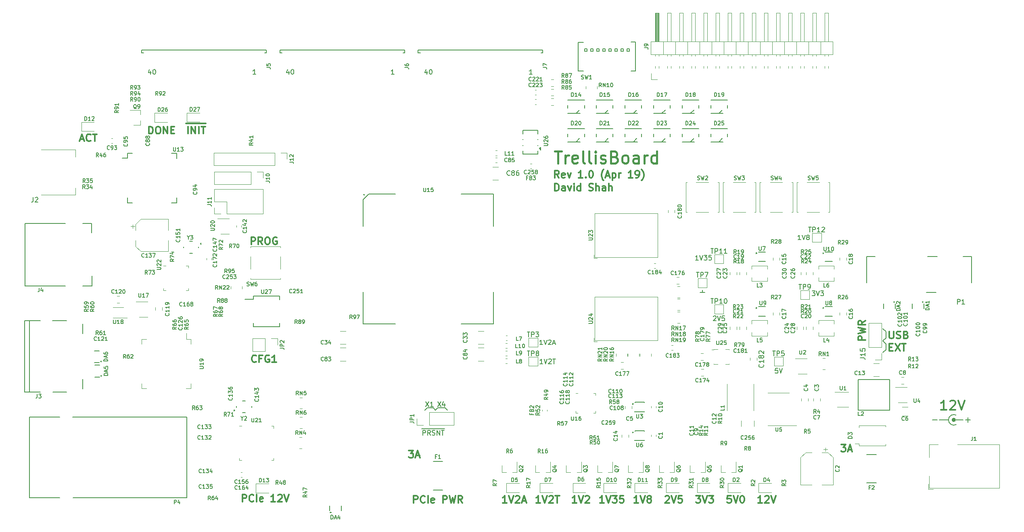
<source format=gto>
G04 #@! TF.GenerationSoftware,KiCad,Pcbnew,5.1.0*
G04 #@! TF.CreationDate,2019-04-09T12:59:12+01:00*
G04 #@! TF.ProjectId,ecp5_mainboard,65637035-5f6d-4616-996e-626f6172642e,rev?*
G04 #@! TF.SameCoordinates,Original*
G04 #@! TF.FileFunction,Legend,Top*
G04 #@! TF.FilePolarity,Positive*
%FSLAX46Y46*%
G04 Gerber Fmt 4.6, Leading zero omitted, Abs format (unit mm)*
G04 Created by KiCad (PCBNEW 5.1.0) date 2019-04-09 12:59:12*
%MOMM*%
%LPD*%
G04 APERTURE LIST*
%ADD10C,0.300000*%
%ADD11C,0.150000*%
%ADD12C,0.200000*%
%ADD13C,0.400000*%
%ADD14C,0.120000*%
G04 APERTURE END LIST*
D10*
X215678571Y-87000000D02*
X214178571Y-87000000D01*
X214178571Y-86428571D01*
X214250000Y-86285714D01*
X214321428Y-86214285D01*
X214464285Y-86142857D01*
X214678571Y-86142857D01*
X214821428Y-86214285D01*
X214892857Y-86285714D01*
X214964285Y-86428571D01*
X214964285Y-87000000D01*
X214178571Y-85642857D02*
X215678571Y-85285714D01*
X214607142Y-85000000D01*
X215678571Y-84714285D01*
X214178571Y-84357142D01*
X215678571Y-82928571D02*
X214964285Y-83428571D01*
X215678571Y-83785714D02*
X214178571Y-83785714D01*
X214178571Y-83214285D01*
X214250000Y-83071428D01*
X214321428Y-83000000D01*
X214464285Y-82928571D01*
X214678571Y-82928571D01*
X214821428Y-83000000D01*
X214892857Y-83071428D01*
X214964285Y-83214285D01*
X214964285Y-83785714D01*
X220752142Y-88492857D02*
X221252142Y-88492857D01*
X221466428Y-89278571D02*
X220752142Y-89278571D01*
X220752142Y-87778571D01*
X221466428Y-87778571D01*
X221966428Y-87778571D02*
X222966428Y-89278571D01*
X222966428Y-87778571D02*
X221966428Y-89278571D01*
X223323571Y-87778571D02*
X224180714Y-87778571D01*
X223752142Y-89278571D02*
X223752142Y-87778571D01*
D11*
X220000000Y-89000000D02*
X219400000Y-89600000D01*
X220000000Y-87800000D02*
X220000000Y-89000000D01*
X219400000Y-87200000D02*
X220000000Y-87800000D01*
D10*
X220752142Y-85178571D02*
X220752142Y-86392857D01*
X220823571Y-86535714D01*
X220895000Y-86607142D01*
X221037857Y-86678571D01*
X221323571Y-86678571D01*
X221466428Y-86607142D01*
X221537857Y-86535714D01*
X221609285Y-86392857D01*
X221609285Y-85178571D01*
X222252142Y-86607142D02*
X222466428Y-86678571D01*
X222823571Y-86678571D01*
X222966428Y-86607142D01*
X223037857Y-86535714D01*
X223109285Y-86392857D01*
X223109285Y-86250000D01*
X223037857Y-86107142D01*
X222966428Y-86035714D01*
X222823571Y-85964285D01*
X222537857Y-85892857D01*
X222395000Y-85821428D01*
X222323571Y-85750000D01*
X222252142Y-85607142D01*
X222252142Y-85464285D01*
X222323571Y-85321428D01*
X222395000Y-85250000D01*
X222537857Y-85178571D01*
X222895000Y-85178571D01*
X223109285Y-85250000D01*
X224252142Y-85892857D02*
X224466428Y-85964285D01*
X224537857Y-86035714D01*
X224609285Y-86178571D01*
X224609285Y-86392857D01*
X224537857Y-86535714D01*
X224466428Y-86607142D01*
X224323571Y-86678571D01*
X223752142Y-86678571D01*
X223752142Y-85178571D01*
X224252142Y-85178571D01*
X224395000Y-85250000D01*
X224466428Y-85321428D01*
X224537857Y-85464285D01*
X224537857Y-85607142D01*
X224466428Y-85750000D01*
X224395000Y-85821428D01*
X224252142Y-85892857D01*
X223752142Y-85892857D01*
D11*
X220000000Y-85200000D02*
X219400000Y-84600000D01*
X220000000Y-85600000D02*
X220000000Y-85200000D01*
X220000000Y-86600000D02*
X220000000Y-85600000D01*
X219400000Y-87200000D02*
X220000000Y-86600000D01*
X148000000Y-91952380D02*
X147428571Y-91952380D01*
X147714285Y-91952380D02*
X147714285Y-90952380D01*
X147619047Y-91095238D01*
X147523809Y-91190476D01*
X147428571Y-91238095D01*
X148285714Y-90952380D02*
X148619047Y-91952380D01*
X148952380Y-90952380D01*
X149238095Y-91047619D02*
X149285714Y-91000000D01*
X149380952Y-90952380D01*
X149619047Y-90952380D01*
X149714285Y-91000000D01*
X149761904Y-91047619D01*
X149809523Y-91142857D01*
X149809523Y-91238095D01*
X149761904Y-91380952D01*
X149190476Y-91952380D01*
X149809523Y-91952380D01*
X150095238Y-90952380D02*
X150666666Y-90952380D01*
X150380952Y-91952380D02*
X150380952Y-90952380D01*
X147952380Y-87952380D02*
X147380952Y-87952380D01*
X147666666Y-87952380D02*
X147666666Y-86952380D01*
X147571428Y-87095238D01*
X147476190Y-87190476D01*
X147380952Y-87238095D01*
X148238095Y-86952380D02*
X148571428Y-87952380D01*
X148904761Y-86952380D01*
X149190476Y-87047619D02*
X149238095Y-87000000D01*
X149333333Y-86952380D01*
X149571428Y-86952380D01*
X149666666Y-87000000D01*
X149714285Y-87047619D01*
X149761904Y-87142857D01*
X149761904Y-87238095D01*
X149714285Y-87380952D01*
X149142857Y-87952380D01*
X149761904Y-87952380D01*
X150142857Y-87666666D02*
X150619047Y-87666666D01*
X150047619Y-87952380D02*
X150380952Y-86952380D01*
X150714285Y-87952380D01*
X197309523Y-92952380D02*
X196833333Y-92952380D01*
X196785714Y-93428571D01*
X196833333Y-93380952D01*
X196928571Y-93333333D01*
X197166666Y-93333333D01*
X197261904Y-93380952D01*
X197309523Y-93428571D01*
X197357142Y-93523809D01*
X197357142Y-93761904D01*
X197309523Y-93857142D01*
X197261904Y-93904761D01*
X197166666Y-93952380D01*
X196928571Y-93952380D01*
X196833333Y-93904761D01*
X196785714Y-93857142D01*
X197642857Y-92952380D02*
X197976190Y-93952380D01*
X198309523Y-92952380D01*
X180654761Y-70202380D02*
X180083333Y-70202380D01*
X180369047Y-70202380D02*
X180369047Y-69202380D01*
X180273809Y-69345238D01*
X180178571Y-69440476D01*
X180083333Y-69488095D01*
X180940476Y-69202380D02*
X181273809Y-70202380D01*
X181607142Y-69202380D01*
X181845238Y-69202380D02*
X182464285Y-69202380D01*
X182130952Y-69583333D01*
X182273809Y-69583333D01*
X182369047Y-69630952D01*
X182416666Y-69678571D01*
X182464285Y-69773809D01*
X182464285Y-70011904D01*
X182416666Y-70107142D01*
X182369047Y-70154761D01*
X182273809Y-70202380D01*
X181988095Y-70202380D01*
X181892857Y-70154761D01*
X181845238Y-70107142D01*
X183369047Y-69202380D02*
X182892857Y-69202380D01*
X182845238Y-69678571D01*
X182892857Y-69630952D01*
X182988095Y-69583333D01*
X183226190Y-69583333D01*
X183321428Y-69630952D01*
X183369047Y-69678571D01*
X183416666Y-69773809D01*
X183416666Y-70011904D01*
X183369047Y-70107142D01*
X183321428Y-70154761D01*
X183226190Y-70202380D01*
X182988095Y-70202380D01*
X182892857Y-70154761D01*
X182845238Y-70107142D01*
X202130952Y-65952380D02*
X201559523Y-65952380D01*
X201845238Y-65952380D02*
X201845238Y-64952380D01*
X201750000Y-65095238D01*
X201654761Y-65190476D01*
X201559523Y-65238095D01*
X202416666Y-64952380D02*
X202750000Y-65952380D01*
X203083333Y-64952380D01*
X203559523Y-65380952D02*
X203464285Y-65333333D01*
X203416666Y-65285714D01*
X203369047Y-65190476D01*
X203369047Y-65142857D01*
X203416666Y-65047619D01*
X203464285Y-65000000D01*
X203559523Y-64952380D01*
X203750000Y-64952380D01*
X203845238Y-65000000D01*
X203892857Y-65047619D01*
X203940476Y-65142857D01*
X203940476Y-65190476D01*
X203892857Y-65285714D01*
X203845238Y-65333333D01*
X203750000Y-65380952D01*
X203559523Y-65380952D01*
X203464285Y-65428571D01*
X203416666Y-65476190D01*
X203369047Y-65571428D01*
X203369047Y-65761904D01*
X203416666Y-65857142D01*
X203464285Y-65904761D01*
X203559523Y-65952380D01*
X203750000Y-65952380D01*
X203845238Y-65904761D01*
X203892857Y-65857142D01*
X203940476Y-65761904D01*
X203940476Y-65571428D01*
X203892857Y-65476190D01*
X203845238Y-65428571D01*
X203750000Y-65380952D01*
X204511904Y-76702380D02*
X205130952Y-76702380D01*
X204797619Y-77083333D01*
X204940476Y-77083333D01*
X205035714Y-77130952D01*
X205083333Y-77178571D01*
X205130952Y-77273809D01*
X205130952Y-77511904D01*
X205083333Y-77607142D01*
X205035714Y-77654761D01*
X204940476Y-77702380D01*
X204654761Y-77702380D01*
X204559523Y-77654761D01*
X204511904Y-77607142D01*
X205416666Y-76702380D02*
X205750000Y-77702380D01*
X206083333Y-76702380D01*
X206321428Y-76702380D02*
X206940476Y-76702380D01*
X206607142Y-77083333D01*
X206750000Y-77083333D01*
X206845238Y-77130952D01*
X206892857Y-77178571D01*
X206940476Y-77273809D01*
X206940476Y-77511904D01*
X206892857Y-77607142D01*
X206845238Y-77654761D01*
X206750000Y-77702380D01*
X206464285Y-77702380D01*
X206369047Y-77654761D01*
X206321428Y-77607142D01*
X183809523Y-82047619D02*
X183857142Y-82000000D01*
X183952380Y-81952380D01*
X184190476Y-81952380D01*
X184285714Y-82000000D01*
X184333333Y-82047619D01*
X184380952Y-82142857D01*
X184380952Y-82238095D01*
X184333333Y-82380952D01*
X183761904Y-82952380D01*
X184380952Y-82952380D01*
X184666666Y-81952380D02*
X185000000Y-82952380D01*
X185333333Y-81952380D01*
X186142857Y-81952380D02*
X185666666Y-81952380D01*
X185619047Y-82428571D01*
X185666666Y-82380952D01*
X185761904Y-82333333D01*
X186000000Y-82333333D01*
X186095238Y-82380952D01*
X186142857Y-82428571D01*
X186190476Y-82523809D01*
X186190476Y-82761904D01*
X186142857Y-82857142D01*
X186095238Y-82904761D01*
X186000000Y-82952380D01*
X185761904Y-82952380D01*
X185666666Y-82904761D01*
X185619047Y-82857142D01*
X181500000Y-77000000D02*
X182000000Y-77000000D01*
X181500000Y-77000000D02*
X181000000Y-77000000D01*
X181500000Y-76500000D02*
X181500000Y-77000000D01*
X123750000Y-101250000D02*
X123250000Y-101750000D01*
X125000000Y-101250000D02*
X123750000Y-101250000D01*
X125500000Y-101750000D02*
X125000000Y-101250000D01*
X127500000Y-101250000D02*
X128000000Y-101750000D01*
X126000000Y-101250000D02*
X127500000Y-101250000D01*
X125500000Y-101750000D02*
X126000000Y-101250000D01*
X125940476Y-99952380D02*
X126607142Y-100952380D01*
X126607142Y-99952380D02*
X125940476Y-100952380D01*
X127416666Y-100285714D02*
X127416666Y-100952380D01*
X127178571Y-99904761D02*
X126940476Y-100619047D01*
X127559523Y-100619047D01*
X123440476Y-99952380D02*
X124107142Y-100952380D01*
X124107142Y-99952380D02*
X123440476Y-100952380D01*
X125011904Y-100952380D02*
X124440476Y-100952380D01*
X124726190Y-100952380D02*
X124726190Y-99952380D01*
X124630952Y-100095238D01*
X124535714Y-100190476D01*
X124440476Y-100238095D01*
X122619047Y-105585000D02*
X123619047Y-105585000D01*
X122857142Y-106952380D02*
X122857142Y-105952380D01*
X123238095Y-105952380D01*
X123333333Y-106000000D01*
X123380952Y-106047619D01*
X123428571Y-106142857D01*
X123428571Y-106285714D01*
X123380952Y-106380952D01*
X123333333Y-106428571D01*
X123238095Y-106476190D01*
X122857142Y-106476190D01*
X123619047Y-105585000D02*
X124619047Y-105585000D01*
X124428571Y-106952380D02*
X124095238Y-106476190D01*
X123857142Y-106952380D02*
X123857142Y-105952380D01*
X124238095Y-105952380D01*
X124333333Y-106000000D01*
X124380952Y-106047619D01*
X124428571Y-106142857D01*
X124428571Y-106285714D01*
X124380952Y-106380952D01*
X124333333Y-106428571D01*
X124238095Y-106476190D01*
X123857142Y-106476190D01*
X124619047Y-105585000D02*
X125571428Y-105585000D01*
X124809523Y-106904761D02*
X124952380Y-106952380D01*
X125190476Y-106952380D01*
X125285714Y-106904761D01*
X125333333Y-106857142D01*
X125380952Y-106761904D01*
X125380952Y-106666666D01*
X125333333Y-106571428D01*
X125285714Y-106523809D01*
X125190476Y-106476190D01*
X125000000Y-106428571D01*
X124904761Y-106380952D01*
X124857142Y-106333333D01*
X124809523Y-106238095D01*
X124809523Y-106142857D01*
X124857142Y-106047619D01*
X124904761Y-106000000D01*
X125000000Y-105952380D01*
X125238095Y-105952380D01*
X125380952Y-106000000D01*
X125571428Y-105585000D02*
X126619047Y-105585000D01*
X125809523Y-106952380D02*
X125809523Y-105952380D01*
X126380952Y-106952380D01*
X126380952Y-105952380D01*
X126619047Y-105585000D02*
X127380952Y-105585000D01*
X126714285Y-105952380D02*
X127285714Y-105952380D01*
X127000000Y-106952380D02*
X127000000Y-105952380D01*
D10*
X84964285Y-120928571D02*
X84964285Y-119428571D01*
X85535714Y-119428571D01*
X85678571Y-119500000D01*
X85750000Y-119571428D01*
X85821428Y-119714285D01*
X85821428Y-119928571D01*
X85750000Y-120071428D01*
X85678571Y-120142857D01*
X85535714Y-120214285D01*
X84964285Y-120214285D01*
X87321428Y-120785714D02*
X87250000Y-120857142D01*
X87035714Y-120928571D01*
X86892857Y-120928571D01*
X86678571Y-120857142D01*
X86535714Y-120714285D01*
X86464285Y-120571428D01*
X86392857Y-120285714D01*
X86392857Y-120071428D01*
X86464285Y-119785714D01*
X86535714Y-119642857D01*
X86678571Y-119500000D01*
X86892857Y-119428571D01*
X87035714Y-119428571D01*
X87250000Y-119500000D01*
X87321428Y-119571428D01*
X87964285Y-120928571D02*
X87964285Y-119428571D01*
X89250000Y-120857142D02*
X89107142Y-120928571D01*
X88821428Y-120928571D01*
X88678571Y-120857142D01*
X88607142Y-120714285D01*
X88607142Y-120142857D01*
X88678571Y-120000000D01*
X88821428Y-119928571D01*
X89107142Y-119928571D01*
X89250000Y-120000000D01*
X89321428Y-120142857D01*
X89321428Y-120285714D01*
X88607142Y-120428571D01*
X91892857Y-120928571D02*
X91035714Y-120928571D01*
X91464285Y-120928571D02*
X91464285Y-119428571D01*
X91321428Y-119642857D01*
X91178571Y-119785714D01*
X91035714Y-119857142D01*
X92464285Y-119571428D02*
X92535714Y-119500000D01*
X92678571Y-119428571D01*
X93035714Y-119428571D01*
X93178571Y-119500000D01*
X93250000Y-119571428D01*
X93321428Y-119714285D01*
X93321428Y-119857142D01*
X93250000Y-120071428D01*
X92392857Y-120928571D01*
X93321428Y-120928571D01*
X93750000Y-119428571D02*
X94250000Y-120928571D01*
X94750000Y-119428571D01*
X87857142Y-91535714D02*
X87785714Y-91607142D01*
X87571428Y-91678571D01*
X87428571Y-91678571D01*
X87214285Y-91607142D01*
X87071428Y-91464285D01*
X87000000Y-91321428D01*
X86928571Y-91035714D01*
X86928571Y-90821428D01*
X87000000Y-90535714D01*
X87071428Y-90392857D01*
X87214285Y-90250000D01*
X87428571Y-90178571D01*
X87571428Y-90178571D01*
X87785714Y-90250000D01*
X87857142Y-90321428D01*
X89000000Y-90892857D02*
X88500000Y-90892857D01*
X88500000Y-91678571D02*
X88500000Y-90178571D01*
X89214285Y-90178571D01*
X90571428Y-90250000D02*
X90428571Y-90178571D01*
X90214285Y-90178571D01*
X90000000Y-90250000D01*
X89857142Y-90392857D01*
X89785714Y-90535714D01*
X89714285Y-90821428D01*
X89714285Y-91035714D01*
X89785714Y-91321428D01*
X89857142Y-91464285D01*
X90000000Y-91607142D01*
X90214285Y-91678571D01*
X90357142Y-91678571D01*
X90571428Y-91607142D01*
X90642857Y-91535714D01*
X90642857Y-91035714D01*
X90357142Y-91035714D01*
X92071428Y-91678571D02*
X91214285Y-91678571D01*
X91642857Y-91678571D02*
X91642857Y-90178571D01*
X91500000Y-90392857D01*
X91357142Y-90535714D01*
X91214285Y-90607142D01*
X120928571Y-121178571D02*
X120928571Y-119678571D01*
X121500000Y-119678571D01*
X121642857Y-119750000D01*
X121714285Y-119821428D01*
X121785714Y-119964285D01*
X121785714Y-120178571D01*
X121714285Y-120321428D01*
X121642857Y-120392857D01*
X121500000Y-120464285D01*
X120928571Y-120464285D01*
X123285714Y-121035714D02*
X123214285Y-121107142D01*
X123000000Y-121178571D01*
X122857142Y-121178571D01*
X122642857Y-121107142D01*
X122500000Y-120964285D01*
X122428571Y-120821428D01*
X122357142Y-120535714D01*
X122357142Y-120321428D01*
X122428571Y-120035714D01*
X122500000Y-119892857D01*
X122642857Y-119750000D01*
X122857142Y-119678571D01*
X123000000Y-119678571D01*
X123214285Y-119750000D01*
X123285714Y-119821428D01*
X123928571Y-121178571D02*
X123928571Y-119678571D01*
X125214285Y-121107142D02*
X125071428Y-121178571D01*
X124785714Y-121178571D01*
X124642857Y-121107142D01*
X124571428Y-120964285D01*
X124571428Y-120392857D01*
X124642857Y-120250000D01*
X124785714Y-120178571D01*
X125071428Y-120178571D01*
X125214285Y-120250000D01*
X125285714Y-120392857D01*
X125285714Y-120535714D01*
X124571428Y-120678571D01*
X127071428Y-121178571D02*
X127071428Y-119678571D01*
X127642857Y-119678571D01*
X127785714Y-119750000D01*
X127857142Y-119821428D01*
X127928571Y-119964285D01*
X127928571Y-120178571D01*
X127857142Y-120321428D01*
X127785714Y-120392857D01*
X127642857Y-120464285D01*
X127071428Y-120464285D01*
X128428571Y-119678571D02*
X128785714Y-121178571D01*
X129071428Y-120107142D01*
X129357142Y-121178571D01*
X129714285Y-119678571D01*
X131142857Y-121178571D02*
X130642857Y-120464285D01*
X130285714Y-121178571D02*
X130285714Y-119678571D01*
X130857142Y-119678571D01*
X131000000Y-119750000D01*
X131071428Y-119821428D01*
X131142857Y-119964285D01*
X131142857Y-120178571D01*
X131071428Y-120321428D01*
X131000000Y-120392857D01*
X130857142Y-120464285D01*
X130285714Y-120464285D01*
X119909285Y-110178571D02*
X120837857Y-110178571D01*
X120337857Y-110750000D01*
X120552142Y-110750000D01*
X120695000Y-110821428D01*
X120766428Y-110892857D01*
X120837857Y-111035714D01*
X120837857Y-111392857D01*
X120766428Y-111535714D01*
X120695000Y-111607142D01*
X120552142Y-111678571D01*
X120123571Y-111678571D01*
X119980714Y-111607142D01*
X119909285Y-111535714D01*
X121409285Y-111250000D02*
X122123571Y-111250000D01*
X121266428Y-111678571D02*
X121766428Y-110178571D01*
X122266428Y-111678571D01*
X86821428Y-66928571D02*
X86821428Y-65428571D01*
X87392857Y-65428571D01*
X87535714Y-65500000D01*
X87607142Y-65571428D01*
X87678571Y-65714285D01*
X87678571Y-65928571D01*
X87607142Y-66071428D01*
X87535714Y-66142857D01*
X87392857Y-66214285D01*
X86821428Y-66214285D01*
X89178571Y-66928571D02*
X88678571Y-66214285D01*
X88321428Y-66928571D02*
X88321428Y-65428571D01*
X88892857Y-65428571D01*
X89035714Y-65500000D01*
X89107142Y-65571428D01*
X89178571Y-65714285D01*
X89178571Y-65928571D01*
X89107142Y-66071428D01*
X89035714Y-66142857D01*
X88892857Y-66214285D01*
X88321428Y-66214285D01*
X90107142Y-65428571D02*
X90392857Y-65428571D01*
X90535714Y-65500000D01*
X90678571Y-65642857D01*
X90750000Y-65928571D01*
X90750000Y-66428571D01*
X90678571Y-66714285D01*
X90535714Y-66857142D01*
X90392857Y-66928571D01*
X90107142Y-66928571D01*
X89964285Y-66857142D01*
X89821428Y-66714285D01*
X89750000Y-66428571D01*
X89750000Y-65928571D01*
X89821428Y-65642857D01*
X89964285Y-65500000D01*
X90107142Y-65428571D01*
X92178571Y-65500000D02*
X92035714Y-65428571D01*
X91821428Y-65428571D01*
X91607142Y-65500000D01*
X91464285Y-65642857D01*
X91392857Y-65785714D01*
X91321428Y-66071428D01*
X91321428Y-66285714D01*
X91392857Y-66571428D01*
X91464285Y-66714285D01*
X91607142Y-66857142D01*
X91821428Y-66928571D01*
X91964285Y-66928571D01*
X92178571Y-66857142D01*
X92250000Y-66785714D01*
X92250000Y-66285714D01*
X91964285Y-66285714D01*
X73178571Y-41530000D02*
X73892857Y-41530000D01*
X73535714Y-43678571D02*
X73535714Y-42178571D01*
X73892857Y-41530000D02*
X75464285Y-41530000D01*
X74250000Y-43678571D02*
X74250000Y-42178571D01*
X75107142Y-43678571D01*
X75107142Y-42178571D01*
X75464285Y-41530000D02*
X76178571Y-41530000D01*
X75821428Y-43678571D02*
X75821428Y-42178571D01*
X76178571Y-41530000D02*
X77321428Y-41530000D01*
X76321428Y-42178571D02*
X77178571Y-42178571D01*
X76750000Y-43678571D02*
X76750000Y-42178571D01*
X65357142Y-43678571D02*
X65357142Y-42178571D01*
X65714285Y-42178571D01*
X65928571Y-42250000D01*
X66071428Y-42392857D01*
X66142857Y-42535714D01*
X66214285Y-42821428D01*
X66214285Y-43035714D01*
X66142857Y-43321428D01*
X66071428Y-43464285D01*
X65928571Y-43607142D01*
X65714285Y-43678571D01*
X65357142Y-43678571D01*
X67142857Y-42178571D02*
X67428571Y-42178571D01*
X67571428Y-42250000D01*
X67714285Y-42392857D01*
X67785714Y-42678571D01*
X67785714Y-43178571D01*
X67714285Y-43464285D01*
X67571428Y-43607142D01*
X67428571Y-43678571D01*
X67142857Y-43678571D01*
X67000000Y-43607142D01*
X66857142Y-43464285D01*
X66785714Y-43178571D01*
X66785714Y-42678571D01*
X66857142Y-42392857D01*
X67000000Y-42250000D01*
X67142857Y-42178571D01*
X68428571Y-43678571D02*
X68428571Y-42178571D01*
X69285714Y-43678571D01*
X69285714Y-42178571D01*
X70000000Y-42892857D02*
X70500000Y-42892857D01*
X70714285Y-43678571D02*
X70000000Y-43678571D01*
X70000000Y-42178571D01*
X70714285Y-42178571D01*
X50921428Y-44850000D02*
X51635714Y-44850000D01*
X50778571Y-45278571D02*
X51278571Y-43778571D01*
X51778571Y-45278571D01*
X53135714Y-45135714D02*
X53064285Y-45207142D01*
X52850000Y-45278571D01*
X52707142Y-45278571D01*
X52492857Y-45207142D01*
X52350000Y-45064285D01*
X52278571Y-44921428D01*
X52207142Y-44635714D01*
X52207142Y-44421428D01*
X52278571Y-44135714D01*
X52350000Y-43992857D01*
X52492857Y-43850000D01*
X52707142Y-43778571D01*
X52850000Y-43778571D01*
X53064285Y-43850000D01*
X53135714Y-43921428D01*
X53564285Y-43778571D02*
X54421428Y-43778571D01*
X53992857Y-45278571D02*
X53992857Y-43778571D01*
X210607142Y-108928571D02*
X211535714Y-108928571D01*
X211035714Y-109500000D01*
X211250000Y-109500000D01*
X211392857Y-109571428D01*
X211464285Y-109642857D01*
X211535714Y-109785714D01*
X211535714Y-110142857D01*
X211464285Y-110285714D01*
X211392857Y-110357142D01*
X211250000Y-110428571D01*
X210821428Y-110428571D01*
X210678571Y-110357142D01*
X210607142Y-110285714D01*
X212107142Y-110000000D02*
X212821428Y-110000000D01*
X211964285Y-110428571D02*
X212464285Y-108928571D01*
X212964285Y-110428571D01*
D12*
X237250000Y-103250000D02*
X237250000Y-104250000D01*
X236750000Y-103750000D02*
X237750000Y-103750000D01*
X234500000Y-103750000D02*
X236250000Y-103750000D01*
X234250000Y-103750000D02*
X234000000Y-104000000D01*
X234250000Y-103500000D02*
X234250000Y-103750000D01*
X234500000Y-103750000D02*
X234250000Y-103500000D01*
X234000000Y-103500000D02*
X234500000Y-103750000D01*
X234500000Y-103750000D02*
X234000000Y-103500000D01*
X234250000Y-104000000D02*
X234500000Y-103750000D01*
X234250000Y-103500000D02*
X234250000Y-104000000D01*
X234500000Y-103750000D02*
X234250000Y-103500000D01*
X234000000Y-103750000D02*
X234500000Y-103750000D01*
X234500000Y-103750000D02*
G75*
G03X234500000Y-103750000I-250000J0D01*
G01*
X234603553Y-103750000D02*
G75*
G03X234603553Y-103750000I-353553J0D01*
G01*
X230750000Y-103750000D02*
X229750000Y-103750000D01*
X232000000Y-103750000D02*
X231250000Y-103750000D01*
X233100000Y-103750000D02*
X231900000Y-103750000D01*
X234750000Y-104750000D02*
G75*
G02X234750000Y-102750000I-500000J1000000D01*
G01*
D10*
X232718809Y-101654761D02*
X231575952Y-101654761D01*
X232147380Y-101654761D02*
X232147380Y-99654761D01*
X231956904Y-99940476D01*
X231766428Y-100130952D01*
X231575952Y-100226190D01*
X233480714Y-99845238D02*
X233575952Y-99750000D01*
X233766428Y-99654761D01*
X234242619Y-99654761D01*
X234433095Y-99750000D01*
X234528333Y-99845238D01*
X234623571Y-100035714D01*
X234623571Y-100226190D01*
X234528333Y-100511904D01*
X233385476Y-101654761D01*
X234623571Y-101654761D01*
X235195000Y-99654761D02*
X235861666Y-101654761D01*
X236528333Y-99654761D01*
X150552142Y-55678571D02*
X150552142Y-54178571D01*
X150909285Y-54178571D01*
X151123571Y-54250000D01*
X151266428Y-54392857D01*
X151337857Y-54535714D01*
X151409285Y-54821428D01*
X151409285Y-55035714D01*
X151337857Y-55321428D01*
X151266428Y-55464285D01*
X151123571Y-55607142D01*
X150909285Y-55678571D01*
X150552142Y-55678571D01*
X152695000Y-55678571D02*
X152695000Y-54892857D01*
X152623571Y-54750000D01*
X152480714Y-54678571D01*
X152195000Y-54678571D01*
X152052142Y-54750000D01*
X152695000Y-55607142D02*
X152552142Y-55678571D01*
X152195000Y-55678571D01*
X152052142Y-55607142D01*
X151980714Y-55464285D01*
X151980714Y-55321428D01*
X152052142Y-55178571D01*
X152195000Y-55107142D01*
X152552142Y-55107142D01*
X152695000Y-55035714D01*
X153266428Y-54678571D02*
X153623571Y-55678571D01*
X153980714Y-54678571D01*
X154552142Y-55678571D02*
X154552142Y-54678571D01*
X154552142Y-54178571D02*
X154480714Y-54250000D01*
X154552142Y-54321428D01*
X154623571Y-54250000D01*
X154552142Y-54178571D01*
X154552142Y-54321428D01*
X155909285Y-55678571D02*
X155909285Y-54178571D01*
X155909285Y-55607142D02*
X155766428Y-55678571D01*
X155480714Y-55678571D01*
X155337857Y-55607142D01*
X155266428Y-55535714D01*
X155195000Y-55392857D01*
X155195000Y-54964285D01*
X155266428Y-54821428D01*
X155337857Y-54750000D01*
X155480714Y-54678571D01*
X155766428Y-54678571D01*
X155909285Y-54750000D01*
X157695000Y-55607142D02*
X157909285Y-55678571D01*
X158266428Y-55678571D01*
X158409285Y-55607142D01*
X158480714Y-55535714D01*
X158552142Y-55392857D01*
X158552142Y-55250000D01*
X158480714Y-55107142D01*
X158409285Y-55035714D01*
X158266428Y-54964285D01*
X157980714Y-54892857D01*
X157837857Y-54821428D01*
X157766428Y-54750000D01*
X157695000Y-54607142D01*
X157695000Y-54464285D01*
X157766428Y-54321428D01*
X157837857Y-54250000D01*
X157980714Y-54178571D01*
X158337857Y-54178571D01*
X158552142Y-54250000D01*
X159195000Y-55678571D02*
X159195000Y-54178571D01*
X159837857Y-55678571D02*
X159837857Y-54892857D01*
X159766428Y-54750000D01*
X159623571Y-54678571D01*
X159409285Y-54678571D01*
X159266428Y-54750000D01*
X159195000Y-54821428D01*
X161195000Y-55678571D02*
X161195000Y-54892857D01*
X161123571Y-54750000D01*
X160980714Y-54678571D01*
X160695000Y-54678571D01*
X160552142Y-54750000D01*
X161195000Y-55607142D02*
X161052142Y-55678571D01*
X160695000Y-55678571D01*
X160552142Y-55607142D01*
X160480714Y-55464285D01*
X160480714Y-55321428D01*
X160552142Y-55178571D01*
X160695000Y-55107142D01*
X161052142Y-55107142D01*
X161195000Y-55035714D01*
X161909285Y-55678571D02*
X161909285Y-54178571D01*
X162552142Y-55678571D02*
X162552142Y-54892857D01*
X162480714Y-54750000D01*
X162337857Y-54678571D01*
X162123571Y-54678571D01*
X161980714Y-54750000D01*
X161909285Y-54821428D01*
X151409285Y-52928571D02*
X150909285Y-52214285D01*
X150552142Y-52928571D02*
X150552142Y-51428571D01*
X151123571Y-51428571D01*
X151266428Y-51500000D01*
X151337857Y-51571428D01*
X151409285Y-51714285D01*
X151409285Y-51928571D01*
X151337857Y-52071428D01*
X151266428Y-52142857D01*
X151123571Y-52214285D01*
X150552142Y-52214285D01*
X152623571Y-52857142D02*
X152480714Y-52928571D01*
X152195000Y-52928571D01*
X152052142Y-52857142D01*
X151980714Y-52714285D01*
X151980714Y-52142857D01*
X152052142Y-52000000D01*
X152195000Y-51928571D01*
X152480714Y-51928571D01*
X152623571Y-52000000D01*
X152695000Y-52142857D01*
X152695000Y-52285714D01*
X151980714Y-52428571D01*
X153195000Y-51928571D02*
X153552142Y-52928571D01*
X153909285Y-51928571D01*
X156409285Y-52928571D02*
X155552142Y-52928571D01*
X155980714Y-52928571D02*
X155980714Y-51428571D01*
X155837857Y-51642857D01*
X155695000Y-51785714D01*
X155552142Y-51857142D01*
X157052142Y-52785714D02*
X157123571Y-52857142D01*
X157052142Y-52928571D01*
X156980714Y-52857142D01*
X157052142Y-52785714D01*
X157052142Y-52928571D01*
X158052142Y-51428571D02*
X158195000Y-51428571D01*
X158337857Y-51500000D01*
X158409285Y-51571428D01*
X158480714Y-51714285D01*
X158552142Y-52000000D01*
X158552142Y-52357142D01*
X158480714Y-52642857D01*
X158409285Y-52785714D01*
X158337857Y-52857142D01*
X158195000Y-52928571D01*
X158052142Y-52928571D01*
X157909285Y-52857142D01*
X157837857Y-52785714D01*
X157766428Y-52642857D01*
X157695000Y-52357142D01*
X157695000Y-52000000D01*
X157766428Y-51714285D01*
X157837857Y-51571428D01*
X157909285Y-51500000D01*
X158052142Y-51428571D01*
X160766428Y-53500000D02*
X160695000Y-53428571D01*
X160552142Y-53214285D01*
X160480714Y-53071428D01*
X160409285Y-52857142D01*
X160337857Y-52500000D01*
X160337857Y-52214285D01*
X160409285Y-51857142D01*
X160480714Y-51642857D01*
X160552142Y-51500000D01*
X160695000Y-51285714D01*
X160766428Y-51214285D01*
X161266428Y-52500000D02*
X161980714Y-52500000D01*
X161123571Y-52928571D02*
X161623571Y-51428571D01*
X162123571Y-52928571D01*
X162623571Y-51928571D02*
X162623571Y-53428571D01*
X162623571Y-52000000D02*
X162766428Y-51928571D01*
X163052142Y-51928571D01*
X163195000Y-52000000D01*
X163266428Y-52071428D01*
X163337857Y-52214285D01*
X163337857Y-52642857D01*
X163266428Y-52785714D01*
X163195000Y-52857142D01*
X163052142Y-52928571D01*
X162766428Y-52928571D01*
X162623571Y-52857142D01*
X163980714Y-52928571D02*
X163980714Y-51928571D01*
X163980714Y-52214285D02*
X164052142Y-52071428D01*
X164123571Y-52000000D01*
X164266428Y-51928571D01*
X164409285Y-51928571D01*
X166837857Y-52928571D02*
X165980714Y-52928571D01*
X166409285Y-52928571D02*
X166409285Y-51428571D01*
X166266428Y-51642857D01*
X166123571Y-51785714D01*
X165980714Y-51857142D01*
X167552142Y-52928571D02*
X167837857Y-52928571D01*
X167980714Y-52857142D01*
X168052142Y-52785714D01*
X168195000Y-52571428D01*
X168266428Y-52285714D01*
X168266428Y-51714285D01*
X168195000Y-51571428D01*
X168123571Y-51500000D01*
X167980714Y-51428571D01*
X167695000Y-51428571D01*
X167552142Y-51500000D01*
X167480714Y-51571428D01*
X167409285Y-51714285D01*
X167409285Y-52071428D01*
X167480714Y-52214285D01*
X167552142Y-52285714D01*
X167695000Y-52357142D01*
X167980714Y-52357142D01*
X168123571Y-52285714D01*
X168195000Y-52214285D01*
X168266428Y-52071428D01*
X168766428Y-53500000D02*
X168837857Y-53428571D01*
X168980714Y-53214285D01*
X169052142Y-53071428D01*
X169123571Y-52857142D01*
X169195000Y-52500000D01*
X169195000Y-52214285D01*
X169123571Y-51857142D01*
X169052142Y-51642857D01*
X168980714Y-51500000D01*
X168837857Y-51285714D01*
X168766428Y-51214285D01*
D13*
X150498095Y-47380952D02*
X151926666Y-47380952D01*
X151212380Y-49880952D02*
X151212380Y-47380952D01*
X152760000Y-49880952D02*
X152760000Y-48214285D01*
X152760000Y-48690476D02*
X152879047Y-48452380D01*
X152998095Y-48333333D01*
X153236190Y-48214285D01*
X153474285Y-48214285D01*
X155260000Y-49761904D02*
X155021904Y-49880952D01*
X154545714Y-49880952D01*
X154307619Y-49761904D01*
X154188571Y-49523809D01*
X154188571Y-48571428D01*
X154307619Y-48333333D01*
X154545714Y-48214285D01*
X155021904Y-48214285D01*
X155260000Y-48333333D01*
X155379047Y-48571428D01*
X155379047Y-48809523D01*
X154188571Y-49047619D01*
X156807619Y-49880952D02*
X156569523Y-49761904D01*
X156450476Y-49523809D01*
X156450476Y-47380952D01*
X158117142Y-49880952D02*
X157879047Y-49761904D01*
X157760000Y-49523809D01*
X157760000Y-47380952D01*
X159069523Y-49880952D02*
X159069523Y-48214285D01*
X159069523Y-47380952D02*
X158950476Y-47500000D01*
X159069523Y-47619047D01*
X159188571Y-47500000D01*
X159069523Y-47380952D01*
X159069523Y-47619047D01*
X160140952Y-49761904D02*
X160379047Y-49880952D01*
X160855238Y-49880952D01*
X161093333Y-49761904D01*
X161212380Y-49523809D01*
X161212380Y-49404761D01*
X161093333Y-49166666D01*
X160855238Y-49047619D01*
X160498095Y-49047619D01*
X160260000Y-48928571D01*
X160140952Y-48690476D01*
X160140952Y-48571428D01*
X160260000Y-48333333D01*
X160498095Y-48214285D01*
X160855238Y-48214285D01*
X161093333Y-48333333D01*
X163117142Y-48571428D02*
X163474285Y-48690476D01*
X163593333Y-48809523D01*
X163712380Y-49047619D01*
X163712380Y-49404761D01*
X163593333Y-49642857D01*
X163474285Y-49761904D01*
X163236190Y-49880952D01*
X162283809Y-49880952D01*
X162283809Y-47380952D01*
X163117142Y-47380952D01*
X163355238Y-47500000D01*
X163474285Y-47619047D01*
X163593333Y-47857142D01*
X163593333Y-48095238D01*
X163474285Y-48333333D01*
X163355238Y-48452380D01*
X163117142Y-48571428D01*
X162283809Y-48571428D01*
X165140952Y-49880952D02*
X164902857Y-49761904D01*
X164783809Y-49642857D01*
X164664761Y-49404761D01*
X164664761Y-48690476D01*
X164783809Y-48452380D01*
X164902857Y-48333333D01*
X165140952Y-48214285D01*
X165498095Y-48214285D01*
X165736190Y-48333333D01*
X165855238Y-48452380D01*
X165974285Y-48690476D01*
X165974285Y-49404761D01*
X165855238Y-49642857D01*
X165736190Y-49761904D01*
X165498095Y-49880952D01*
X165140952Y-49880952D01*
X168117142Y-49880952D02*
X168117142Y-48571428D01*
X167998095Y-48333333D01*
X167760000Y-48214285D01*
X167283809Y-48214285D01*
X167045714Y-48333333D01*
X168117142Y-49761904D02*
X167879047Y-49880952D01*
X167283809Y-49880952D01*
X167045714Y-49761904D01*
X166926666Y-49523809D01*
X166926666Y-49285714D01*
X167045714Y-49047619D01*
X167283809Y-48928571D01*
X167879047Y-48928571D01*
X168117142Y-48809523D01*
X169307619Y-49880952D02*
X169307619Y-48214285D01*
X169307619Y-48690476D02*
X169426666Y-48452380D01*
X169545714Y-48333333D01*
X169783809Y-48214285D01*
X170021904Y-48214285D01*
X171926666Y-49880952D02*
X171926666Y-47380952D01*
X171926666Y-49761904D02*
X171688571Y-49880952D01*
X171212380Y-49880952D01*
X170974285Y-49761904D01*
X170855238Y-49642857D01*
X170736190Y-49404761D01*
X170736190Y-48690476D01*
X170855238Y-48452380D01*
X170974285Y-48333333D01*
X171212380Y-48214285D01*
X171688571Y-48214285D01*
X171926666Y-48333333D01*
D10*
X194071428Y-121178571D02*
X193214285Y-121178571D01*
X193642857Y-121178571D02*
X193642857Y-119678571D01*
X193500000Y-119892857D01*
X193357142Y-120035714D01*
X193214285Y-120107142D01*
X194642857Y-119821428D02*
X194714285Y-119750000D01*
X194857142Y-119678571D01*
X195214285Y-119678571D01*
X195357142Y-119750000D01*
X195428571Y-119821428D01*
X195500000Y-119964285D01*
X195500000Y-120107142D01*
X195428571Y-120321428D01*
X194571428Y-121178571D01*
X195500000Y-121178571D01*
X195928571Y-119678571D02*
X196428571Y-121178571D01*
X196928571Y-119678571D01*
X187500000Y-119678571D02*
X186785714Y-119678571D01*
X186714285Y-120392857D01*
X186785714Y-120321428D01*
X186928571Y-120250000D01*
X187285714Y-120250000D01*
X187428571Y-120321428D01*
X187500000Y-120392857D01*
X187571428Y-120535714D01*
X187571428Y-120892857D01*
X187500000Y-121035714D01*
X187428571Y-121107142D01*
X187285714Y-121178571D01*
X186928571Y-121178571D01*
X186785714Y-121107142D01*
X186714285Y-121035714D01*
X188000000Y-119678571D02*
X188500000Y-121178571D01*
X189000000Y-119678571D01*
X189785714Y-119678571D02*
X189928571Y-119678571D01*
X190071428Y-119750000D01*
X190142857Y-119821428D01*
X190214285Y-119964285D01*
X190285714Y-120250000D01*
X190285714Y-120607142D01*
X190214285Y-120892857D01*
X190142857Y-121035714D01*
X190071428Y-121107142D01*
X189928571Y-121178571D01*
X189785714Y-121178571D01*
X189642857Y-121107142D01*
X189571428Y-121035714D01*
X189500000Y-120892857D01*
X189428571Y-120607142D01*
X189428571Y-120250000D01*
X189500000Y-119964285D01*
X189571428Y-119821428D01*
X189642857Y-119750000D01*
X189785714Y-119678571D01*
X180142857Y-119678571D02*
X181071428Y-119678571D01*
X180571428Y-120250000D01*
X180785714Y-120250000D01*
X180928571Y-120321428D01*
X181000000Y-120392857D01*
X181071428Y-120535714D01*
X181071428Y-120892857D01*
X181000000Y-121035714D01*
X180928571Y-121107142D01*
X180785714Y-121178571D01*
X180357142Y-121178571D01*
X180214285Y-121107142D01*
X180142857Y-121035714D01*
X181500000Y-119678571D02*
X182000000Y-121178571D01*
X182500000Y-119678571D01*
X182857142Y-119678571D02*
X183785714Y-119678571D01*
X183285714Y-120250000D01*
X183500000Y-120250000D01*
X183642857Y-120321428D01*
X183714285Y-120392857D01*
X183785714Y-120535714D01*
X183785714Y-120892857D01*
X183714285Y-121035714D01*
X183642857Y-121107142D01*
X183500000Y-121178571D01*
X183071428Y-121178571D01*
X182928571Y-121107142D01*
X182857142Y-121035714D01*
X173714285Y-119821428D02*
X173785714Y-119750000D01*
X173928571Y-119678571D01*
X174285714Y-119678571D01*
X174428571Y-119750000D01*
X174500000Y-119821428D01*
X174571428Y-119964285D01*
X174571428Y-120107142D01*
X174500000Y-120321428D01*
X173642857Y-121178571D01*
X174571428Y-121178571D01*
X175000000Y-119678571D02*
X175500000Y-121178571D01*
X176000000Y-119678571D01*
X177214285Y-119678571D02*
X176500000Y-119678571D01*
X176428571Y-120392857D01*
X176500000Y-120321428D01*
X176642857Y-120250000D01*
X177000000Y-120250000D01*
X177142857Y-120321428D01*
X177214285Y-120392857D01*
X177285714Y-120535714D01*
X177285714Y-120892857D01*
X177214285Y-121035714D01*
X177142857Y-121107142D01*
X177000000Y-121178571D01*
X176642857Y-121178571D01*
X176500000Y-121107142D01*
X176428571Y-121035714D01*
X168071428Y-121178571D02*
X167214285Y-121178571D01*
X167642857Y-121178571D02*
X167642857Y-119678571D01*
X167500000Y-119892857D01*
X167357142Y-120035714D01*
X167214285Y-120107142D01*
X168500000Y-119678571D02*
X169000000Y-121178571D01*
X169500000Y-119678571D01*
X170214285Y-120321428D02*
X170071428Y-120250000D01*
X170000000Y-120178571D01*
X169928571Y-120035714D01*
X169928571Y-119964285D01*
X170000000Y-119821428D01*
X170071428Y-119750000D01*
X170214285Y-119678571D01*
X170500000Y-119678571D01*
X170642857Y-119750000D01*
X170714285Y-119821428D01*
X170785714Y-119964285D01*
X170785714Y-120035714D01*
X170714285Y-120178571D01*
X170642857Y-120250000D01*
X170500000Y-120321428D01*
X170214285Y-120321428D01*
X170071428Y-120392857D01*
X170000000Y-120464285D01*
X169928571Y-120607142D01*
X169928571Y-120892857D01*
X170000000Y-121035714D01*
X170071428Y-121107142D01*
X170214285Y-121178571D01*
X170500000Y-121178571D01*
X170642857Y-121107142D01*
X170714285Y-121035714D01*
X170785714Y-120892857D01*
X170785714Y-120607142D01*
X170714285Y-120464285D01*
X170642857Y-120392857D01*
X170500000Y-120321428D01*
X160857142Y-121178571D02*
X160000000Y-121178571D01*
X160428571Y-121178571D02*
X160428571Y-119678571D01*
X160285714Y-119892857D01*
X160142857Y-120035714D01*
X160000000Y-120107142D01*
X161285714Y-119678571D02*
X161785714Y-121178571D01*
X162285714Y-119678571D01*
X162642857Y-119678571D02*
X163571428Y-119678571D01*
X163071428Y-120250000D01*
X163285714Y-120250000D01*
X163428571Y-120321428D01*
X163500000Y-120392857D01*
X163571428Y-120535714D01*
X163571428Y-120892857D01*
X163500000Y-121035714D01*
X163428571Y-121107142D01*
X163285714Y-121178571D01*
X162857142Y-121178571D01*
X162714285Y-121107142D01*
X162642857Y-121035714D01*
X164928571Y-119678571D02*
X164214285Y-119678571D01*
X164142857Y-120392857D01*
X164214285Y-120321428D01*
X164357142Y-120250000D01*
X164714285Y-120250000D01*
X164857142Y-120321428D01*
X164928571Y-120392857D01*
X165000000Y-120535714D01*
X165000000Y-120892857D01*
X164928571Y-121035714D01*
X164857142Y-121107142D01*
X164714285Y-121178571D01*
X164357142Y-121178571D01*
X164214285Y-121107142D01*
X164142857Y-121035714D01*
X155071428Y-121178571D02*
X154214285Y-121178571D01*
X154642857Y-121178571D02*
X154642857Y-119678571D01*
X154500000Y-119892857D01*
X154357142Y-120035714D01*
X154214285Y-120107142D01*
X155500000Y-119678571D02*
X156000000Y-121178571D01*
X156500000Y-119678571D01*
X156928571Y-119821428D02*
X157000000Y-119750000D01*
X157142857Y-119678571D01*
X157500000Y-119678571D01*
X157642857Y-119750000D01*
X157714285Y-119821428D01*
X157785714Y-119964285D01*
X157785714Y-120107142D01*
X157714285Y-120321428D01*
X156857142Y-121178571D01*
X157785714Y-121178571D01*
X147500000Y-121178571D02*
X146642857Y-121178571D01*
X147071428Y-121178571D02*
X147071428Y-119678571D01*
X146928571Y-119892857D01*
X146785714Y-120035714D01*
X146642857Y-120107142D01*
X147928571Y-119678571D02*
X148428571Y-121178571D01*
X148928571Y-119678571D01*
X149357142Y-119821428D02*
X149428571Y-119750000D01*
X149571428Y-119678571D01*
X149928571Y-119678571D01*
X150071428Y-119750000D01*
X150142857Y-119821428D01*
X150214285Y-119964285D01*
X150214285Y-120107142D01*
X150142857Y-120321428D01*
X149285714Y-121178571D01*
X150214285Y-121178571D01*
X150642857Y-119678571D02*
X151500000Y-119678571D01*
X151071428Y-121178571D02*
X151071428Y-119678571D01*
X140428571Y-121178571D02*
X139571428Y-121178571D01*
X140000000Y-121178571D02*
X140000000Y-119678571D01*
X139857142Y-119892857D01*
X139714285Y-120035714D01*
X139571428Y-120107142D01*
X140857142Y-119678571D02*
X141357142Y-121178571D01*
X141857142Y-119678571D01*
X142285714Y-119821428D02*
X142357142Y-119750000D01*
X142500000Y-119678571D01*
X142857142Y-119678571D01*
X143000000Y-119750000D01*
X143071428Y-119821428D01*
X143142857Y-119964285D01*
X143142857Y-120107142D01*
X143071428Y-120321428D01*
X142214285Y-121178571D01*
X143142857Y-121178571D01*
X143714285Y-120750000D02*
X144428571Y-120750000D01*
X143571428Y-121178571D02*
X144071428Y-119678571D01*
X144571428Y-121178571D01*
D14*
X89330000Y-51670000D02*
X89330000Y-53000000D01*
X88000000Y-51670000D02*
X89330000Y-51670000D01*
X86730000Y-51670000D02*
X86730000Y-54330000D01*
X86730000Y-54330000D02*
X79050000Y-54330000D01*
X86730000Y-51670000D02*
X79050000Y-51670000D01*
X79050000Y-51670000D02*
X79050000Y-54330000D01*
X49970000Y-47050000D02*
X49970000Y-48550000D01*
X49970000Y-47050000D02*
X42710000Y-47050000D01*
X49970000Y-56550000D02*
X42710000Y-56550000D01*
X49970000Y-55050000D02*
X49970000Y-56550000D01*
X219080000Y-91160000D02*
X217750000Y-91160000D01*
X219080000Y-89830000D02*
X219080000Y-91160000D01*
X219080000Y-88560000D02*
X216420000Y-88560000D01*
X216420000Y-88560000D02*
X216420000Y-83420000D01*
X219080000Y-88560000D02*
X219080000Y-83420000D01*
X219080000Y-83420000D02*
X216420000Y-83420000D01*
X191540000Y-90741422D02*
X191540000Y-91258578D01*
X192960000Y-90741422D02*
X192960000Y-91258578D01*
X137497936Y-53360000D02*
X138702064Y-53360000D01*
X137497936Y-50640000D02*
X138702064Y-50640000D01*
X145700279Y-51010000D02*
X145374721Y-51010000D01*
X145700279Y-49990000D02*
X145374721Y-49990000D01*
D11*
X238000000Y-69500000D02*
X238000000Y-75000000D01*
X236250000Y-69500000D02*
X238000000Y-69500000D01*
X230750000Y-69500000D02*
X228750000Y-69500000D01*
X216000000Y-69500000D02*
X217750000Y-69500000D01*
X216000000Y-75000000D02*
X216000000Y-69500000D01*
X230500000Y-77000000D02*
X228500000Y-77000000D01*
X87250000Y-78450000D02*
X85500000Y-78450000D01*
X87250000Y-84205000D02*
X92750000Y-84205000D01*
X87250000Y-77795000D02*
X92750000Y-77795000D01*
X87250000Y-84205000D02*
X87250000Y-83455000D01*
X92750000Y-84205000D02*
X92750000Y-83455000D01*
X92750000Y-77795000D02*
X92750000Y-78545000D01*
X87250000Y-77795000D02*
X87250000Y-78450000D01*
X121860000Y-26150000D02*
X121860000Y-26750000D01*
X121860000Y-26750000D02*
X122020000Y-26750000D01*
X122290000Y-26750000D02*
X121970000Y-26750000D01*
X148020000Y-26140000D02*
X148020000Y-26750000D01*
X148020000Y-26750000D02*
X147660000Y-26750000D01*
X124090000Y-26150000D02*
X148020000Y-26140000D01*
X123680000Y-26150000D02*
X121860000Y-26150000D01*
X123610000Y-26150000D02*
X124100000Y-26150000D01*
D14*
X184050000Y-70950000D02*
X184050000Y-69050000D01*
X185950000Y-70950000D02*
X184050000Y-70950000D01*
X185950000Y-69050000D02*
X185950000Y-70950000D01*
X184050000Y-69050000D02*
X185950000Y-69050000D01*
X145050000Y-90550000D02*
X146950000Y-90550000D01*
X146950000Y-90550000D02*
X146950000Y-92450000D01*
X146950000Y-92450000D02*
X145050000Y-92450000D01*
X145050000Y-92450000D02*
X145050000Y-90550000D01*
X202050000Y-78450000D02*
X202050000Y-76550000D01*
X203950000Y-78450000D02*
X202050000Y-78450000D01*
X203950000Y-76550000D02*
X203950000Y-78450000D01*
X202050000Y-76550000D02*
X203950000Y-76550000D01*
X184050000Y-79550000D02*
X185950000Y-79550000D01*
X185950000Y-79550000D02*
X185950000Y-81450000D01*
X185950000Y-81450000D02*
X184050000Y-81450000D01*
X184050000Y-81450000D02*
X184050000Y-79550000D01*
X204550000Y-66450000D02*
X204550000Y-64550000D01*
X206450000Y-66450000D02*
X204550000Y-66450000D01*
X206450000Y-64550000D02*
X206450000Y-66450000D01*
X204550000Y-64550000D02*
X206450000Y-64550000D01*
X196550000Y-90550000D02*
X198450000Y-90550000D01*
X198450000Y-90550000D02*
X198450000Y-92450000D01*
X198450000Y-92450000D02*
X196550000Y-92450000D01*
X196550000Y-92450000D02*
X196550000Y-90550000D01*
X145050000Y-86550000D02*
X146950000Y-86550000D01*
X146950000Y-86550000D02*
X146950000Y-88450000D01*
X146950000Y-88450000D02*
X145050000Y-88450000D01*
X145050000Y-88450000D02*
X145050000Y-86550000D01*
X180550000Y-74050000D02*
X182450000Y-74050000D01*
X182450000Y-74050000D02*
X182450000Y-75950000D01*
X182450000Y-75950000D02*
X180550000Y-75950000D01*
X180550000Y-75950000D02*
X180550000Y-74050000D01*
D11*
X55240000Y-94500000D02*
X55390000Y-94600000D01*
X55390000Y-94600000D02*
X55390000Y-94400000D01*
X55390000Y-94400000D02*
X55240000Y-94500000D01*
X54990000Y-94750000D02*
X53990000Y-94750000D01*
X53990000Y-92250000D02*
X54990000Y-92250000D01*
X103500000Y-123050000D02*
X103400000Y-123200000D01*
X103400000Y-123200000D02*
X103600000Y-123200000D01*
X103600000Y-123200000D02*
X103500000Y-123050000D01*
X103250000Y-122800000D02*
X103250000Y-121800000D01*
X105750000Y-121800000D02*
X105750000Y-122800000D01*
X227750000Y-79110000D02*
X227850000Y-78960000D01*
X227850000Y-78960000D02*
X227650000Y-78960000D01*
X227650000Y-78960000D02*
X227750000Y-79110000D01*
X228000000Y-79360000D02*
X228000000Y-80360000D01*
X225500000Y-80360000D02*
X225500000Y-79360000D01*
X55170000Y-91500000D02*
X55320000Y-91600000D01*
X55320000Y-91600000D02*
X55320000Y-91400000D01*
X55320000Y-91400000D02*
X55170000Y-91500000D01*
X54920000Y-91750000D02*
X53920000Y-91750000D01*
X53920000Y-89250000D02*
X54920000Y-89250000D01*
X221750000Y-79130000D02*
X221850000Y-78980000D01*
X221850000Y-78980000D02*
X221650000Y-78980000D01*
X221650000Y-78980000D02*
X221750000Y-79130000D01*
X222000000Y-79380000D02*
X222000000Y-80380000D01*
X219500000Y-80380000D02*
X219500000Y-79380000D01*
X194750000Y-68500000D02*
X193250000Y-68500000D01*
X193250000Y-70500000D02*
X194750000Y-70500000D01*
X192950000Y-68750000D02*
X192800000Y-68650000D01*
X192950000Y-68750000D02*
X192800000Y-68900000D01*
X192800000Y-68900000D02*
X192800000Y-68650000D01*
X208750000Y-80000000D02*
X207250000Y-80000000D01*
X207250000Y-82000000D02*
X208750000Y-82000000D01*
X206950000Y-80250000D02*
X206800000Y-80150000D01*
X206950000Y-80250000D02*
X206800000Y-80400000D01*
X206800000Y-80400000D02*
X206800000Y-80150000D01*
X194750000Y-80000000D02*
X193250000Y-80000000D01*
X193250000Y-82000000D02*
X194750000Y-82000000D01*
X192950000Y-80250000D02*
X192800000Y-80150000D01*
X192950000Y-80250000D02*
X192800000Y-80400000D01*
X192800000Y-80400000D02*
X192800000Y-80150000D01*
X208750000Y-68500000D02*
X207250000Y-68500000D01*
X207250000Y-70500000D02*
X208750000Y-70500000D01*
X206950000Y-68750000D02*
X206800000Y-68650000D01*
X206950000Y-68750000D02*
X206800000Y-68900000D01*
X206800000Y-68900000D02*
X206800000Y-68650000D01*
X92860000Y-26150000D02*
X92860000Y-26750000D01*
X92860000Y-26750000D02*
X93020000Y-26750000D01*
X93290000Y-26750000D02*
X92970000Y-26750000D01*
X119020000Y-26140000D02*
X119020000Y-26750000D01*
X119020000Y-26750000D02*
X118660000Y-26750000D01*
X95090000Y-26150000D02*
X119020000Y-26140000D01*
X94680000Y-26150000D02*
X92860000Y-26150000D01*
X94610000Y-26150000D02*
X95100000Y-26150000D01*
X63860000Y-26150000D02*
X63860000Y-26750000D01*
X63860000Y-26750000D02*
X64020000Y-26750000D01*
X64290000Y-26750000D02*
X63970000Y-26750000D01*
X90020000Y-26140000D02*
X90020000Y-26750000D01*
X90020000Y-26750000D02*
X89660000Y-26750000D01*
X66090000Y-26150000D02*
X90020000Y-26140000D01*
X65680000Y-26150000D02*
X63860000Y-26150000D01*
X65610000Y-26150000D02*
X66100000Y-26150000D01*
D14*
X89350000Y-60530000D02*
X89350000Y-55330000D01*
X81670000Y-60530000D02*
X89350000Y-60530000D01*
X79070000Y-55330000D02*
X89350000Y-55330000D01*
X81670000Y-60530000D02*
X81670000Y-57930000D01*
X81670000Y-57930000D02*
X79070000Y-57930000D01*
X79070000Y-57930000D02*
X79070000Y-55330000D01*
X80400000Y-60530000D02*
X79070000Y-60530000D01*
X79070000Y-60530000D02*
X79070000Y-59200000D01*
D11*
X179000000Y-39400000D02*
X179700000Y-38700000D01*
X177250000Y-36600000D02*
X180750000Y-36600000D01*
X177250000Y-38300000D02*
X177250000Y-37700000D01*
X179850000Y-39400000D02*
X177250000Y-39400000D01*
X180750000Y-38300000D02*
X180750000Y-37700000D01*
X173000000Y-39400000D02*
X173700000Y-38700000D01*
X171250000Y-36600000D02*
X174750000Y-36600000D01*
X171250000Y-38300000D02*
X171250000Y-37700000D01*
X173850000Y-39400000D02*
X171250000Y-39400000D01*
X174750000Y-38300000D02*
X174750000Y-37700000D01*
X185000000Y-39400000D02*
X185700000Y-38700000D01*
X183250000Y-36600000D02*
X186750000Y-36600000D01*
X183250000Y-38300000D02*
X183250000Y-37700000D01*
X185850000Y-39400000D02*
X183250000Y-39400000D01*
X186750000Y-38300000D02*
X186750000Y-37700000D01*
X167000000Y-45400000D02*
X167700000Y-44700000D01*
X165250000Y-42600000D02*
X168750000Y-42600000D01*
X165250000Y-44300000D02*
X165250000Y-43700000D01*
X167850000Y-45400000D02*
X165250000Y-45400000D01*
X168750000Y-44300000D02*
X168750000Y-43700000D01*
X161000000Y-45400000D02*
X161700000Y-44700000D01*
X159250000Y-42600000D02*
X162750000Y-42600000D01*
X159250000Y-44300000D02*
X159250000Y-43700000D01*
X161850000Y-45400000D02*
X159250000Y-45400000D01*
X162750000Y-44300000D02*
X162750000Y-43700000D01*
X167000000Y-39400000D02*
X167700000Y-38700000D01*
X165250000Y-36600000D02*
X168750000Y-36600000D01*
X165250000Y-38300000D02*
X165250000Y-37700000D01*
X167850000Y-39400000D02*
X165250000Y-39400000D01*
X168750000Y-38300000D02*
X168750000Y-37700000D01*
X161000000Y-39400000D02*
X161700000Y-38700000D01*
X159250000Y-36600000D02*
X162750000Y-36600000D01*
X159250000Y-38300000D02*
X159250000Y-37700000D01*
X161850000Y-39400000D02*
X159250000Y-39400000D01*
X162750000Y-38300000D02*
X162750000Y-37700000D01*
X155000000Y-39400000D02*
X155700000Y-38700000D01*
X153250000Y-36600000D02*
X156750000Y-36600000D01*
X153250000Y-38300000D02*
X153250000Y-37700000D01*
X155850000Y-39400000D02*
X153250000Y-39400000D01*
X156750000Y-38300000D02*
X156750000Y-37700000D01*
X173000000Y-45400000D02*
X173700000Y-44700000D01*
X171250000Y-42600000D02*
X174750000Y-42600000D01*
X171250000Y-44300000D02*
X171250000Y-43700000D01*
X173850000Y-45400000D02*
X171250000Y-45400000D01*
X174750000Y-44300000D02*
X174750000Y-43700000D01*
X179000000Y-45400000D02*
X179700000Y-44700000D01*
X177250000Y-42600000D02*
X180750000Y-42600000D01*
X177250000Y-44300000D02*
X177250000Y-43700000D01*
X179850000Y-45400000D02*
X177250000Y-45400000D01*
X180750000Y-44300000D02*
X180750000Y-43700000D01*
X185000000Y-45400000D02*
X185700000Y-44700000D01*
X183250000Y-42600000D02*
X186750000Y-42600000D01*
X183250000Y-44300000D02*
X183250000Y-43700000D01*
X185850000Y-45400000D02*
X183250000Y-45400000D01*
X186750000Y-44300000D02*
X186750000Y-43700000D01*
X155000000Y-45400000D02*
X155700000Y-44700000D01*
X153250000Y-42600000D02*
X156750000Y-42600000D01*
X153250000Y-44300000D02*
X153250000Y-43700000D01*
X155850000Y-45400000D02*
X153250000Y-45400000D01*
X156750000Y-44300000D02*
X156750000Y-43700000D01*
D14*
X192360000Y-103897936D02*
X192360000Y-105102064D01*
X189640000Y-103897936D02*
X189640000Y-105102064D01*
X86650000Y-72100000D02*
X86650000Y-69500000D01*
X92950000Y-67350000D02*
X92950000Y-67600000D01*
X86650000Y-67350000D02*
X92950000Y-67350000D01*
X86650000Y-67600000D02*
X86650000Y-67350000D01*
X92950000Y-69500000D02*
X92950000Y-72100000D01*
X86650000Y-74250000D02*
X86650000Y-74000000D01*
X92950000Y-74250000D02*
X86650000Y-74250000D01*
X92950000Y-74000000D02*
X92950000Y-74250000D01*
X203450000Y-53850000D02*
X206050000Y-53850000D01*
X208200000Y-60150000D02*
X207950000Y-60150000D01*
X208200000Y-53850000D02*
X208200000Y-60150000D01*
X207950000Y-53850000D02*
X208200000Y-53850000D01*
X206050000Y-60150000D02*
X203450000Y-60150000D01*
X201300000Y-53850000D02*
X201550000Y-53850000D01*
X201300000Y-60150000D02*
X201300000Y-53850000D01*
X201550000Y-60150000D02*
X201300000Y-60150000D01*
X195700000Y-53850000D02*
X198300000Y-53850000D01*
X200450000Y-60150000D02*
X200200000Y-60150000D01*
X200450000Y-53850000D02*
X200450000Y-60150000D01*
X200200000Y-53850000D02*
X200450000Y-53850000D01*
X198300000Y-60150000D02*
X195700000Y-60150000D01*
X193550000Y-53850000D02*
X193800000Y-53850000D01*
X193550000Y-60150000D02*
X193550000Y-53850000D01*
X193800000Y-60150000D02*
X193550000Y-60150000D01*
X187950000Y-53850000D02*
X190550000Y-53850000D01*
X192700000Y-60150000D02*
X192450000Y-60150000D01*
X192700000Y-53850000D02*
X192700000Y-60150000D01*
X192450000Y-53850000D02*
X192700000Y-53850000D01*
X190550000Y-60150000D02*
X187950000Y-60150000D01*
X185800000Y-53850000D02*
X186050000Y-53850000D01*
X185800000Y-60150000D02*
X185800000Y-53850000D01*
X186050000Y-60150000D02*
X185800000Y-60150000D01*
X180200000Y-53850000D02*
X182800000Y-53850000D01*
X184950000Y-60150000D02*
X184700000Y-60150000D01*
X184950000Y-53850000D02*
X184950000Y-60150000D01*
X184700000Y-53850000D02*
X184950000Y-53850000D01*
X182800000Y-60150000D02*
X180200000Y-60150000D01*
X178050000Y-53850000D02*
X178300000Y-53850000D01*
X178050000Y-60150000D02*
X178050000Y-53850000D01*
X178300000Y-60150000D02*
X178050000Y-60150000D01*
X207741250Y-109956250D02*
X206953750Y-109956250D01*
X207347500Y-109562500D02*
X207347500Y-110350000D01*
X203154437Y-110590000D02*
X202090000Y-111654437D01*
X207845563Y-110590000D02*
X208910000Y-111654437D01*
X207845563Y-110590000D02*
X206560000Y-110590000D01*
X203154437Y-110590000D02*
X204440000Y-110590000D01*
X202090000Y-111654437D02*
X202090000Y-117410000D01*
X208910000Y-111654437D02*
X208910000Y-117410000D01*
X208910000Y-117410000D02*
X206560000Y-117410000D01*
X202090000Y-117410000D02*
X204440000Y-117410000D01*
X61956250Y-62758750D02*
X61956250Y-63546250D01*
X61562500Y-63152500D02*
X62350000Y-63152500D01*
X62590000Y-67345563D02*
X63654437Y-68410000D01*
X62590000Y-62654437D02*
X63654437Y-61590000D01*
X62590000Y-62654437D02*
X62590000Y-63940000D01*
X62590000Y-67345563D02*
X62590000Y-66060000D01*
X63654437Y-68410000D02*
X69410000Y-68410000D01*
X63654437Y-61590000D02*
X69410000Y-61590000D01*
X69410000Y-61590000D02*
X69410000Y-63940000D01*
X69410000Y-68410000D02*
X69410000Y-66060000D01*
X78510000Y-70162779D02*
X78510000Y-69837221D01*
X77490000Y-70162779D02*
X77490000Y-69837221D01*
X57762779Y-44690000D02*
X57437221Y-44690000D01*
X57762779Y-45710000D02*
X57437221Y-45710000D01*
X84950279Y-114790000D02*
X84624721Y-114790000D01*
X84950279Y-115810000D02*
X84624721Y-115810000D01*
X146662779Y-34490000D02*
X146337221Y-34490000D01*
X146662779Y-35510000D02*
X146337221Y-35510000D01*
X146662779Y-36490000D02*
X146337221Y-36490000D01*
X146662779Y-37510000D02*
X146337221Y-37510000D01*
X170790000Y-100887221D02*
X170790000Y-101212779D01*
X171810000Y-100887221D02*
X171810000Y-101212779D01*
X83690000Y-62937221D02*
X83690000Y-63262779D01*
X84710000Y-62937221D02*
X84710000Y-63262779D01*
X138087221Y-49760000D02*
X138412779Y-49760000D01*
X138087221Y-48740000D02*
X138412779Y-48740000D01*
X171337221Y-71910000D02*
X171662779Y-71910000D01*
X171337221Y-70890000D02*
X171662779Y-70890000D01*
X170790000Y-106887221D02*
X170790000Y-107212779D01*
X171810000Y-106887221D02*
X171810000Y-107212779D01*
X175024721Y-89110000D02*
X175350279Y-89110000D01*
X175024721Y-88090000D02*
X175350279Y-88090000D01*
X188710000Y-73258578D02*
X188710000Y-72741422D01*
X187290000Y-73258578D02*
X187290000Y-72741422D01*
X190710000Y-84758578D02*
X190710000Y-84241422D01*
X189290000Y-84758578D02*
X189290000Y-84241422D01*
X202710000Y-84758578D02*
X202710000Y-84241422D01*
X201290000Y-84758578D02*
X201290000Y-84241422D01*
X190710000Y-73258578D02*
X190710000Y-72741422D01*
X189290000Y-73258578D02*
X189290000Y-72741422D01*
X210290000Y-69741422D02*
X210290000Y-70258578D01*
X211710000Y-69741422D02*
X211710000Y-70258578D01*
X196290000Y-81241422D02*
X196290000Y-81758578D01*
X197710000Y-81241422D02*
X197710000Y-81758578D01*
X210290000Y-81241422D02*
X210290000Y-81758578D01*
X211710000Y-81241422D02*
X211710000Y-81758578D01*
X206210000Y-99758578D02*
X206210000Y-99241422D01*
X204790000Y-99758578D02*
X204790000Y-99241422D01*
X203710000Y-99758578D02*
X203710000Y-99241422D01*
X202290000Y-99758578D02*
X202290000Y-99241422D01*
X165290000Y-100853922D02*
X165290000Y-101371078D01*
X166710000Y-100853922D02*
X166710000Y-101371078D01*
X196290000Y-69741422D02*
X196290000Y-70258578D01*
X197710000Y-69741422D02*
X197710000Y-70258578D01*
X181758578Y-93090000D02*
X181241422Y-93090000D01*
X181758578Y-94510000D02*
X181241422Y-94510000D01*
X164590000Y-106853922D02*
X164590000Y-107371078D01*
X166010000Y-106853922D02*
X166010000Y-107371078D01*
X176571078Y-73790000D02*
X176053922Y-73790000D01*
X176571078Y-75210000D02*
X176053922Y-75210000D01*
X204710000Y-73258578D02*
X204710000Y-72741422D01*
X203290000Y-73258578D02*
X203290000Y-72741422D01*
X204710000Y-84758578D02*
X204710000Y-84241422D01*
X203290000Y-84758578D02*
X203290000Y-84241422D01*
X223241422Y-96210000D02*
X223758578Y-96210000D01*
X223241422Y-94790000D02*
X223758578Y-94790000D01*
X188710000Y-84758578D02*
X188710000Y-84241422D01*
X187290000Y-84758578D02*
X187290000Y-84241422D01*
X202210000Y-73258578D02*
X202210000Y-72741422D01*
X200790000Y-73258578D02*
X200790000Y-72741422D01*
X175710000Y-60258578D02*
X175710000Y-59741422D01*
X174290000Y-60258578D02*
X174290000Y-59741422D01*
X181696078Y-89790000D02*
X181178922Y-89790000D01*
X181696078Y-91210000D02*
X181178922Y-91210000D01*
X164958578Y-91690000D02*
X164441422Y-91690000D01*
X164958578Y-93110000D02*
X164441422Y-93110000D01*
X68110000Y-80696078D02*
X68110000Y-80178922D01*
X66690000Y-80696078D02*
X66690000Y-80178922D01*
X58678922Y-79210000D02*
X59196078Y-79210000D01*
X58678922Y-77790000D02*
X59196078Y-77790000D01*
X223397936Y-102910000D02*
X224602064Y-102910000D01*
X223397936Y-101090000D02*
X224602064Y-101090000D01*
X134397936Y-91360000D02*
X135602064Y-91360000D01*
X134397936Y-88640000D02*
X135602064Y-88640000D01*
X134397936Y-87860000D02*
X135602064Y-87860000D01*
X134397936Y-85140000D02*
X135602064Y-85140000D01*
X106702064Y-85140000D02*
X105497936Y-85140000D01*
X106702064Y-87860000D02*
X105497936Y-87860000D01*
X217397936Y-94610000D02*
X218602064Y-94610000D01*
X217397936Y-91890000D02*
X218602064Y-91890000D01*
X106702064Y-88640000D02*
X105497936Y-88640000D01*
X106702064Y-91360000D02*
X105497936Y-91360000D01*
X229100000Y-118100000D02*
X229100000Y-115500000D01*
X243800000Y-118100000D02*
X229100000Y-118100000D01*
X229100000Y-108900000D02*
X231000000Y-108900000D01*
X229100000Y-111600000D02*
X229100000Y-108900000D01*
X243800000Y-108900000D02*
X243800000Y-118100000D01*
X235000000Y-108900000D02*
X243800000Y-108900000D01*
X229950000Y-118300000D02*
X228900000Y-118300000D01*
X228900000Y-117250000D02*
X228900000Y-118300000D01*
X92330000Y-86670000D02*
X92330000Y-88000000D01*
X91000000Y-86670000D02*
X92330000Y-86670000D01*
X89730000Y-86670000D02*
X89730000Y-89330000D01*
X89730000Y-89330000D02*
X87130000Y-89330000D01*
X89730000Y-86670000D02*
X87130000Y-86670000D01*
X87130000Y-86670000D02*
X87130000Y-89330000D01*
X121590000Y-104830000D02*
X121590000Y-103500000D01*
X122920000Y-104830000D02*
X121590000Y-104830000D01*
X124190000Y-104830000D02*
X124190000Y-102170000D01*
X124190000Y-102170000D02*
X129330000Y-102170000D01*
X124190000Y-104830000D02*
X129330000Y-104830000D01*
X129330000Y-104830000D02*
X129330000Y-102170000D01*
X94330000Y-47670000D02*
X94330000Y-49000000D01*
X93000000Y-47670000D02*
X94330000Y-47670000D01*
X91730000Y-47670000D02*
X91730000Y-50330000D01*
X91730000Y-50330000D02*
X78970000Y-50330000D01*
X91730000Y-47670000D02*
X78970000Y-47670000D01*
X78970000Y-47670000D02*
X78970000Y-50330000D01*
X170730000Y-32270000D02*
X170730000Y-31000000D01*
X172000000Y-32270000D02*
X170730000Y-32270000D01*
X207940000Y-29957071D02*
X207940000Y-29502929D01*
X207180000Y-29957071D02*
X207180000Y-29502929D01*
X207940000Y-27417071D02*
X207940000Y-27020000D01*
X207180000Y-27417071D02*
X207180000Y-27020000D01*
X207940000Y-18360000D02*
X207940000Y-24360000D01*
X207180000Y-18360000D02*
X207940000Y-18360000D01*
X207180000Y-24360000D02*
X207180000Y-18360000D01*
X206290000Y-27020000D02*
X206290000Y-24360000D01*
X205400000Y-29957071D02*
X205400000Y-29502929D01*
X204640000Y-29957071D02*
X204640000Y-29502929D01*
X205400000Y-27417071D02*
X205400000Y-27020000D01*
X204640000Y-27417071D02*
X204640000Y-27020000D01*
X205400000Y-18360000D02*
X205400000Y-24360000D01*
X204640000Y-18360000D02*
X205400000Y-18360000D01*
X204640000Y-24360000D02*
X204640000Y-18360000D01*
X203750000Y-27020000D02*
X203750000Y-24360000D01*
X202860000Y-29957071D02*
X202860000Y-29502929D01*
X202100000Y-29957071D02*
X202100000Y-29502929D01*
X202860000Y-27417071D02*
X202860000Y-27020000D01*
X202100000Y-27417071D02*
X202100000Y-27020000D01*
X202860000Y-18360000D02*
X202860000Y-24360000D01*
X202100000Y-18360000D02*
X202860000Y-18360000D01*
X202100000Y-24360000D02*
X202100000Y-18360000D01*
X201210000Y-27020000D02*
X201210000Y-24360000D01*
X200320000Y-29957071D02*
X200320000Y-29502929D01*
X199560000Y-29957071D02*
X199560000Y-29502929D01*
X200320000Y-27417071D02*
X200320000Y-27020000D01*
X199560000Y-27417071D02*
X199560000Y-27020000D01*
X200320000Y-18360000D02*
X200320000Y-24360000D01*
X199560000Y-18360000D02*
X200320000Y-18360000D01*
X199560000Y-24360000D02*
X199560000Y-18360000D01*
X198670000Y-27020000D02*
X198670000Y-24360000D01*
X197780000Y-29957071D02*
X197780000Y-29502929D01*
X197020000Y-29957071D02*
X197020000Y-29502929D01*
X197780000Y-27417071D02*
X197780000Y-27020000D01*
X197020000Y-27417071D02*
X197020000Y-27020000D01*
X197780000Y-18360000D02*
X197780000Y-24360000D01*
X197020000Y-18360000D02*
X197780000Y-18360000D01*
X197020000Y-24360000D02*
X197020000Y-18360000D01*
X196130000Y-27020000D02*
X196130000Y-24360000D01*
X195240000Y-29957071D02*
X195240000Y-29502929D01*
X194480000Y-29957071D02*
X194480000Y-29502929D01*
X195240000Y-27417071D02*
X195240000Y-27020000D01*
X194480000Y-27417071D02*
X194480000Y-27020000D01*
X195240000Y-18360000D02*
X195240000Y-24360000D01*
X194480000Y-18360000D02*
X195240000Y-18360000D01*
X194480000Y-24360000D02*
X194480000Y-18360000D01*
X193590000Y-27020000D02*
X193590000Y-24360000D01*
X192700000Y-29957071D02*
X192700000Y-29502929D01*
X191940000Y-29957071D02*
X191940000Y-29502929D01*
X192700000Y-27417071D02*
X192700000Y-27020000D01*
X191940000Y-27417071D02*
X191940000Y-27020000D01*
X192700000Y-18360000D02*
X192700000Y-24360000D01*
X191940000Y-18360000D02*
X192700000Y-18360000D01*
X191940000Y-24360000D02*
X191940000Y-18360000D01*
X191050000Y-27020000D02*
X191050000Y-24360000D01*
X190160000Y-29957071D02*
X190160000Y-29502929D01*
X189400000Y-29957071D02*
X189400000Y-29502929D01*
X190160000Y-27417071D02*
X190160000Y-27020000D01*
X189400000Y-27417071D02*
X189400000Y-27020000D01*
X190160000Y-18360000D02*
X190160000Y-24360000D01*
X189400000Y-18360000D02*
X190160000Y-18360000D01*
X189400000Y-24360000D02*
X189400000Y-18360000D01*
X188510000Y-27020000D02*
X188510000Y-24360000D01*
X187620000Y-29957071D02*
X187620000Y-29502929D01*
X186860000Y-29957071D02*
X186860000Y-29502929D01*
X187620000Y-27417071D02*
X187620000Y-27020000D01*
X186860000Y-27417071D02*
X186860000Y-27020000D01*
X187620000Y-18360000D02*
X187620000Y-24360000D01*
X186860000Y-18360000D02*
X187620000Y-18360000D01*
X186860000Y-24360000D02*
X186860000Y-18360000D01*
X185970000Y-27020000D02*
X185970000Y-24360000D01*
X185080000Y-29957071D02*
X185080000Y-29502929D01*
X184320000Y-29957071D02*
X184320000Y-29502929D01*
X185080000Y-27417071D02*
X185080000Y-27020000D01*
X184320000Y-27417071D02*
X184320000Y-27020000D01*
X185080000Y-18360000D02*
X185080000Y-24360000D01*
X184320000Y-18360000D02*
X185080000Y-18360000D01*
X184320000Y-24360000D02*
X184320000Y-18360000D01*
X183430000Y-27020000D02*
X183430000Y-24360000D01*
X182540000Y-29957071D02*
X182540000Y-29502929D01*
X181780000Y-29957071D02*
X181780000Y-29502929D01*
X182540000Y-27417071D02*
X182540000Y-27020000D01*
X181780000Y-27417071D02*
X181780000Y-27020000D01*
X182540000Y-18360000D02*
X182540000Y-24360000D01*
X181780000Y-18360000D02*
X182540000Y-18360000D01*
X181780000Y-24360000D02*
X181780000Y-18360000D01*
X180890000Y-27020000D02*
X180890000Y-24360000D01*
X180000000Y-29957071D02*
X180000000Y-29502929D01*
X179240000Y-29957071D02*
X179240000Y-29502929D01*
X180000000Y-27417071D02*
X180000000Y-27020000D01*
X179240000Y-27417071D02*
X179240000Y-27020000D01*
X180000000Y-18360000D02*
X180000000Y-24360000D01*
X179240000Y-18360000D02*
X180000000Y-18360000D01*
X179240000Y-24360000D02*
X179240000Y-18360000D01*
X178350000Y-27020000D02*
X178350000Y-24360000D01*
X177460000Y-29957071D02*
X177460000Y-29502929D01*
X176700000Y-29957071D02*
X176700000Y-29502929D01*
X177460000Y-27417071D02*
X177460000Y-27020000D01*
X176700000Y-27417071D02*
X176700000Y-27020000D01*
X177460000Y-18360000D02*
X177460000Y-24360000D01*
X176700000Y-18360000D02*
X177460000Y-18360000D01*
X176700000Y-24360000D02*
X176700000Y-18360000D01*
X175810000Y-27020000D02*
X175810000Y-24360000D01*
X174920000Y-29957071D02*
X174920000Y-29502929D01*
X174160000Y-29957071D02*
X174160000Y-29502929D01*
X174920000Y-27417071D02*
X174920000Y-27020000D01*
X174160000Y-27417071D02*
X174160000Y-27020000D01*
X174920000Y-18360000D02*
X174920000Y-24360000D01*
X174160000Y-18360000D02*
X174920000Y-18360000D01*
X174160000Y-24360000D02*
X174160000Y-18360000D01*
X173270000Y-27020000D02*
X173270000Y-24360000D01*
X172380000Y-29890000D02*
X172380000Y-29502929D01*
X171620000Y-29890000D02*
X171620000Y-29502929D01*
X172380000Y-27417071D02*
X172380000Y-27020000D01*
X171620000Y-27417071D02*
X171620000Y-27020000D01*
X172280000Y-24360000D02*
X172280000Y-18360000D01*
X172160000Y-24360000D02*
X172160000Y-18360000D01*
X172040000Y-24360000D02*
X172040000Y-18360000D01*
X171920000Y-24360000D02*
X171920000Y-18360000D01*
X171800000Y-24360000D02*
X171800000Y-18360000D01*
X171680000Y-24360000D02*
X171680000Y-18360000D01*
X172380000Y-18360000D02*
X172380000Y-24360000D01*
X171620000Y-18360000D02*
X172380000Y-18360000D01*
X171620000Y-24360000D02*
X171620000Y-18360000D01*
X170670000Y-24360000D02*
X170670000Y-27020000D01*
X208890000Y-24360000D02*
X170670000Y-24360000D01*
X208890000Y-27020000D02*
X208890000Y-24360000D01*
X170670000Y-27020000D02*
X208890000Y-27020000D01*
D11*
X39350000Y-75650000D02*
X39350000Y-62500000D01*
X53350000Y-62500000D02*
X53350000Y-64500000D01*
X53450000Y-73500000D02*
X53450000Y-75650000D01*
X53350000Y-62500000D02*
X51500000Y-62500000D01*
X47850000Y-62500000D02*
X39350000Y-62500000D01*
X53450000Y-75650000D02*
X51500000Y-75650000D01*
X47800000Y-75650000D02*
X39350000Y-75650000D01*
X130900000Y-56350000D02*
X137650000Y-56350000D01*
X137650000Y-56350000D02*
X137650000Y-63100000D01*
X130900000Y-56350000D02*
X137650000Y-56350000D01*
X137650000Y-56350000D02*
X137650000Y-63100000D01*
X130900000Y-83650000D02*
X137650000Y-83650000D01*
X137650000Y-83650000D02*
X137650000Y-76900000D01*
X130900000Y-56350000D02*
X137650000Y-56350000D01*
X137650000Y-56350000D02*
X137650000Y-63100000D01*
X117100000Y-83650000D02*
X110350000Y-83650000D01*
X110350000Y-83650000D02*
X110350000Y-76900000D01*
X117100000Y-56350000D02*
X111500000Y-56350000D01*
X111500000Y-56350000D02*
X110350000Y-57500000D01*
X110350000Y-57500000D02*
X110350000Y-63100000D01*
D12*
X110600000Y-56500000D02*
G75*
G03X110600000Y-56500000I-100000J0D01*
G01*
D11*
X83250000Y-101900000D02*
X83350000Y-101750000D01*
X83250000Y-101600000D02*
X83250000Y-101900000D01*
X83350000Y-101750000D02*
X83250000Y-101600000D01*
X83700000Y-101100000D02*
X83700000Y-100900000D01*
X86900000Y-101100000D02*
X86900000Y-100900000D01*
X85000000Y-99750000D02*
X85600000Y-99750000D01*
X85000000Y-102250000D02*
X85600000Y-102250000D01*
X76250000Y-66600000D02*
X76150000Y-66750000D01*
X76250000Y-66900000D02*
X76250000Y-66600000D01*
X76150000Y-66750000D02*
X76250000Y-66900000D01*
X75800000Y-67400000D02*
X75800000Y-67600000D01*
X72600000Y-67400000D02*
X72600000Y-67600000D01*
X74500000Y-68750000D02*
X73900000Y-68750000D01*
X74500000Y-66250000D02*
X73900000Y-66250000D01*
X157310000Y-25900000D02*
X156810000Y-25900000D01*
X157310000Y-25900000D02*
X157310000Y-26400000D01*
X157310000Y-26400000D02*
X156810000Y-26400000D01*
X156810000Y-25900000D02*
X156810000Y-26400000D01*
X158580000Y-25900000D02*
X158080000Y-25900000D01*
X158580000Y-26400000D02*
X158080000Y-26400000D01*
X158080000Y-25900000D02*
X158080000Y-26400000D01*
X158580000Y-25900000D02*
X158580000Y-26400000D01*
X159850000Y-25900000D02*
X159350000Y-25900000D01*
X159350000Y-25900000D02*
X159350000Y-26400000D01*
X159850000Y-25900000D02*
X159850000Y-26400000D01*
X159850000Y-26400000D02*
X159350000Y-26400000D01*
X161120000Y-26400000D02*
X160620000Y-26400000D01*
X161120000Y-25900000D02*
X160620000Y-25900000D01*
X160620000Y-25900000D02*
X160620000Y-26400000D01*
X161120000Y-25900000D02*
X161120000Y-26400000D01*
X162390000Y-26400000D02*
X161890000Y-26400000D01*
X162390000Y-25900000D02*
X162390000Y-26400000D01*
X161890000Y-25900000D02*
X161890000Y-26400000D01*
X162390000Y-25900000D02*
X161890000Y-25900000D01*
X163660000Y-26400000D02*
X163160000Y-26400000D01*
X163660000Y-25900000D02*
X163660000Y-26400000D01*
X163160000Y-25900000D02*
X163160000Y-26400000D01*
X163660000Y-25900000D02*
X163160000Y-25900000D01*
X164430000Y-25900000D02*
X164430000Y-26400000D01*
X164930000Y-25900000D02*
X164930000Y-26400000D01*
X164930000Y-26400000D02*
X164430000Y-26400000D01*
X164930000Y-25900000D02*
X164430000Y-25900000D01*
X166200000Y-26400000D02*
X165700000Y-26400000D01*
X166200000Y-25900000D02*
X166200000Y-26400000D01*
X165700000Y-25900000D02*
X165700000Y-26400000D01*
X166200000Y-25900000D02*
X165700000Y-25900000D01*
X167500000Y-30500000D02*
X166500000Y-30500000D01*
X167500000Y-24400000D02*
X167500000Y-30500000D01*
X166500000Y-24400000D02*
X167500000Y-24400000D01*
X155400000Y-24500000D02*
X156500000Y-24500000D01*
X155400000Y-30500000D02*
X155400000Y-24500000D01*
X156500000Y-30500000D02*
X155400000Y-30500000D01*
X216000000Y-117000000D02*
X218000000Y-117000000D01*
X216000000Y-111000000D02*
X218000000Y-111000000D01*
X127000000Y-112500000D02*
X125000000Y-112500000D01*
X127000000Y-118500000D02*
X125000000Y-118500000D01*
X214200000Y-95300000D02*
X220800000Y-95300000D01*
X220800000Y-95300000D02*
X220800000Y-101700000D01*
X220800000Y-101700000D02*
X214200000Y-101700000D01*
X214200000Y-101700000D02*
X214200000Y-95300000D01*
X51500000Y-95200000D02*
X51500000Y-97200000D01*
X51500000Y-83600000D02*
X51500000Y-85600000D01*
X48100000Y-82900000D02*
X45100000Y-82900000D01*
X45200000Y-97900000D02*
X48100000Y-97900000D01*
X39300000Y-97900000D02*
X39300000Y-83100000D01*
X40300000Y-97900000D02*
X40300000Y-83200000D01*
X39300000Y-97900000D02*
X42600000Y-97900000D01*
X40300000Y-83200000D02*
X40300000Y-82900000D01*
X39300000Y-83100000D02*
X39300000Y-82900000D01*
X39300000Y-82900000D02*
X42600000Y-82900000D01*
X147300000Y-46800000D02*
X147600000Y-47100000D01*
X147600000Y-47100000D02*
X147600000Y-46500000D01*
X147600000Y-46500000D02*
X147300000Y-46800000D01*
X147000000Y-47300000D02*
X147000000Y-48000000D01*
X147000000Y-48000000D02*
X143800000Y-48000000D01*
X143800000Y-48000000D02*
X143800000Y-47300000D01*
X143800000Y-44900000D02*
X143800000Y-44800000D01*
X143800000Y-46200000D02*
X143800000Y-46100000D01*
X147000000Y-46100000D02*
X147000000Y-46200000D01*
X147000000Y-44800000D02*
X147000000Y-44900000D01*
X143800000Y-43000000D02*
X147000000Y-43000000D01*
X147000000Y-43000000D02*
X147000000Y-43600000D01*
X147000000Y-43600000D02*
X147000000Y-43700000D01*
X143800000Y-43000000D02*
X143800000Y-43700000D01*
X40253000Y-120081000D02*
X46603000Y-120081000D01*
X40253000Y-103190000D02*
X40253000Y-120081000D01*
X40253000Y-103190000D02*
X46666500Y-103190000D01*
X73273000Y-120081000D02*
X49397000Y-120081000D01*
X73273000Y-103190000D02*
X73273000Y-120081000D01*
X49333500Y-103190000D02*
X73273000Y-103190000D01*
X166900000Y-100500000D02*
X167000000Y-100400000D01*
X166900000Y-100300000D02*
X166900000Y-100500000D01*
X167000000Y-100400000D02*
X166900000Y-100300000D01*
X167300000Y-102050000D02*
X167300000Y-101950000D01*
X169300000Y-102050000D02*
X167300000Y-102050000D01*
X169300000Y-101950000D02*
X169300000Y-102050000D01*
X169300000Y-100050000D02*
X169300000Y-100150000D01*
X167350000Y-100050000D02*
X169300000Y-100050000D01*
X167350000Y-100150000D02*
X167350000Y-100050000D01*
X166900000Y-106500000D02*
X167000000Y-106400000D01*
X166900000Y-106300000D02*
X166900000Y-106500000D01*
X167000000Y-106400000D02*
X166900000Y-106300000D01*
X167300000Y-108050000D02*
X167300000Y-107950000D01*
X169300000Y-108050000D02*
X167300000Y-108050000D01*
X169300000Y-107950000D02*
X169300000Y-108050000D01*
X169300000Y-106050000D02*
X169300000Y-106150000D01*
X167350000Y-106050000D02*
X169300000Y-106050000D01*
X167350000Y-106150000D02*
X167350000Y-106050000D01*
D14*
X140562779Y-87690000D02*
X140237221Y-87690000D01*
X140562779Y-88710000D02*
X140237221Y-88710000D01*
X138412779Y-47240000D02*
X138087221Y-47240000D01*
X138412779Y-48260000D02*
X138087221Y-48260000D01*
X140562779Y-89290000D02*
X140237221Y-89290000D01*
X140562779Y-90310000D02*
X140237221Y-90310000D01*
X140562779Y-90890000D02*
X140237221Y-90890000D01*
X140562779Y-91910000D02*
X140237221Y-91910000D01*
X140575279Y-86090000D02*
X140249721Y-86090000D01*
X140575279Y-87110000D02*
X140249721Y-87110000D01*
X147890000Y-101599721D02*
X147890000Y-101925279D01*
X148910000Y-101599721D02*
X148910000Y-101925279D01*
X192294000Y-96206000D02*
X192294000Y-101794000D01*
X186706000Y-101794000D02*
X186706000Y-96206000D01*
X205876000Y-71376000D02*
X205876000Y-72100000D01*
X209124000Y-71376000D02*
X205876000Y-71376000D01*
X209124000Y-72100000D02*
X209124000Y-71376000D01*
X205876000Y-74624000D02*
X205876000Y-73900000D01*
X209124000Y-74624000D02*
X205876000Y-74624000D01*
X209124000Y-73900000D02*
X209124000Y-74624000D01*
X191876000Y-71376000D02*
X191876000Y-72100000D01*
X195124000Y-71376000D02*
X191876000Y-71376000D01*
X195124000Y-72100000D02*
X195124000Y-71376000D01*
X191876000Y-74624000D02*
X191876000Y-73900000D01*
X195124000Y-74624000D02*
X191876000Y-74624000D01*
X195124000Y-73900000D02*
X195124000Y-74624000D01*
X191876000Y-82876000D02*
X191876000Y-83600000D01*
X195124000Y-82876000D02*
X191876000Y-82876000D01*
X195124000Y-83600000D02*
X195124000Y-82876000D01*
X191876000Y-86124000D02*
X191876000Y-85400000D01*
X195124000Y-86124000D02*
X191876000Y-86124000D01*
X195124000Y-85400000D02*
X195124000Y-86124000D01*
X205876000Y-82876000D02*
X205876000Y-83600000D01*
X209124000Y-82876000D02*
X205876000Y-82876000D01*
X209124000Y-83600000D02*
X209124000Y-82876000D01*
X205876000Y-86124000D02*
X205876000Y-85400000D01*
X209124000Y-86124000D02*
X205876000Y-86124000D01*
X209124000Y-85400000D02*
X209124000Y-86124000D01*
X180377500Y-118960000D02*
X183062500Y-118960000D01*
X180377500Y-117040000D02*
X180377500Y-118960000D01*
X183062500Y-117040000D02*
X180377500Y-117040000D01*
X186877500Y-118960000D02*
X189562500Y-118960000D01*
X186877500Y-117040000D02*
X186877500Y-118960000D01*
X189562500Y-117040000D02*
X186877500Y-117040000D01*
X66565000Y-41260000D02*
X69250000Y-41260000D01*
X66565000Y-39340000D02*
X66565000Y-41260000D01*
X69250000Y-39340000D02*
X66565000Y-39340000D01*
X193315000Y-118960000D02*
X196000000Y-118960000D01*
X193315000Y-117040000D02*
X193315000Y-118960000D01*
X196000000Y-117040000D02*
X193315000Y-117040000D01*
X140377500Y-118960000D02*
X143062500Y-118960000D01*
X140377500Y-117040000D02*
X140377500Y-118960000D01*
X143062500Y-117040000D02*
X140377500Y-117040000D01*
X154315000Y-118960000D02*
X157000000Y-118960000D01*
X154315000Y-117040000D02*
X154315000Y-118960000D01*
X157000000Y-117040000D02*
X154315000Y-117040000D01*
X147377500Y-118960000D02*
X150062500Y-118960000D01*
X147377500Y-117040000D02*
X147377500Y-118960000D01*
X150062500Y-117040000D02*
X147377500Y-117040000D01*
X173877500Y-118960000D02*
X176562500Y-118960000D01*
X173877500Y-117040000D02*
X173877500Y-118960000D01*
X176562500Y-117040000D02*
X173877500Y-117040000D01*
X160752500Y-118960000D02*
X163437500Y-118960000D01*
X160752500Y-117040000D02*
X160752500Y-118960000D01*
X163437500Y-117040000D02*
X160752500Y-117040000D01*
X167315000Y-118960000D02*
X170000000Y-118960000D01*
X167315000Y-117040000D02*
X167315000Y-118960000D01*
X170000000Y-117040000D02*
X167315000Y-117040000D01*
X51177500Y-43160000D02*
X53862500Y-43160000D01*
X51177500Y-41240000D02*
X51177500Y-43160000D01*
X53862500Y-41240000D02*
X51177500Y-41240000D01*
X87815000Y-119060000D02*
X90500000Y-119060000D01*
X87815000Y-117140000D02*
X87815000Y-119060000D01*
X90500000Y-117140000D02*
X87815000Y-117140000D01*
X73315000Y-41210000D02*
X76000000Y-41210000D01*
X73315000Y-39290000D02*
X73315000Y-41210000D01*
X76000000Y-39290000D02*
X73315000Y-39290000D01*
X172100000Y-77900000D02*
X158900000Y-77900000D01*
X172100000Y-87100000D02*
X172100000Y-77900000D01*
X158900000Y-87100000D02*
X172100000Y-87100000D01*
X158900000Y-77900000D02*
X158900000Y-87100000D01*
X158700000Y-87300000D02*
X159400000Y-87300000D01*
X158700000Y-86600000D02*
X158700000Y-87300000D01*
X172100000Y-60400000D02*
X158900000Y-60400000D01*
X172100000Y-69600000D02*
X172100000Y-60400000D01*
X158900000Y-69600000D02*
X172100000Y-69600000D01*
X158900000Y-60400000D02*
X158900000Y-69600000D01*
X158700000Y-69800000D02*
X159400000Y-69800000D01*
X158700000Y-69100000D02*
X158700000Y-69800000D01*
X158635000Y-98140000D02*
X159110000Y-98140000D01*
X159110000Y-98140000D02*
X159110000Y-98615000D01*
X155365000Y-102360000D02*
X154890000Y-102360000D01*
X154890000Y-102360000D02*
X154890000Y-101885000D01*
X158635000Y-102360000D02*
X159110000Y-102360000D01*
X159110000Y-102360000D02*
X159110000Y-101885000D01*
X155365000Y-98140000D02*
X154890000Y-98140000D01*
X73135000Y-71390000D02*
X73610000Y-71390000D01*
X73610000Y-71390000D02*
X73610000Y-71865000D01*
X68865000Y-76610000D02*
X68390000Y-76610000D01*
X68390000Y-76610000D02*
X68390000Y-76135000D01*
X73135000Y-76610000D02*
X73610000Y-76610000D01*
X73610000Y-76610000D02*
X73610000Y-76135000D01*
X68865000Y-71390000D02*
X68390000Y-71390000D01*
X91070000Y-105035000D02*
X91545000Y-105035000D01*
X91545000Y-105035000D02*
X91545000Y-105510000D01*
X84800000Y-112255000D02*
X84325000Y-112255000D01*
X84325000Y-112255000D02*
X84325000Y-111780000D01*
X91070000Y-112255000D02*
X91545000Y-112255000D01*
X91545000Y-112255000D02*
X91545000Y-111780000D01*
X84800000Y-105035000D02*
X84325000Y-105035000D01*
X74175000Y-86825000D02*
X73225000Y-86825000D01*
X74175000Y-97175000D02*
X73125000Y-97175000D01*
X63825000Y-97175000D02*
X64875000Y-97175000D01*
X63825000Y-86825000D02*
X64875000Y-86825000D01*
X74175000Y-86825000D02*
X74175000Y-87875000D01*
X63825000Y-86825000D02*
X63825000Y-87875000D01*
X63825000Y-97175000D02*
X63825000Y-96125000D01*
X74175000Y-97175000D02*
X74175000Y-96125000D01*
X73225000Y-86825000D02*
X73225000Y-85550000D01*
D11*
X60825000Y-48825000D02*
X59800000Y-48825000D01*
X71175000Y-47825000D02*
X70100000Y-47825000D01*
X71175000Y-58175000D02*
X70100000Y-58175000D01*
X60825000Y-58175000D02*
X61900000Y-58175000D01*
X60825000Y-47825000D02*
X61900000Y-47825000D01*
X60825000Y-58175000D02*
X60825000Y-57100000D01*
X71175000Y-58175000D02*
X71175000Y-57100000D01*
X71175000Y-47825000D02*
X71175000Y-48900000D01*
X60825000Y-47825000D02*
X60825000Y-48825000D01*
D14*
X199730000Y-98050000D02*
X195270000Y-98050000D01*
X201250000Y-104950000D02*
X195270000Y-104950000D01*
X57800000Y-82300000D02*
X60800000Y-82300000D01*
X57800000Y-80100000D02*
X60000000Y-80100000D01*
X183900000Y-89000000D02*
X183500000Y-89000000D01*
X187100000Y-92100000D02*
X187100000Y-92000000D01*
X186300000Y-92100000D02*
X187100000Y-92100000D01*
X183900000Y-92100000D02*
X184700000Y-92100000D01*
X183900000Y-92000000D02*
X183900000Y-92100000D01*
X187100000Y-88900000D02*
X187100000Y-89000000D01*
X186300000Y-88900000D02*
X187100000Y-88900000D01*
X183900000Y-88900000D02*
X183900000Y-89000000D01*
X184700000Y-88900000D02*
X183900000Y-88900000D01*
X212200000Y-97950000D02*
X209250000Y-97950000D01*
X209800000Y-101050000D02*
X212200000Y-101050000D01*
X178920000Y-114760000D02*
X178920000Y-113300000D01*
X182080000Y-114760000D02*
X182080000Y-112600000D01*
X182080000Y-114760000D02*
X181150000Y-114760000D01*
X178920000Y-114760000D02*
X179850000Y-114760000D01*
X146420000Y-114760000D02*
X146420000Y-113300000D01*
X149580000Y-114760000D02*
X149580000Y-112600000D01*
X149580000Y-114760000D02*
X148650000Y-114760000D01*
X146420000Y-114760000D02*
X147350000Y-114760000D01*
X159470000Y-114760000D02*
X159470000Y-113300000D01*
X162630000Y-114760000D02*
X162630000Y-112600000D01*
X162630000Y-114760000D02*
X161700000Y-114760000D01*
X159470000Y-114760000D02*
X160400000Y-114760000D01*
X152920000Y-114760000D02*
X152920000Y-113300000D01*
X156080000Y-114760000D02*
X156080000Y-112600000D01*
X156080000Y-114760000D02*
X155150000Y-114760000D01*
X152920000Y-114760000D02*
X153850000Y-114760000D01*
X139420000Y-114760000D02*
X139420000Y-113300000D01*
X142580000Y-114760000D02*
X142580000Y-112600000D01*
X142580000Y-114760000D02*
X141650000Y-114760000D01*
X139420000Y-114760000D02*
X140350000Y-114760000D01*
X185420000Y-114760000D02*
X185420000Y-113300000D01*
X188580000Y-114760000D02*
X188580000Y-112600000D01*
X188580000Y-114760000D02*
X187650000Y-114760000D01*
X185420000Y-114760000D02*
X186350000Y-114760000D01*
X63560000Y-41880000D02*
X62100000Y-41880000D01*
X63560000Y-38720000D02*
X61400000Y-38720000D01*
X63560000Y-38720000D02*
X63560000Y-39650000D01*
X63560000Y-41880000D02*
X63560000Y-40950000D01*
X165920000Y-114760000D02*
X165920000Y-113300000D01*
X169080000Y-114760000D02*
X169080000Y-112600000D01*
X169080000Y-114760000D02*
X168150000Y-114760000D01*
X165920000Y-114760000D02*
X166850000Y-114760000D01*
X172420000Y-114760000D02*
X172420000Y-113300000D01*
X175580000Y-114760000D02*
X175580000Y-112600000D01*
X175580000Y-114760000D02*
X174650000Y-114760000D01*
X172420000Y-114760000D02*
X173350000Y-114760000D01*
X82200000Y-61490000D02*
X79750000Y-61490000D01*
X80400000Y-64710000D02*
X82200000Y-64710000D01*
X65100000Y-78940000D02*
X62650000Y-78940000D01*
X63300000Y-82160000D02*
X65100000Y-82160000D01*
X203400000Y-90890000D02*
X200950000Y-90890000D01*
X201600000Y-94110000D02*
X203400000Y-94110000D01*
X224400000Y-96890000D02*
X221950000Y-96890000D01*
X222600000Y-100110000D02*
X224400000Y-100110000D01*
X214340000Y-104920000D02*
X214340000Y-105330000D01*
X214340000Y-108730000D02*
X214340000Y-109140000D01*
X214340000Y-109140000D02*
X219960000Y-109140000D01*
X219960000Y-104920000D02*
X214340000Y-104920000D01*
X214340000Y-108730000D02*
X213550000Y-108730000D01*
X219960000Y-104920000D02*
X219960000Y-105180000D01*
X219960000Y-108880000D02*
X219960000Y-109140000D01*
X149741422Y-35710000D02*
X150258578Y-35710000D01*
X149741422Y-34290000D02*
X150258578Y-34290000D01*
X149741422Y-33710000D02*
X150258578Y-33710000D01*
X149741422Y-32290000D02*
X150258578Y-32290000D01*
X149741422Y-37710000D02*
X150258578Y-37710000D01*
X149741422Y-36290000D02*
X150258578Y-36290000D01*
X159430000Y-33750000D02*
X159430000Y-34250000D01*
X157070000Y-33750000D02*
X157070000Y-34250000D01*
X97550000Y-101430000D02*
X97050000Y-101430000D01*
X97550000Y-99070000D02*
X97050000Y-99070000D01*
X97450000Y-109730000D02*
X96950000Y-109730000D01*
X97450000Y-107370000D02*
X96950000Y-107370000D01*
X97550000Y-105530000D02*
X97050000Y-105530000D01*
X97550000Y-103170000D02*
X97050000Y-103170000D01*
X168420000Y-90350000D02*
X168420000Y-89850000D01*
X170780000Y-90350000D02*
X170780000Y-89850000D01*
X176750000Y-80730000D02*
X176250000Y-80730000D01*
X176750000Y-78370000D02*
X176250000Y-78370000D01*
X176750000Y-83430000D02*
X176250000Y-83430000D01*
X176750000Y-81070000D02*
X176250000Y-81070000D01*
X165870000Y-90350000D02*
X165870000Y-89850000D01*
X168230000Y-90350000D02*
X168230000Y-89850000D01*
X163370000Y-90350000D02*
X163370000Y-89850000D01*
X165730000Y-90350000D02*
X165730000Y-89850000D01*
X84930000Y-75750000D02*
X84930000Y-76250000D01*
X82570000Y-75750000D02*
X82570000Y-76250000D01*
X207250000Y-93180000D02*
X206750000Y-93180000D01*
X207250000Y-90820000D02*
X206750000Y-90820000D01*
X176750000Y-78130000D02*
X176250000Y-78130000D01*
X176750000Y-75770000D02*
X176250000Y-75770000D01*
D11*
X89891904Y-53647619D02*
X90463333Y-53647619D01*
X90577619Y-53685714D01*
X90653809Y-53761904D01*
X90691904Y-53876190D01*
X90691904Y-53952380D01*
X90691904Y-52847619D02*
X90691904Y-53304761D01*
X90691904Y-53076190D02*
X89891904Y-53076190D01*
X90006190Y-53152380D01*
X90082380Y-53228571D01*
X90120476Y-53304761D01*
X89891904Y-52352380D02*
X89891904Y-52276190D01*
X89930000Y-52200000D01*
X89968095Y-52161904D01*
X90044285Y-52123809D01*
X90196666Y-52085714D01*
X90387142Y-52085714D01*
X90539523Y-52123809D01*
X90615714Y-52161904D01*
X90653809Y-52200000D01*
X90691904Y-52276190D01*
X90691904Y-52352380D01*
X90653809Y-52428571D01*
X90615714Y-52466666D01*
X90539523Y-52504761D01*
X90387142Y-52542857D01*
X90196666Y-52542857D01*
X90044285Y-52504761D01*
X89968095Y-52466666D01*
X89930000Y-52428571D01*
X89891904Y-52352380D01*
X41066666Y-57052380D02*
X41066666Y-57766666D01*
X41019047Y-57909523D01*
X40923809Y-58004761D01*
X40780952Y-58052380D01*
X40685714Y-58052380D01*
X41495238Y-57147619D02*
X41542857Y-57100000D01*
X41638095Y-57052380D01*
X41876190Y-57052380D01*
X41971428Y-57100000D01*
X42019047Y-57147619D01*
X42066666Y-57242857D01*
X42066666Y-57338095D01*
X42019047Y-57480952D01*
X41447619Y-58052380D01*
X42066666Y-58052380D01*
X214642380Y-90719523D02*
X215356666Y-90719523D01*
X215499523Y-90767142D01*
X215594761Y-90862380D01*
X215642380Y-91005238D01*
X215642380Y-91100476D01*
X215642380Y-89719523D02*
X215642380Y-90290952D01*
X215642380Y-90005238D02*
X214642380Y-90005238D01*
X214785238Y-90100476D01*
X214880476Y-90195714D01*
X214928095Y-90290952D01*
X214642380Y-88814761D02*
X214642380Y-89290952D01*
X215118571Y-89338571D01*
X215070952Y-89290952D01*
X215023333Y-89195714D01*
X215023333Y-88957619D01*
X215070952Y-88862380D01*
X215118571Y-88814761D01*
X215213809Y-88767142D01*
X215451904Y-88767142D01*
X215547142Y-88814761D01*
X215594761Y-88862380D01*
X215642380Y-88957619D01*
X215642380Y-89195714D01*
X215594761Y-89290952D01*
X215547142Y-89338571D01*
X194257142Y-92119047D02*
X194304761Y-92166666D01*
X194352380Y-92309523D01*
X194352380Y-92404761D01*
X194304761Y-92547619D01*
X194209523Y-92642857D01*
X194114285Y-92690476D01*
X193923809Y-92738095D01*
X193780952Y-92738095D01*
X193590476Y-92690476D01*
X193495238Y-92642857D01*
X193400000Y-92547619D01*
X193352380Y-92404761D01*
X193352380Y-92309523D01*
X193400000Y-92166666D01*
X193447619Y-92119047D01*
X194352380Y-91166666D02*
X194352380Y-91738095D01*
X194352380Y-91452380D02*
X193352380Y-91452380D01*
X193495238Y-91547619D01*
X193590476Y-91642857D01*
X193638095Y-91738095D01*
X193780952Y-90595238D02*
X193733333Y-90690476D01*
X193685714Y-90738095D01*
X193590476Y-90785714D01*
X193542857Y-90785714D01*
X193447619Y-90738095D01*
X193400000Y-90690476D01*
X193352380Y-90595238D01*
X193352380Y-90404761D01*
X193400000Y-90309523D01*
X193447619Y-90261904D01*
X193542857Y-90214285D01*
X193590476Y-90214285D01*
X193685714Y-90261904D01*
X193733333Y-90309523D01*
X193780952Y-90404761D01*
X193780952Y-90595238D01*
X193828571Y-90690476D01*
X193876190Y-90738095D01*
X193971428Y-90785714D01*
X194161904Y-90785714D01*
X194257142Y-90738095D01*
X194304761Y-90690476D01*
X194352380Y-90595238D01*
X194352380Y-90404761D01*
X194304761Y-90309523D01*
X194257142Y-90261904D01*
X194161904Y-90214285D01*
X193971428Y-90214285D01*
X193876190Y-90261904D01*
X193828571Y-90309523D01*
X193780952Y-90404761D01*
X193447619Y-89833333D02*
X193400000Y-89785714D01*
X193352380Y-89690476D01*
X193352380Y-89452380D01*
X193400000Y-89357142D01*
X193447619Y-89309523D01*
X193542857Y-89261904D01*
X193638095Y-89261904D01*
X193780952Y-89309523D01*
X194352380Y-89880952D01*
X194352380Y-89261904D01*
X141107142Y-52357142D02*
X141059523Y-52404761D01*
X140916666Y-52452380D01*
X140821428Y-52452380D01*
X140678571Y-52404761D01*
X140583333Y-52309523D01*
X140535714Y-52214285D01*
X140488095Y-52023809D01*
X140488095Y-51880952D01*
X140535714Y-51690476D01*
X140583333Y-51595238D01*
X140678571Y-51500000D01*
X140821428Y-51452380D01*
X140916666Y-51452380D01*
X141059523Y-51500000D01*
X141107142Y-51547619D01*
X141678571Y-51880952D02*
X141583333Y-51833333D01*
X141535714Y-51785714D01*
X141488095Y-51690476D01*
X141488095Y-51642857D01*
X141535714Y-51547619D01*
X141583333Y-51500000D01*
X141678571Y-51452380D01*
X141869047Y-51452380D01*
X141964285Y-51500000D01*
X142011904Y-51547619D01*
X142059523Y-51642857D01*
X142059523Y-51690476D01*
X142011904Y-51785714D01*
X141964285Y-51833333D01*
X141869047Y-51880952D01*
X141678571Y-51880952D01*
X141583333Y-51928571D01*
X141535714Y-51976190D01*
X141488095Y-52071428D01*
X141488095Y-52261904D01*
X141535714Y-52357142D01*
X141583333Y-52404761D01*
X141678571Y-52452380D01*
X141869047Y-52452380D01*
X141964285Y-52404761D01*
X142011904Y-52357142D01*
X142059523Y-52261904D01*
X142059523Y-52071428D01*
X142011904Y-51976190D01*
X141964285Y-51928571D01*
X141869047Y-51880952D01*
X142916666Y-51452380D02*
X142726190Y-51452380D01*
X142630952Y-51500000D01*
X142583333Y-51547619D01*
X142488095Y-51690476D01*
X142440476Y-51880952D01*
X142440476Y-52261904D01*
X142488095Y-52357142D01*
X142535714Y-52404761D01*
X142630952Y-52452380D01*
X142821428Y-52452380D01*
X142916666Y-52404761D01*
X142964285Y-52357142D01*
X143011904Y-52261904D01*
X143011904Y-52023809D01*
X142964285Y-51928571D01*
X142916666Y-51880952D01*
X142821428Y-51833333D01*
X142630952Y-51833333D01*
X142535714Y-51880952D01*
X142488095Y-51928571D01*
X142440476Y-52023809D01*
X153035714Y-96145238D02*
X153073809Y-96183333D01*
X153111904Y-96297619D01*
X153111904Y-96373809D01*
X153073809Y-96488095D01*
X152997619Y-96564285D01*
X152921428Y-96602380D01*
X152769047Y-96640476D01*
X152654761Y-96640476D01*
X152502380Y-96602380D01*
X152426190Y-96564285D01*
X152350000Y-96488095D01*
X152311904Y-96373809D01*
X152311904Y-96297619D01*
X152350000Y-96183333D01*
X152388095Y-96145238D01*
X153111904Y-95383333D02*
X153111904Y-95840476D01*
X153111904Y-95611904D02*
X152311904Y-95611904D01*
X152426190Y-95688095D01*
X152502380Y-95764285D01*
X152540476Y-95840476D01*
X153111904Y-94621428D02*
X153111904Y-95078571D01*
X153111904Y-94850000D02*
X152311904Y-94850000D01*
X152426190Y-94926190D01*
X152502380Y-95002380D01*
X152540476Y-95078571D01*
X152578571Y-93935714D02*
X153111904Y-93935714D01*
X152273809Y-94126190D02*
X152845238Y-94316666D01*
X152845238Y-93821428D01*
X154285714Y-96145238D02*
X154323809Y-96183333D01*
X154361904Y-96297619D01*
X154361904Y-96373809D01*
X154323809Y-96488095D01*
X154247619Y-96564285D01*
X154171428Y-96602380D01*
X154019047Y-96640476D01*
X153904761Y-96640476D01*
X153752380Y-96602380D01*
X153676190Y-96564285D01*
X153600000Y-96488095D01*
X153561904Y-96373809D01*
X153561904Y-96297619D01*
X153600000Y-96183333D01*
X153638095Y-96145238D01*
X154361904Y-95383333D02*
X154361904Y-95840476D01*
X154361904Y-95611904D02*
X153561904Y-95611904D01*
X153676190Y-95688095D01*
X153752380Y-95764285D01*
X153790476Y-95840476D01*
X154361904Y-94621428D02*
X154361904Y-95078571D01*
X154361904Y-94850000D02*
X153561904Y-94850000D01*
X153676190Y-94926190D01*
X153752380Y-95002380D01*
X153790476Y-95078571D01*
X153638095Y-94316666D02*
X153600000Y-94278571D01*
X153561904Y-94202380D01*
X153561904Y-94011904D01*
X153600000Y-93935714D01*
X153638095Y-93897619D01*
X153714285Y-93859523D01*
X153790476Y-93859523D01*
X153904761Y-93897619D01*
X154361904Y-94354761D01*
X154361904Y-93859523D01*
X160894761Y-104615714D02*
X160856666Y-104653809D01*
X160742380Y-104691904D01*
X160666190Y-104691904D01*
X160551904Y-104653809D01*
X160475714Y-104577619D01*
X160437619Y-104501428D01*
X160399523Y-104349047D01*
X160399523Y-104234761D01*
X160437619Y-104082380D01*
X160475714Y-104006190D01*
X160551904Y-103930000D01*
X160666190Y-103891904D01*
X160742380Y-103891904D01*
X160856666Y-103930000D01*
X160894761Y-103968095D01*
X161199523Y-103968095D02*
X161237619Y-103930000D01*
X161313809Y-103891904D01*
X161504285Y-103891904D01*
X161580476Y-103930000D01*
X161618571Y-103968095D01*
X161656666Y-104044285D01*
X161656666Y-104120476D01*
X161618571Y-104234761D01*
X161161428Y-104691904D01*
X161656666Y-104691904D01*
X162380476Y-103891904D02*
X161999523Y-103891904D01*
X161961428Y-104272857D01*
X161999523Y-104234761D01*
X162075714Y-104196666D01*
X162266190Y-104196666D01*
X162342380Y-104234761D01*
X162380476Y-104272857D01*
X162418571Y-104349047D01*
X162418571Y-104539523D01*
X162380476Y-104615714D01*
X162342380Y-104653809D01*
X162266190Y-104691904D01*
X162075714Y-104691904D01*
X161999523Y-104653809D01*
X161961428Y-104615714D01*
X162799523Y-104691904D02*
X162951904Y-104691904D01*
X163028095Y-104653809D01*
X163066190Y-104615714D01*
X163142380Y-104501428D01*
X163180476Y-104349047D01*
X163180476Y-104044285D01*
X163142380Y-103968095D01*
X163104285Y-103930000D01*
X163028095Y-103891904D01*
X162875714Y-103891904D01*
X162799523Y-103930000D01*
X162761428Y-103968095D01*
X162723333Y-104044285D01*
X162723333Y-104234761D01*
X162761428Y-104310952D01*
X162799523Y-104349047D01*
X162875714Y-104387142D01*
X163028095Y-104387142D01*
X163104285Y-104349047D01*
X163142380Y-104310952D01*
X163180476Y-104234761D01*
X144604761Y-52035714D02*
X144566666Y-52073809D01*
X144452380Y-52111904D01*
X144376190Y-52111904D01*
X144261904Y-52073809D01*
X144185714Y-51997619D01*
X144147619Y-51921428D01*
X144109523Y-51769047D01*
X144109523Y-51654761D01*
X144147619Y-51502380D01*
X144185714Y-51426190D01*
X144261904Y-51350000D01*
X144376190Y-51311904D01*
X144452380Y-51311904D01*
X144566666Y-51350000D01*
X144604761Y-51388095D01*
X144909523Y-51388095D02*
X144947619Y-51350000D01*
X145023809Y-51311904D01*
X145214285Y-51311904D01*
X145290476Y-51350000D01*
X145328571Y-51388095D01*
X145366666Y-51464285D01*
X145366666Y-51540476D01*
X145328571Y-51654761D01*
X144871428Y-52111904D01*
X145366666Y-52111904D01*
X146090476Y-51311904D02*
X145709523Y-51311904D01*
X145671428Y-51692857D01*
X145709523Y-51654761D01*
X145785714Y-51616666D01*
X145976190Y-51616666D01*
X146052380Y-51654761D01*
X146090476Y-51692857D01*
X146128571Y-51769047D01*
X146128571Y-51959523D01*
X146090476Y-52035714D01*
X146052380Y-52073809D01*
X145976190Y-52111904D01*
X145785714Y-52111904D01*
X145709523Y-52073809D01*
X145671428Y-52035714D01*
X146585714Y-51654761D02*
X146509523Y-51616666D01*
X146471428Y-51578571D01*
X146433333Y-51502380D01*
X146433333Y-51464285D01*
X146471428Y-51388095D01*
X146509523Y-51350000D01*
X146585714Y-51311904D01*
X146738095Y-51311904D01*
X146814285Y-51350000D01*
X146852380Y-51388095D01*
X146890476Y-51464285D01*
X146890476Y-51502380D01*
X146852380Y-51578571D01*
X146814285Y-51616666D01*
X146738095Y-51654761D01*
X146585714Y-51654761D01*
X146509523Y-51692857D01*
X146471428Y-51730952D01*
X146433333Y-51807142D01*
X146433333Y-51959523D01*
X146471428Y-52035714D01*
X146509523Y-52073809D01*
X146585714Y-52111904D01*
X146738095Y-52111904D01*
X146814285Y-52073809D01*
X146852380Y-52035714D01*
X146890476Y-51959523D01*
X146890476Y-51807142D01*
X146852380Y-51730952D01*
X146814285Y-51692857D01*
X146738095Y-51654761D01*
X144833333Y-52942857D02*
X144566666Y-52942857D01*
X144566666Y-53361904D02*
X144566666Y-52561904D01*
X144947619Y-52561904D01*
X145519047Y-52942857D02*
X145633333Y-52980952D01*
X145671428Y-53019047D01*
X145709523Y-53095238D01*
X145709523Y-53209523D01*
X145671428Y-53285714D01*
X145633333Y-53323809D01*
X145557142Y-53361904D01*
X145252380Y-53361904D01*
X145252380Y-52561904D01*
X145519047Y-52561904D01*
X145595238Y-52600000D01*
X145633333Y-52638095D01*
X145671428Y-52714285D01*
X145671428Y-52790476D01*
X145633333Y-52866666D01*
X145595238Y-52904761D01*
X145519047Y-52942857D01*
X145252380Y-52942857D01*
X145976190Y-52561904D02*
X146471428Y-52561904D01*
X146204761Y-52866666D01*
X146319047Y-52866666D01*
X146395238Y-52904761D01*
X146433333Y-52942857D01*
X146471428Y-53019047D01*
X146471428Y-53209523D01*
X146433333Y-53285714D01*
X146395238Y-53323809D01*
X146319047Y-53361904D01*
X146090476Y-53361904D01*
X146014285Y-53323809D01*
X145976190Y-53285714D01*
X235011904Y-79452380D02*
X235011904Y-78452380D01*
X235392857Y-78452380D01*
X235488095Y-78500000D01*
X235535714Y-78547619D01*
X235583333Y-78642857D01*
X235583333Y-78785714D01*
X235535714Y-78880952D01*
X235488095Y-78928571D01*
X235392857Y-78976190D01*
X235011904Y-78976190D01*
X236535714Y-79452380D02*
X235964285Y-79452380D01*
X236250000Y-79452380D02*
X236250000Y-78452380D01*
X236154761Y-78595238D01*
X236059523Y-78690476D01*
X235964285Y-78738095D01*
X89009523Y-76431904D02*
X89009523Y-77079523D01*
X89047619Y-77155714D01*
X89085714Y-77193809D01*
X89161904Y-77231904D01*
X89314285Y-77231904D01*
X89390476Y-77193809D01*
X89428571Y-77155714D01*
X89466666Y-77079523D01*
X89466666Y-76431904D01*
X89809523Y-76508095D02*
X89847619Y-76470000D01*
X89923809Y-76431904D01*
X90114285Y-76431904D01*
X90190476Y-76470000D01*
X90228571Y-76508095D01*
X90266666Y-76584285D01*
X90266666Y-76660476D01*
X90228571Y-76774761D01*
X89771428Y-77231904D01*
X90266666Y-77231904D01*
X90533333Y-76431904D02*
X91066666Y-76431904D01*
X90723809Y-77231904D01*
X148061904Y-29766666D02*
X148633333Y-29766666D01*
X148747619Y-29804761D01*
X148823809Y-29880952D01*
X148861904Y-29995238D01*
X148861904Y-30071428D01*
X148061904Y-29461904D02*
X148061904Y-28928571D01*
X148861904Y-29271428D01*
X123714285Y-30535714D02*
X123714285Y-31202380D01*
X123476190Y-30154761D02*
X123238095Y-30869047D01*
X123857142Y-30869047D01*
X124428571Y-30202380D02*
X124523809Y-30202380D01*
X124619047Y-30250000D01*
X124666666Y-30297619D01*
X124714285Y-30392857D01*
X124761904Y-30583333D01*
X124761904Y-30821428D01*
X124714285Y-31011904D01*
X124666666Y-31107142D01*
X124619047Y-31154761D01*
X124523809Y-31202380D01*
X124428571Y-31202380D01*
X124333333Y-31154761D01*
X124285714Y-31107142D01*
X124238095Y-31011904D01*
X124190476Y-30821428D01*
X124190476Y-30583333D01*
X124238095Y-30392857D01*
X124285714Y-30297619D01*
X124333333Y-30250000D01*
X124428571Y-30202380D01*
X145785714Y-31202380D02*
X145214285Y-31202380D01*
X145500000Y-31202380D02*
X145500000Y-30202380D01*
X145404761Y-30345238D01*
X145309523Y-30440476D01*
X145214285Y-30488095D01*
X183261904Y-67804380D02*
X183833333Y-67804380D01*
X183547619Y-68804380D02*
X183547619Y-67804380D01*
X184166666Y-68804380D02*
X184166666Y-67804380D01*
X184547619Y-67804380D01*
X184642857Y-67852000D01*
X184690476Y-67899619D01*
X184738095Y-67994857D01*
X184738095Y-68137714D01*
X184690476Y-68232952D01*
X184642857Y-68280571D01*
X184547619Y-68328190D01*
X184166666Y-68328190D01*
X185690476Y-68804380D02*
X185119047Y-68804380D01*
X185404761Y-68804380D02*
X185404761Y-67804380D01*
X185309523Y-67947238D01*
X185214285Y-68042476D01*
X185119047Y-68090095D01*
X186642857Y-68804380D02*
X186071428Y-68804380D01*
X186357142Y-68804380D02*
X186357142Y-67804380D01*
X186261904Y-67947238D01*
X186166666Y-68042476D01*
X186071428Y-68090095D01*
X144738095Y-89304380D02*
X145309523Y-89304380D01*
X145023809Y-90304380D02*
X145023809Y-89304380D01*
X145642857Y-90304380D02*
X145642857Y-89304380D01*
X146023809Y-89304380D01*
X146119047Y-89352000D01*
X146166666Y-89399619D01*
X146214285Y-89494857D01*
X146214285Y-89637714D01*
X146166666Y-89732952D01*
X146119047Y-89780571D01*
X146023809Y-89828190D01*
X145642857Y-89828190D01*
X146785714Y-89732952D02*
X146690476Y-89685333D01*
X146642857Y-89637714D01*
X146595238Y-89542476D01*
X146595238Y-89494857D01*
X146642857Y-89399619D01*
X146690476Y-89352000D01*
X146785714Y-89304380D01*
X146976190Y-89304380D01*
X147071428Y-89352000D01*
X147119047Y-89399619D01*
X147166666Y-89494857D01*
X147166666Y-89542476D01*
X147119047Y-89637714D01*
X147071428Y-89685333D01*
X146976190Y-89732952D01*
X146785714Y-89732952D01*
X146690476Y-89780571D01*
X146642857Y-89828190D01*
X146595238Y-89923428D01*
X146595238Y-90113904D01*
X146642857Y-90209142D01*
X146690476Y-90256761D01*
X146785714Y-90304380D01*
X146976190Y-90304380D01*
X147071428Y-90256761D01*
X147119047Y-90209142D01*
X147166666Y-90113904D01*
X147166666Y-89923428D01*
X147119047Y-89828190D01*
X147071428Y-89780571D01*
X146976190Y-89732952D01*
X201738095Y-75304380D02*
X202309523Y-75304380D01*
X202023809Y-76304380D02*
X202023809Y-75304380D01*
X202642857Y-76304380D02*
X202642857Y-75304380D01*
X203023809Y-75304380D01*
X203119047Y-75352000D01*
X203166666Y-75399619D01*
X203214285Y-75494857D01*
X203214285Y-75637714D01*
X203166666Y-75732952D01*
X203119047Y-75780571D01*
X203023809Y-75828190D01*
X202642857Y-75828190D01*
X203690476Y-76304380D02*
X203880952Y-76304380D01*
X203976190Y-76256761D01*
X204023809Y-76209142D01*
X204119047Y-76066285D01*
X204166666Y-75875809D01*
X204166666Y-75494857D01*
X204119047Y-75399619D01*
X204071428Y-75352000D01*
X203976190Y-75304380D01*
X203785714Y-75304380D01*
X203690476Y-75352000D01*
X203642857Y-75399619D01*
X203595238Y-75494857D01*
X203595238Y-75732952D01*
X203642857Y-75828190D01*
X203690476Y-75875809D01*
X203785714Y-75923428D01*
X203976190Y-75923428D01*
X204071428Y-75875809D01*
X204119047Y-75828190D01*
X204166666Y-75732952D01*
X183261904Y-78304380D02*
X183833333Y-78304380D01*
X183547619Y-79304380D02*
X183547619Y-78304380D01*
X184166666Y-79304380D02*
X184166666Y-78304380D01*
X184547619Y-78304380D01*
X184642857Y-78352000D01*
X184690476Y-78399619D01*
X184738095Y-78494857D01*
X184738095Y-78637714D01*
X184690476Y-78732952D01*
X184642857Y-78780571D01*
X184547619Y-78828190D01*
X184166666Y-78828190D01*
X185690476Y-79304380D02*
X185119047Y-79304380D01*
X185404761Y-79304380D02*
X185404761Y-78304380D01*
X185309523Y-78447238D01*
X185214285Y-78542476D01*
X185119047Y-78590095D01*
X186309523Y-78304380D02*
X186404761Y-78304380D01*
X186500000Y-78352000D01*
X186547619Y-78399619D01*
X186595238Y-78494857D01*
X186642857Y-78685333D01*
X186642857Y-78923428D01*
X186595238Y-79113904D01*
X186547619Y-79209142D01*
X186500000Y-79256761D01*
X186404761Y-79304380D01*
X186309523Y-79304380D01*
X186214285Y-79256761D01*
X186166666Y-79209142D01*
X186119047Y-79113904D01*
X186071428Y-78923428D01*
X186071428Y-78685333D01*
X186119047Y-78494857D01*
X186166666Y-78399619D01*
X186214285Y-78352000D01*
X186309523Y-78304380D01*
X203761904Y-63304380D02*
X204333333Y-63304380D01*
X204047619Y-64304380D02*
X204047619Y-63304380D01*
X204666666Y-64304380D02*
X204666666Y-63304380D01*
X205047619Y-63304380D01*
X205142857Y-63352000D01*
X205190476Y-63399619D01*
X205238095Y-63494857D01*
X205238095Y-63637714D01*
X205190476Y-63732952D01*
X205142857Y-63780571D01*
X205047619Y-63828190D01*
X204666666Y-63828190D01*
X206190476Y-64304380D02*
X205619047Y-64304380D01*
X205904761Y-64304380D02*
X205904761Y-63304380D01*
X205809523Y-63447238D01*
X205714285Y-63542476D01*
X205619047Y-63590095D01*
X206571428Y-63399619D02*
X206619047Y-63352000D01*
X206714285Y-63304380D01*
X206952380Y-63304380D01*
X207047619Y-63352000D01*
X207095238Y-63399619D01*
X207142857Y-63494857D01*
X207142857Y-63590095D01*
X207095238Y-63732952D01*
X206523809Y-64304380D01*
X207142857Y-64304380D01*
X196238095Y-89304380D02*
X196809523Y-89304380D01*
X196523809Y-90304380D02*
X196523809Y-89304380D01*
X197142857Y-90304380D02*
X197142857Y-89304380D01*
X197523809Y-89304380D01*
X197619047Y-89352000D01*
X197666666Y-89399619D01*
X197714285Y-89494857D01*
X197714285Y-89637714D01*
X197666666Y-89732952D01*
X197619047Y-89780571D01*
X197523809Y-89828190D01*
X197142857Y-89828190D01*
X198619047Y-89304380D02*
X198142857Y-89304380D01*
X198095238Y-89780571D01*
X198142857Y-89732952D01*
X198238095Y-89685333D01*
X198476190Y-89685333D01*
X198571428Y-89732952D01*
X198619047Y-89780571D01*
X198666666Y-89875809D01*
X198666666Y-90113904D01*
X198619047Y-90209142D01*
X198571428Y-90256761D01*
X198476190Y-90304380D01*
X198238095Y-90304380D01*
X198142857Y-90256761D01*
X198095238Y-90209142D01*
X144738095Y-85304380D02*
X145309523Y-85304380D01*
X145023809Y-86304380D02*
X145023809Y-85304380D01*
X145642857Y-86304380D02*
X145642857Y-85304380D01*
X146023809Y-85304380D01*
X146119047Y-85352000D01*
X146166666Y-85399619D01*
X146214285Y-85494857D01*
X146214285Y-85637714D01*
X146166666Y-85732952D01*
X146119047Y-85780571D01*
X146023809Y-85828190D01*
X145642857Y-85828190D01*
X146547619Y-85304380D02*
X147166666Y-85304380D01*
X146833333Y-85685333D01*
X146976190Y-85685333D01*
X147071428Y-85732952D01*
X147119047Y-85780571D01*
X147166666Y-85875809D01*
X147166666Y-86113904D01*
X147119047Y-86209142D01*
X147071428Y-86256761D01*
X146976190Y-86304380D01*
X146690476Y-86304380D01*
X146595238Y-86256761D01*
X146547619Y-86209142D01*
X180238095Y-72804380D02*
X180809523Y-72804380D01*
X180523809Y-73804380D02*
X180523809Y-72804380D01*
X181142857Y-73804380D02*
X181142857Y-72804380D01*
X181523809Y-72804380D01*
X181619047Y-72852000D01*
X181666666Y-72899619D01*
X181714285Y-72994857D01*
X181714285Y-73137714D01*
X181666666Y-73232952D01*
X181619047Y-73280571D01*
X181523809Y-73328190D01*
X181142857Y-73328190D01*
X182047619Y-72804380D02*
X182714285Y-72804380D01*
X182285714Y-73804380D01*
X56751904Y-94433333D02*
X55951904Y-94433333D01*
X55951904Y-94242857D01*
X55990000Y-94128571D01*
X56066190Y-94052380D01*
X56142380Y-94014285D01*
X56294761Y-93976190D01*
X56409047Y-93976190D01*
X56561428Y-94014285D01*
X56637619Y-94052380D01*
X56713809Y-94128571D01*
X56751904Y-94242857D01*
X56751904Y-94433333D01*
X56523333Y-93671428D02*
X56523333Y-93290476D01*
X56751904Y-93747619D02*
X55951904Y-93480952D01*
X56751904Y-93214285D01*
X55951904Y-92566666D02*
X55951904Y-92947619D01*
X56332857Y-92985714D01*
X56294761Y-92947619D01*
X56256666Y-92871428D01*
X56256666Y-92680952D01*
X56294761Y-92604761D01*
X56332857Y-92566666D01*
X56409047Y-92528571D01*
X56599523Y-92528571D01*
X56675714Y-92566666D01*
X56713809Y-92604761D01*
X56751904Y-92680952D01*
X56751904Y-92871428D01*
X56713809Y-92947619D01*
X56675714Y-92985714D01*
X103566666Y-124561904D02*
X103566666Y-123761904D01*
X103757142Y-123761904D01*
X103871428Y-123800000D01*
X103947619Y-123876190D01*
X103985714Y-123952380D01*
X104023809Y-124104761D01*
X104023809Y-124219047D01*
X103985714Y-124371428D01*
X103947619Y-124447619D01*
X103871428Y-124523809D01*
X103757142Y-124561904D01*
X103566666Y-124561904D01*
X104328571Y-124333333D02*
X104709523Y-124333333D01*
X104252380Y-124561904D02*
X104519047Y-123761904D01*
X104785714Y-124561904D01*
X105395238Y-124028571D02*
X105395238Y-124561904D01*
X105204761Y-123723809D02*
X105014285Y-124295238D01*
X105509523Y-124295238D01*
X229111904Y-80683333D02*
X228311904Y-80683333D01*
X228311904Y-80492857D01*
X228350000Y-80378571D01*
X228426190Y-80302380D01*
X228502380Y-80264285D01*
X228654761Y-80226190D01*
X228769047Y-80226190D01*
X228921428Y-80264285D01*
X228997619Y-80302380D01*
X229073809Y-80378571D01*
X229111904Y-80492857D01*
X229111904Y-80683333D01*
X228883333Y-79921428D02*
X228883333Y-79540476D01*
X229111904Y-79997619D02*
X228311904Y-79730952D01*
X229111904Y-79464285D01*
X229111904Y-78778571D02*
X229111904Y-79235714D01*
X229111904Y-79007142D02*
X228311904Y-79007142D01*
X228426190Y-79083333D01*
X228502380Y-79159523D01*
X228540476Y-79235714D01*
X56681904Y-91433333D02*
X55881904Y-91433333D01*
X55881904Y-91242857D01*
X55920000Y-91128571D01*
X55996190Y-91052380D01*
X56072380Y-91014285D01*
X56224761Y-90976190D01*
X56339047Y-90976190D01*
X56491428Y-91014285D01*
X56567619Y-91052380D01*
X56643809Y-91128571D01*
X56681904Y-91242857D01*
X56681904Y-91433333D01*
X56453333Y-90671428D02*
X56453333Y-90290476D01*
X56681904Y-90747619D02*
X55881904Y-90480952D01*
X56681904Y-90214285D01*
X55881904Y-89604761D02*
X55881904Y-89757142D01*
X55920000Y-89833333D01*
X55958095Y-89871428D01*
X56072380Y-89947619D01*
X56224761Y-89985714D01*
X56529523Y-89985714D01*
X56605714Y-89947619D01*
X56643809Y-89909523D01*
X56681904Y-89833333D01*
X56681904Y-89680952D01*
X56643809Y-89604761D01*
X56605714Y-89566666D01*
X56529523Y-89528571D01*
X56339047Y-89528571D01*
X56262857Y-89566666D01*
X56224761Y-89604761D01*
X56186666Y-89680952D01*
X56186666Y-89833333D01*
X56224761Y-89909523D01*
X56262857Y-89947619D01*
X56339047Y-89985714D01*
X223011904Y-80813333D02*
X222211904Y-80813333D01*
X222211904Y-80622857D01*
X222250000Y-80508571D01*
X222326190Y-80432380D01*
X222402380Y-80394285D01*
X222554761Y-80356190D01*
X222669047Y-80356190D01*
X222821428Y-80394285D01*
X222897619Y-80432380D01*
X222973809Y-80508571D01*
X223011904Y-80622857D01*
X223011904Y-80813333D01*
X222783333Y-80051428D02*
X222783333Y-79670476D01*
X223011904Y-80127619D02*
X222211904Y-79860952D01*
X223011904Y-79594285D01*
X222288095Y-79365714D02*
X222250000Y-79327619D01*
X222211904Y-79251428D01*
X222211904Y-79060952D01*
X222250000Y-78984761D01*
X222288095Y-78946666D01*
X222364285Y-78908571D01*
X222440476Y-78908571D01*
X222554761Y-78946666D01*
X223011904Y-79403809D01*
X223011904Y-78908571D01*
X193390476Y-67361904D02*
X193390476Y-68009523D01*
X193428571Y-68085714D01*
X193466666Y-68123809D01*
X193542857Y-68161904D01*
X193695238Y-68161904D01*
X193771428Y-68123809D01*
X193809523Y-68085714D01*
X193847619Y-68009523D01*
X193847619Y-67361904D01*
X194152380Y-67361904D02*
X194685714Y-67361904D01*
X194342857Y-68161904D01*
X207390476Y-78811904D02*
X207390476Y-79459523D01*
X207428571Y-79535714D01*
X207466666Y-79573809D01*
X207542857Y-79611904D01*
X207695238Y-79611904D01*
X207771428Y-79573809D01*
X207809523Y-79535714D01*
X207847619Y-79459523D01*
X207847619Y-78811904D01*
X208342857Y-79154761D02*
X208266666Y-79116666D01*
X208228571Y-79078571D01*
X208190476Y-79002380D01*
X208190476Y-78964285D01*
X208228571Y-78888095D01*
X208266666Y-78850000D01*
X208342857Y-78811904D01*
X208495238Y-78811904D01*
X208571428Y-78850000D01*
X208609523Y-78888095D01*
X208647619Y-78964285D01*
X208647619Y-79002380D01*
X208609523Y-79078571D01*
X208571428Y-79116666D01*
X208495238Y-79154761D01*
X208342857Y-79154761D01*
X208266666Y-79192857D01*
X208228571Y-79230952D01*
X208190476Y-79307142D01*
X208190476Y-79459523D01*
X208228571Y-79535714D01*
X208266666Y-79573809D01*
X208342857Y-79611904D01*
X208495238Y-79611904D01*
X208571428Y-79573809D01*
X208609523Y-79535714D01*
X208647619Y-79459523D01*
X208647619Y-79307142D01*
X208609523Y-79230952D01*
X208571428Y-79192857D01*
X208495238Y-79154761D01*
X193565476Y-78811904D02*
X193565476Y-79459523D01*
X193603571Y-79535714D01*
X193641666Y-79573809D01*
X193717857Y-79611904D01*
X193870238Y-79611904D01*
X193946428Y-79573809D01*
X193984523Y-79535714D01*
X194022619Y-79459523D01*
X194022619Y-78811904D01*
X194441666Y-79611904D02*
X194594047Y-79611904D01*
X194670238Y-79573809D01*
X194708333Y-79535714D01*
X194784523Y-79421428D01*
X194822619Y-79269047D01*
X194822619Y-78964285D01*
X194784523Y-78888095D01*
X194746428Y-78850000D01*
X194670238Y-78811904D01*
X194517857Y-78811904D01*
X194441666Y-78850000D01*
X194403571Y-78888095D01*
X194365476Y-78964285D01*
X194365476Y-79154761D01*
X194403571Y-79230952D01*
X194441666Y-79269047D01*
X194517857Y-79307142D01*
X194670238Y-79307142D01*
X194746428Y-79269047D01*
X194784523Y-79230952D01*
X194822619Y-79154761D01*
X207009523Y-67461904D02*
X207009523Y-68109523D01*
X207047619Y-68185714D01*
X207085714Y-68223809D01*
X207161904Y-68261904D01*
X207314285Y-68261904D01*
X207390476Y-68223809D01*
X207428571Y-68185714D01*
X207466666Y-68109523D01*
X207466666Y-67461904D01*
X208266666Y-68261904D02*
X207809523Y-68261904D01*
X208038095Y-68261904D02*
X208038095Y-67461904D01*
X207961904Y-67576190D01*
X207885714Y-67652380D01*
X207809523Y-67690476D01*
X208761904Y-67461904D02*
X208838095Y-67461904D01*
X208914285Y-67500000D01*
X208952380Y-67538095D01*
X208990476Y-67614285D01*
X209028571Y-67766666D01*
X209028571Y-67957142D01*
X208990476Y-68109523D01*
X208952380Y-68185714D01*
X208914285Y-68223809D01*
X208838095Y-68261904D01*
X208761904Y-68261904D01*
X208685714Y-68223809D01*
X208647619Y-68185714D01*
X208609523Y-68109523D01*
X208571428Y-67957142D01*
X208571428Y-67766666D01*
X208609523Y-67614285D01*
X208647619Y-67538095D01*
X208685714Y-67500000D01*
X208761904Y-67461904D01*
X119061904Y-29766666D02*
X119633333Y-29766666D01*
X119747619Y-29804761D01*
X119823809Y-29880952D01*
X119861904Y-29995238D01*
X119861904Y-30071428D01*
X119061904Y-29042857D02*
X119061904Y-29195238D01*
X119100000Y-29271428D01*
X119138095Y-29309523D01*
X119252380Y-29385714D01*
X119404761Y-29423809D01*
X119709523Y-29423809D01*
X119785714Y-29385714D01*
X119823809Y-29347619D01*
X119861904Y-29271428D01*
X119861904Y-29119047D01*
X119823809Y-29042857D01*
X119785714Y-29004761D01*
X119709523Y-28966666D01*
X119519047Y-28966666D01*
X119442857Y-29004761D01*
X119404761Y-29042857D01*
X119366666Y-29119047D01*
X119366666Y-29271428D01*
X119404761Y-29347619D01*
X119442857Y-29385714D01*
X119519047Y-29423809D01*
X94714285Y-30535714D02*
X94714285Y-31202380D01*
X94476190Y-30154761D02*
X94238095Y-30869047D01*
X94857142Y-30869047D01*
X95428571Y-30202380D02*
X95523809Y-30202380D01*
X95619047Y-30250000D01*
X95666666Y-30297619D01*
X95714285Y-30392857D01*
X95761904Y-30583333D01*
X95761904Y-30821428D01*
X95714285Y-31011904D01*
X95666666Y-31107142D01*
X95619047Y-31154761D01*
X95523809Y-31202380D01*
X95428571Y-31202380D01*
X95333333Y-31154761D01*
X95285714Y-31107142D01*
X95238095Y-31011904D01*
X95190476Y-30821428D01*
X95190476Y-30583333D01*
X95238095Y-30392857D01*
X95285714Y-30297619D01*
X95333333Y-30250000D01*
X95428571Y-30202380D01*
X116785714Y-31202380D02*
X116214285Y-31202380D01*
X116500000Y-31202380D02*
X116500000Y-30202380D01*
X116404761Y-30345238D01*
X116309523Y-30440476D01*
X116214285Y-30488095D01*
X90061904Y-29766666D02*
X90633333Y-29766666D01*
X90747619Y-29804761D01*
X90823809Y-29880952D01*
X90861904Y-29995238D01*
X90861904Y-30071428D01*
X90061904Y-29004761D02*
X90061904Y-29385714D01*
X90442857Y-29423809D01*
X90404761Y-29385714D01*
X90366666Y-29309523D01*
X90366666Y-29119047D01*
X90404761Y-29042857D01*
X90442857Y-29004761D01*
X90519047Y-28966666D01*
X90709523Y-28966666D01*
X90785714Y-29004761D01*
X90823809Y-29042857D01*
X90861904Y-29119047D01*
X90861904Y-29309523D01*
X90823809Y-29385714D01*
X90785714Y-29423809D01*
X65714285Y-30535714D02*
X65714285Y-31202380D01*
X65476190Y-30154761D02*
X65238095Y-30869047D01*
X65857142Y-30869047D01*
X66428571Y-30202380D02*
X66523809Y-30202380D01*
X66619047Y-30250000D01*
X66666666Y-30297619D01*
X66714285Y-30392857D01*
X66761904Y-30583333D01*
X66761904Y-30821428D01*
X66714285Y-31011904D01*
X66666666Y-31107142D01*
X66619047Y-31154761D01*
X66523809Y-31202380D01*
X66428571Y-31202380D01*
X66333333Y-31154761D01*
X66285714Y-31107142D01*
X66238095Y-31011904D01*
X66190476Y-30821428D01*
X66190476Y-30583333D01*
X66238095Y-30392857D01*
X66285714Y-30297619D01*
X66333333Y-30250000D01*
X66428571Y-30202380D01*
X87785714Y-31202380D02*
X87214285Y-31202380D01*
X87500000Y-31202380D02*
X87500000Y-30202380D01*
X87404761Y-30345238D01*
X87309523Y-30440476D01*
X87214285Y-30488095D01*
X77631904Y-58577619D02*
X78203333Y-58577619D01*
X78317619Y-58615714D01*
X78393809Y-58691904D01*
X78431904Y-58806190D01*
X78431904Y-58882380D01*
X78431904Y-57777619D02*
X78431904Y-58234761D01*
X78431904Y-58006190D02*
X77631904Y-58006190D01*
X77746190Y-58082380D01*
X77822380Y-58158571D01*
X77860476Y-58234761D01*
X78431904Y-57015714D02*
X78431904Y-57472857D01*
X78431904Y-57244285D02*
X77631904Y-57244285D01*
X77746190Y-57320476D01*
X77822380Y-57396666D01*
X77860476Y-57472857D01*
X178028571Y-35861904D02*
X178028571Y-35061904D01*
X178219047Y-35061904D01*
X178333333Y-35100000D01*
X178409523Y-35176190D01*
X178447619Y-35252380D01*
X178485714Y-35404761D01*
X178485714Y-35519047D01*
X178447619Y-35671428D01*
X178409523Y-35747619D01*
X178333333Y-35823809D01*
X178219047Y-35861904D01*
X178028571Y-35861904D01*
X179247619Y-35861904D02*
X178790476Y-35861904D01*
X179019047Y-35861904D02*
X179019047Y-35061904D01*
X178942857Y-35176190D01*
X178866666Y-35252380D01*
X178790476Y-35290476D01*
X179704761Y-35404761D02*
X179628571Y-35366666D01*
X179590476Y-35328571D01*
X179552380Y-35252380D01*
X179552380Y-35214285D01*
X179590476Y-35138095D01*
X179628571Y-35100000D01*
X179704761Y-35061904D01*
X179857142Y-35061904D01*
X179933333Y-35100000D01*
X179971428Y-35138095D01*
X180009523Y-35214285D01*
X180009523Y-35252380D01*
X179971428Y-35328571D01*
X179933333Y-35366666D01*
X179857142Y-35404761D01*
X179704761Y-35404761D01*
X179628571Y-35442857D01*
X179590476Y-35480952D01*
X179552380Y-35557142D01*
X179552380Y-35709523D01*
X179590476Y-35785714D01*
X179628571Y-35823809D01*
X179704761Y-35861904D01*
X179857142Y-35861904D01*
X179933333Y-35823809D01*
X179971428Y-35785714D01*
X180009523Y-35709523D01*
X180009523Y-35557142D01*
X179971428Y-35480952D01*
X179933333Y-35442857D01*
X179857142Y-35404761D01*
X172028571Y-35861904D02*
X172028571Y-35061904D01*
X172219047Y-35061904D01*
X172333333Y-35100000D01*
X172409523Y-35176190D01*
X172447619Y-35252380D01*
X172485714Y-35404761D01*
X172485714Y-35519047D01*
X172447619Y-35671428D01*
X172409523Y-35747619D01*
X172333333Y-35823809D01*
X172219047Y-35861904D01*
X172028571Y-35861904D01*
X173247619Y-35861904D02*
X172790476Y-35861904D01*
X173019047Y-35861904D02*
X173019047Y-35061904D01*
X172942857Y-35176190D01*
X172866666Y-35252380D01*
X172790476Y-35290476D01*
X173514285Y-35061904D02*
X174047619Y-35061904D01*
X173704761Y-35861904D01*
X184028571Y-35861904D02*
X184028571Y-35061904D01*
X184219047Y-35061904D01*
X184333333Y-35100000D01*
X184409523Y-35176190D01*
X184447619Y-35252380D01*
X184485714Y-35404761D01*
X184485714Y-35519047D01*
X184447619Y-35671428D01*
X184409523Y-35747619D01*
X184333333Y-35823809D01*
X184219047Y-35861904D01*
X184028571Y-35861904D01*
X185247619Y-35861904D02*
X184790476Y-35861904D01*
X185019047Y-35861904D02*
X185019047Y-35061904D01*
X184942857Y-35176190D01*
X184866666Y-35252380D01*
X184790476Y-35290476D01*
X185628571Y-35861904D02*
X185780952Y-35861904D01*
X185857142Y-35823809D01*
X185895238Y-35785714D01*
X185971428Y-35671428D01*
X186009523Y-35519047D01*
X186009523Y-35214285D01*
X185971428Y-35138095D01*
X185933333Y-35100000D01*
X185857142Y-35061904D01*
X185704761Y-35061904D01*
X185628571Y-35100000D01*
X185590476Y-35138095D01*
X185552380Y-35214285D01*
X185552380Y-35404761D01*
X185590476Y-35480952D01*
X185628571Y-35519047D01*
X185704761Y-35557142D01*
X185857142Y-35557142D01*
X185933333Y-35519047D01*
X185971428Y-35480952D01*
X186009523Y-35404761D01*
X166028571Y-41861904D02*
X166028571Y-41061904D01*
X166219047Y-41061904D01*
X166333333Y-41100000D01*
X166409523Y-41176190D01*
X166447619Y-41252380D01*
X166485714Y-41404761D01*
X166485714Y-41519047D01*
X166447619Y-41671428D01*
X166409523Y-41747619D01*
X166333333Y-41823809D01*
X166219047Y-41861904D01*
X166028571Y-41861904D01*
X166790476Y-41138095D02*
X166828571Y-41100000D01*
X166904761Y-41061904D01*
X167095238Y-41061904D01*
X167171428Y-41100000D01*
X167209523Y-41138095D01*
X167247619Y-41214285D01*
X167247619Y-41290476D01*
X167209523Y-41404761D01*
X166752380Y-41861904D01*
X167247619Y-41861904D01*
X167552380Y-41138095D02*
X167590476Y-41100000D01*
X167666666Y-41061904D01*
X167857142Y-41061904D01*
X167933333Y-41100000D01*
X167971428Y-41138095D01*
X168009523Y-41214285D01*
X168009523Y-41290476D01*
X167971428Y-41404761D01*
X167514285Y-41861904D01*
X168009523Y-41861904D01*
X160028571Y-41861904D02*
X160028571Y-41061904D01*
X160219047Y-41061904D01*
X160333333Y-41100000D01*
X160409523Y-41176190D01*
X160447619Y-41252380D01*
X160485714Y-41404761D01*
X160485714Y-41519047D01*
X160447619Y-41671428D01*
X160409523Y-41747619D01*
X160333333Y-41823809D01*
X160219047Y-41861904D01*
X160028571Y-41861904D01*
X160790476Y-41138095D02*
X160828571Y-41100000D01*
X160904761Y-41061904D01*
X161095238Y-41061904D01*
X161171428Y-41100000D01*
X161209523Y-41138095D01*
X161247619Y-41214285D01*
X161247619Y-41290476D01*
X161209523Y-41404761D01*
X160752380Y-41861904D01*
X161247619Y-41861904D01*
X162009523Y-41861904D02*
X161552380Y-41861904D01*
X161780952Y-41861904D02*
X161780952Y-41061904D01*
X161704761Y-41176190D01*
X161628571Y-41252380D01*
X161552380Y-41290476D01*
X166028571Y-35861904D02*
X166028571Y-35061904D01*
X166219047Y-35061904D01*
X166333333Y-35100000D01*
X166409523Y-35176190D01*
X166447619Y-35252380D01*
X166485714Y-35404761D01*
X166485714Y-35519047D01*
X166447619Y-35671428D01*
X166409523Y-35747619D01*
X166333333Y-35823809D01*
X166219047Y-35861904D01*
X166028571Y-35861904D01*
X167247619Y-35861904D02*
X166790476Y-35861904D01*
X167019047Y-35861904D02*
X167019047Y-35061904D01*
X166942857Y-35176190D01*
X166866666Y-35252380D01*
X166790476Y-35290476D01*
X167933333Y-35061904D02*
X167780952Y-35061904D01*
X167704761Y-35100000D01*
X167666666Y-35138095D01*
X167590476Y-35252380D01*
X167552380Y-35404761D01*
X167552380Y-35709523D01*
X167590476Y-35785714D01*
X167628571Y-35823809D01*
X167704761Y-35861904D01*
X167857142Y-35861904D01*
X167933333Y-35823809D01*
X167971428Y-35785714D01*
X168009523Y-35709523D01*
X168009523Y-35519047D01*
X167971428Y-35442857D01*
X167933333Y-35404761D01*
X167857142Y-35366666D01*
X167704761Y-35366666D01*
X167628571Y-35404761D01*
X167590476Y-35442857D01*
X167552380Y-35519047D01*
X160028571Y-35861904D02*
X160028571Y-35061904D01*
X160219047Y-35061904D01*
X160333333Y-35100000D01*
X160409523Y-35176190D01*
X160447619Y-35252380D01*
X160485714Y-35404761D01*
X160485714Y-35519047D01*
X160447619Y-35671428D01*
X160409523Y-35747619D01*
X160333333Y-35823809D01*
X160219047Y-35861904D01*
X160028571Y-35861904D01*
X161247619Y-35861904D02*
X160790476Y-35861904D01*
X161019047Y-35861904D02*
X161019047Y-35061904D01*
X160942857Y-35176190D01*
X160866666Y-35252380D01*
X160790476Y-35290476D01*
X161971428Y-35061904D02*
X161590476Y-35061904D01*
X161552380Y-35442857D01*
X161590476Y-35404761D01*
X161666666Y-35366666D01*
X161857142Y-35366666D01*
X161933333Y-35404761D01*
X161971428Y-35442857D01*
X162009523Y-35519047D01*
X162009523Y-35709523D01*
X161971428Y-35785714D01*
X161933333Y-35823809D01*
X161857142Y-35861904D01*
X161666666Y-35861904D01*
X161590476Y-35823809D01*
X161552380Y-35785714D01*
X154028571Y-35861904D02*
X154028571Y-35061904D01*
X154219047Y-35061904D01*
X154333333Y-35100000D01*
X154409523Y-35176190D01*
X154447619Y-35252380D01*
X154485714Y-35404761D01*
X154485714Y-35519047D01*
X154447619Y-35671428D01*
X154409523Y-35747619D01*
X154333333Y-35823809D01*
X154219047Y-35861904D01*
X154028571Y-35861904D01*
X155247619Y-35861904D02*
X154790476Y-35861904D01*
X155019047Y-35861904D02*
X155019047Y-35061904D01*
X154942857Y-35176190D01*
X154866666Y-35252380D01*
X154790476Y-35290476D01*
X155933333Y-35328571D02*
X155933333Y-35861904D01*
X155742857Y-35023809D02*
X155552380Y-35595238D01*
X156047619Y-35595238D01*
X172028571Y-41861904D02*
X172028571Y-41061904D01*
X172219047Y-41061904D01*
X172333333Y-41100000D01*
X172409523Y-41176190D01*
X172447619Y-41252380D01*
X172485714Y-41404761D01*
X172485714Y-41519047D01*
X172447619Y-41671428D01*
X172409523Y-41747619D01*
X172333333Y-41823809D01*
X172219047Y-41861904D01*
X172028571Y-41861904D01*
X172790476Y-41138095D02*
X172828571Y-41100000D01*
X172904761Y-41061904D01*
X173095238Y-41061904D01*
X173171428Y-41100000D01*
X173209523Y-41138095D01*
X173247619Y-41214285D01*
X173247619Y-41290476D01*
X173209523Y-41404761D01*
X172752380Y-41861904D01*
X173247619Y-41861904D01*
X173514285Y-41061904D02*
X174009523Y-41061904D01*
X173742857Y-41366666D01*
X173857142Y-41366666D01*
X173933333Y-41404761D01*
X173971428Y-41442857D01*
X174009523Y-41519047D01*
X174009523Y-41709523D01*
X173971428Y-41785714D01*
X173933333Y-41823809D01*
X173857142Y-41861904D01*
X173628571Y-41861904D01*
X173552380Y-41823809D01*
X173514285Y-41785714D01*
X178028571Y-41861904D02*
X178028571Y-41061904D01*
X178219047Y-41061904D01*
X178333333Y-41100000D01*
X178409523Y-41176190D01*
X178447619Y-41252380D01*
X178485714Y-41404761D01*
X178485714Y-41519047D01*
X178447619Y-41671428D01*
X178409523Y-41747619D01*
X178333333Y-41823809D01*
X178219047Y-41861904D01*
X178028571Y-41861904D01*
X178790476Y-41138095D02*
X178828571Y-41100000D01*
X178904761Y-41061904D01*
X179095238Y-41061904D01*
X179171428Y-41100000D01*
X179209523Y-41138095D01*
X179247619Y-41214285D01*
X179247619Y-41290476D01*
X179209523Y-41404761D01*
X178752380Y-41861904D01*
X179247619Y-41861904D01*
X179933333Y-41328571D02*
X179933333Y-41861904D01*
X179742857Y-41023809D02*
X179552380Y-41595238D01*
X180047619Y-41595238D01*
X184028571Y-41861904D02*
X184028571Y-41061904D01*
X184219047Y-41061904D01*
X184333333Y-41100000D01*
X184409523Y-41176190D01*
X184447619Y-41252380D01*
X184485714Y-41404761D01*
X184485714Y-41519047D01*
X184447619Y-41671428D01*
X184409523Y-41747619D01*
X184333333Y-41823809D01*
X184219047Y-41861904D01*
X184028571Y-41861904D01*
X184790476Y-41138095D02*
X184828571Y-41100000D01*
X184904761Y-41061904D01*
X185095238Y-41061904D01*
X185171428Y-41100000D01*
X185209523Y-41138095D01*
X185247619Y-41214285D01*
X185247619Y-41290476D01*
X185209523Y-41404761D01*
X184752380Y-41861904D01*
X185247619Y-41861904D01*
X185971428Y-41061904D02*
X185590476Y-41061904D01*
X185552380Y-41442857D01*
X185590476Y-41404761D01*
X185666666Y-41366666D01*
X185857142Y-41366666D01*
X185933333Y-41404761D01*
X185971428Y-41442857D01*
X186009523Y-41519047D01*
X186009523Y-41709523D01*
X185971428Y-41785714D01*
X185933333Y-41823809D01*
X185857142Y-41861904D01*
X185666666Y-41861904D01*
X185590476Y-41823809D01*
X185552380Y-41785714D01*
X154028571Y-41861904D02*
X154028571Y-41061904D01*
X154219047Y-41061904D01*
X154333333Y-41100000D01*
X154409523Y-41176190D01*
X154447619Y-41252380D01*
X154485714Y-41404761D01*
X154485714Y-41519047D01*
X154447619Y-41671428D01*
X154409523Y-41747619D01*
X154333333Y-41823809D01*
X154219047Y-41861904D01*
X154028571Y-41861904D01*
X154790476Y-41138095D02*
X154828571Y-41100000D01*
X154904761Y-41061904D01*
X155095238Y-41061904D01*
X155171428Y-41100000D01*
X155209523Y-41138095D01*
X155247619Y-41214285D01*
X155247619Y-41290476D01*
X155209523Y-41404761D01*
X154752380Y-41861904D01*
X155247619Y-41861904D01*
X155742857Y-41061904D02*
X155819047Y-41061904D01*
X155895238Y-41100000D01*
X155933333Y-41138095D01*
X155971428Y-41214285D01*
X156009523Y-41366666D01*
X156009523Y-41557142D01*
X155971428Y-41709523D01*
X155933333Y-41785714D01*
X155895238Y-41823809D01*
X155819047Y-41861904D01*
X155742857Y-41861904D01*
X155666666Y-41823809D01*
X155628571Y-41785714D01*
X155590476Y-41709523D01*
X155552380Y-41557142D01*
X155552380Y-41366666D01*
X155590476Y-41214285D01*
X155628571Y-41138095D01*
X155666666Y-41100000D01*
X155742857Y-41061904D01*
X190104761Y-107785714D02*
X190066666Y-107823809D01*
X189952380Y-107861904D01*
X189876190Y-107861904D01*
X189761904Y-107823809D01*
X189685714Y-107747619D01*
X189647619Y-107671428D01*
X189609523Y-107519047D01*
X189609523Y-107404761D01*
X189647619Y-107252380D01*
X189685714Y-107176190D01*
X189761904Y-107100000D01*
X189876190Y-107061904D01*
X189952380Y-107061904D01*
X190066666Y-107100000D01*
X190104761Y-107138095D01*
X190409523Y-107138095D02*
X190447619Y-107100000D01*
X190523809Y-107061904D01*
X190714285Y-107061904D01*
X190790476Y-107100000D01*
X190828571Y-107138095D01*
X190866666Y-107214285D01*
X190866666Y-107290476D01*
X190828571Y-107404761D01*
X190371428Y-107861904D01*
X190866666Y-107861904D01*
X191590476Y-107061904D02*
X191209523Y-107061904D01*
X191171428Y-107442857D01*
X191209523Y-107404761D01*
X191285714Y-107366666D01*
X191476190Y-107366666D01*
X191552380Y-107404761D01*
X191590476Y-107442857D01*
X191628571Y-107519047D01*
X191628571Y-107709523D01*
X191590476Y-107785714D01*
X191552380Y-107823809D01*
X191476190Y-107861904D01*
X191285714Y-107861904D01*
X191209523Y-107823809D01*
X191171428Y-107785714D01*
X192314285Y-107061904D02*
X192161904Y-107061904D01*
X192085714Y-107100000D01*
X192047619Y-107138095D01*
X191971428Y-107252380D01*
X191933333Y-107404761D01*
X191933333Y-107709523D01*
X191971428Y-107785714D01*
X192009523Y-107823809D01*
X192085714Y-107861904D01*
X192238095Y-107861904D01*
X192314285Y-107823809D01*
X192352380Y-107785714D01*
X192390476Y-107709523D01*
X192390476Y-107519047D01*
X192352380Y-107442857D01*
X192314285Y-107404761D01*
X192238095Y-107366666D01*
X192085714Y-107366666D01*
X192009523Y-107404761D01*
X191971428Y-107442857D01*
X191933333Y-107519047D01*
X85933333Y-75573809D02*
X86047619Y-75611904D01*
X86238095Y-75611904D01*
X86314285Y-75573809D01*
X86352380Y-75535714D01*
X86390476Y-75459523D01*
X86390476Y-75383333D01*
X86352380Y-75307142D01*
X86314285Y-75269047D01*
X86238095Y-75230952D01*
X86085714Y-75192857D01*
X86009523Y-75154761D01*
X85971428Y-75116666D01*
X85933333Y-75040476D01*
X85933333Y-74964285D01*
X85971428Y-74888095D01*
X86009523Y-74850000D01*
X86085714Y-74811904D01*
X86276190Y-74811904D01*
X86390476Y-74850000D01*
X86657142Y-74811904D02*
X86847619Y-75611904D01*
X87000000Y-75040476D01*
X87152380Y-75611904D01*
X87342857Y-74811904D01*
X87990476Y-74811904D02*
X87838095Y-74811904D01*
X87761904Y-74850000D01*
X87723809Y-74888095D01*
X87647619Y-75002380D01*
X87609523Y-75154761D01*
X87609523Y-75459523D01*
X87647619Y-75535714D01*
X87685714Y-75573809D01*
X87761904Y-75611904D01*
X87914285Y-75611904D01*
X87990476Y-75573809D01*
X88028571Y-75535714D01*
X88066666Y-75459523D01*
X88066666Y-75269047D01*
X88028571Y-75192857D01*
X87990476Y-75154761D01*
X87914285Y-75116666D01*
X87761904Y-75116666D01*
X87685714Y-75154761D01*
X87647619Y-75192857D01*
X87609523Y-75269047D01*
X203683333Y-53323809D02*
X203797619Y-53361904D01*
X203988095Y-53361904D01*
X204064285Y-53323809D01*
X204102380Y-53285714D01*
X204140476Y-53209523D01*
X204140476Y-53133333D01*
X204102380Y-53057142D01*
X204064285Y-53019047D01*
X203988095Y-52980952D01*
X203835714Y-52942857D01*
X203759523Y-52904761D01*
X203721428Y-52866666D01*
X203683333Y-52790476D01*
X203683333Y-52714285D01*
X203721428Y-52638095D01*
X203759523Y-52600000D01*
X203835714Y-52561904D01*
X204026190Y-52561904D01*
X204140476Y-52600000D01*
X204407142Y-52561904D02*
X204597619Y-53361904D01*
X204750000Y-52790476D01*
X204902380Y-53361904D01*
X205092857Y-52561904D01*
X205778571Y-52561904D02*
X205397619Y-52561904D01*
X205359523Y-52942857D01*
X205397619Y-52904761D01*
X205473809Y-52866666D01*
X205664285Y-52866666D01*
X205740476Y-52904761D01*
X205778571Y-52942857D01*
X205816666Y-53019047D01*
X205816666Y-53209523D01*
X205778571Y-53285714D01*
X205740476Y-53323809D01*
X205664285Y-53361904D01*
X205473809Y-53361904D01*
X205397619Y-53323809D01*
X205359523Y-53285714D01*
X195933333Y-53323809D02*
X196047619Y-53361904D01*
X196238095Y-53361904D01*
X196314285Y-53323809D01*
X196352380Y-53285714D01*
X196390476Y-53209523D01*
X196390476Y-53133333D01*
X196352380Y-53057142D01*
X196314285Y-53019047D01*
X196238095Y-52980952D01*
X196085714Y-52942857D01*
X196009523Y-52904761D01*
X195971428Y-52866666D01*
X195933333Y-52790476D01*
X195933333Y-52714285D01*
X195971428Y-52638095D01*
X196009523Y-52600000D01*
X196085714Y-52561904D01*
X196276190Y-52561904D01*
X196390476Y-52600000D01*
X196657142Y-52561904D02*
X196847619Y-53361904D01*
X197000000Y-52790476D01*
X197152380Y-53361904D01*
X197342857Y-52561904D01*
X197990476Y-52828571D02*
X197990476Y-53361904D01*
X197800000Y-52523809D02*
X197609523Y-53095238D01*
X198104761Y-53095238D01*
X188183333Y-53323809D02*
X188297619Y-53361904D01*
X188488095Y-53361904D01*
X188564285Y-53323809D01*
X188602380Y-53285714D01*
X188640476Y-53209523D01*
X188640476Y-53133333D01*
X188602380Y-53057142D01*
X188564285Y-53019047D01*
X188488095Y-52980952D01*
X188335714Y-52942857D01*
X188259523Y-52904761D01*
X188221428Y-52866666D01*
X188183333Y-52790476D01*
X188183333Y-52714285D01*
X188221428Y-52638095D01*
X188259523Y-52600000D01*
X188335714Y-52561904D01*
X188526190Y-52561904D01*
X188640476Y-52600000D01*
X188907142Y-52561904D02*
X189097619Y-53361904D01*
X189250000Y-52790476D01*
X189402380Y-53361904D01*
X189592857Y-52561904D01*
X189821428Y-52561904D02*
X190316666Y-52561904D01*
X190050000Y-52866666D01*
X190164285Y-52866666D01*
X190240476Y-52904761D01*
X190278571Y-52942857D01*
X190316666Y-53019047D01*
X190316666Y-53209523D01*
X190278571Y-53285714D01*
X190240476Y-53323809D01*
X190164285Y-53361904D01*
X189935714Y-53361904D01*
X189859523Y-53323809D01*
X189821428Y-53285714D01*
X180483333Y-53323809D02*
X180597619Y-53361904D01*
X180788095Y-53361904D01*
X180864285Y-53323809D01*
X180902380Y-53285714D01*
X180940476Y-53209523D01*
X180940476Y-53133333D01*
X180902380Y-53057142D01*
X180864285Y-53019047D01*
X180788095Y-52980952D01*
X180635714Y-52942857D01*
X180559523Y-52904761D01*
X180521428Y-52866666D01*
X180483333Y-52790476D01*
X180483333Y-52714285D01*
X180521428Y-52638095D01*
X180559523Y-52600000D01*
X180635714Y-52561904D01*
X180826190Y-52561904D01*
X180940476Y-52600000D01*
X181207142Y-52561904D02*
X181397619Y-53361904D01*
X181550000Y-52790476D01*
X181702380Y-53361904D01*
X181892857Y-52561904D01*
X182159523Y-52638095D02*
X182197619Y-52600000D01*
X182273809Y-52561904D01*
X182464285Y-52561904D01*
X182540476Y-52600000D01*
X182578571Y-52638095D01*
X182616666Y-52714285D01*
X182616666Y-52790476D01*
X182578571Y-52904761D01*
X182121428Y-53361904D01*
X182616666Y-53361904D01*
X210135714Y-114133333D02*
X210173809Y-114171428D01*
X210211904Y-114285714D01*
X210211904Y-114361904D01*
X210173809Y-114476190D01*
X210097619Y-114552380D01*
X210021428Y-114590476D01*
X209869047Y-114628571D01*
X209754761Y-114628571D01*
X209602380Y-114590476D01*
X209526190Y-114552380D01*
X209450000Y-114476190D01*
X209411904Y-114361904D01*
X209411904Y-114285714D01*
X209450000Y-114171428D01*
X209488095Y-114133333D01*
X209488095Y-113828571D02*
X209450000Y-113790476D01*
X209411904Y-113714285D01*
X209411904Y-113523809D01*
X209450000Y-113447619D01*
X209488095Y-113409523D01*
X209564285Y-113371428D01*
X209640476Y-113371428D01*
X209754761Y-113409523D01*
X210211904Y-113866666D01*
X210211904Y-113371428D01*
X64354761Y-69535714D02*
X64316666Y-69573809D01*
X64202380Y-69611904D01*
X64126190Y-69611904D01*
X64011904Y-69573809D01*
X63935714Y-69497619D01*
X63897619Y-69421428D01*
X63859523Y-69269047D01*
X63859523Y-69154761D01*
X63897619Y-69002380D01*
X63935714Y-68926190D01*
X64011904Y-68850000D01*
X64126190Y-68811904D01*
X64202380Y-68811904D01*
X64316666Y-68850000D01*
X64354761Y-68888095D01*
X65116666Y-69611904D02*
X64659523Y-69611904D01*
X64888095Y-69611904D02*
X64888095Y-68811904D01*
X64811904Y-68926190D01*
X64735714Y-69002380D01*
X64659523Y-69040476D01*
X65383333Y-68811904D02*
X65878571Y-68811904D01*
X65611904Y-69116666D01*
X65726190Y-69116666D01*
X65802380Y-69154761D01*
X65840476Y-69192857D01*
X65878571Y-69269047D01*
X65878571Y-69459523D01*
X65840476Y-69535714D01*
X65802380Y-69573809D01*
X65726190Y-69611904D01*
X65497619Y-69611904D01*
X65421428Y-69573809D01*
X65383333Y-69535714D01*
X66145238Y-68811904D02*
X66678571Y-68811904D01*
X66335714Y-69611904D01*
X188585714Y-69785714D02*
X188547619Y-69823809D01*
X188433333Y-69861904D01*
X188357142Y-69861904D01*
X188242857Y-69823809D01*
X188166666Y-69747619D01*
X188128571Y-69671428D01*
X188090476Y-69519047D01*
X188090476Y-69404761D01*
X188128571Y-69252380D01*
X188166666Y-69176190D01*
X188242857Y-69100000D01*
X188357142Y-69061904D01*
X188433333Y-69061904D01*
X188547619Y-69100000D01*
X188585714Y-69138095D01*
X189347619Y-69861904D02*
X188890476Y-69861904D01*
X189119047Y-69861904D02*
X189119047Y-69061904D01*
X189042857Y-69176190D01*
X188966666Y-69252380D01*
X188890476Y-69290476D01*
X189728571Y-69861904D02*
X189880952Y-69861904D01*
X189957142Y-69823809D01*
X189995238Y-69785714D01*
X190071428Y-69671428D01*
X190109523Y-69519047D01*
X190109523Y-69214285D01*
X190071428Y-69138095D01*
X190033333Y-69100000D01*
X189957142Y-69061904D01*
X189804761Y-69061904D01*
X189728571Y-69100000D01*
X189690476Y-69138095D01*
X189652380Y-69214285D01*
X189652380Y-69404761D01*
X189690476Y-69480952D01*
X189728571Y-69519047D01*
X189804761Y-69557142D01*
X189957142Y-69557142D01*
X190033333Y-69519047D01*
X190071428Y-69480952D01*
X190109523Y-69404761D01*
X179535714Y-106514285D02*
X179573809Y-106552380D01*
X179611904Y-106666666D01*
X179611904Y-106742857D01*
X179573809Y-106857142D01*
X179497619Y-106933333D01*
X179421428Y-106971428D01*
X179269047Y-107009523D01*
X179154761Y-107009523D01*
X179002380Y-106971428D01*
X178926190Y-106933333D01*
X178850000Y-106857142D01*
X178811904Y-106742857D01*
X178811904Y-106666666D01*
X178850000Y-106552380D01*
X178888095Y-106514285D01*
X179611904Y-105752380D02*
X179611904Y-106209523D01*
X179611904Y-105980952D02*
X178811904Y-105980952D01*
X178926190Y-106057142D01*
X179002380Y-106133333D01*
X179040476Y-106209523D01*
X179611904Y-104990476D02*
X179611904Y-105447619D01*
X179611904Y-105219047D02*
X178811904Y-105219047D01*
X178926190Y-105295238D01*
X179002380Y-105371428D01*
X179040476Y-105447619D01*
X180535714Y-106383333D02*
X180573809Y-106421428D01*
X180611904Y-106535714D01*
X180611904Y-106611904D01*
X180573809Y-106726190D01*
X180497619Y-106802380D01*
X180421428Y-106840476D01*
X180269047Y-106878571D01*
X180154761Y-106878571D01*
X180002380Y-106840476D01*
X179926190Y-106802380D01*
X179850000Y-106726190D01*
X179811904Y-106611904D01*
X179811904Y-106535714D01*
X179850000Y-106421428D01*
X179888095Y-106383333D01*
X180611904Y-106002380D02*
X180611904Y-105850000D01*
X180573809Y-105773809D01*
X180535714Y-105735714D01*
X180421428Y-105659523D01*
X180269047Y-105621428D01*
X179964285Y-105621428D01*
X179888095Y-105659523D01*
X179850000Y-105697619D01*
X179811904Y-105773809D01*
X179811904Y-105926190D01*
X179850000Y-106002380D01*
X179888095Y-106040476D01*
X179964285Y-106078571D01*
X180154761Y-106078571D01*
X180230952Y-106040476D01*
X180269047Y-106002380D01*
X180307142Y-105926190D01*
X180307142Y-105773809D01*
X180269047Y-105697619D01*
X180230952Y-105659523D01*
X180154761Y-105621428D01*
X205366666Y-103535714D02*
X205328571Y-103573809D01*
X205214285Y-103611904D01*
X205138095Y-103611904D01*
X205023809Y-103573809D01*
X204947619Y-103497619D01*
X204909523Y-103421428D01*
X204871428Y-103269047D01*
X204871428Y-103154761D01*
X204909523Y-103002380D01*
X204947619Y-102926190D01*
X205023809Y-102850000D01*
X205138095Y-102811904D01*
X205214285Y-102811904D01*
X205328571Y-102850000D01*
X205366666Y-102888095D01*
X205633333Y-102811904D02*
X206166666Y-102811904D01*
X205823809Y-103611904D01*
X81354761Y-74035714D02*
X81316666Y-74073809D01*
X81202380Y-74111904D01*
X81126190Y-74111904D01*
X81011904Y-74073809D01*
X80935714Y-73997619D01*
X80897619Y-73921428D01*
X80859523Y-73769047D01*
X80859523Y-73654761D01*
X80897619Y-73502380D01*
X80935714Y-73426190D01*
X81011904Y-73350000D01*
X81126190Y-73311904D01*
X81202380Y-73311904D01*
X81316666Y-73350000D01*
X81354761Y-73388095D01*
X81659523Y-73388095D02*
X81697619Y-73350000D01*
X81773809Y-73311904D01*
X81964285Y-73311904D01*
X82040476Y-73350000D01*
X82078571Y-73388095D01*
X82116666Y-73464285D01*
X82116666Y-73540476D01*
X82078571Y-73654761D01*
X81621428Y-74111904D01*
X82116666Y-74111904D01*
X82840476Y-73311904D02*
X82459523Y-73311904D01*
X82421428Y-73692857D01*
X82459523Y-73654761D01*
X82535714Y-73616666D01*
X82726190Y-73616666D01*
X82802380Y-73654761D01*
X82840476Y-73692857D01*
X82878571Y-73769047D01*
X82878571Y-73959523D01*
X82840476Y-74035714D01*
X82802380Y-74073809D01*
X82726190Y-74111904D01*
X82535714Y-74111904D01*
X82459523Y-74073809D01*
X82421428Y-74035714D01*
X83145238Y-73311904D02*
X83640476Y-73311904D01*
X83373809Y-73616666D01*
X83488095Y-73616666D01*
X83564285Y-73654761D01*
X83602380Y-73692857D01*
X83640476Y-73769047D01*
X83640476Y-73959523D01*
X83602380Y-74035714D01*
X83564285Y-74073809D01*
X83488095Y-74111904D01*
X83259523Y-74111904D01*
X83183333Y-74073809D01*
X83145238Y-74035714D01*
X184285714Y-104014285D02*
X184323809Y-104052380D01*
X184361904Y-104166666D01*
X184361904Y-104242857D01*
X184323809Y-104357142D01*
X184247619Y-104433333D01*
X184171428Y-104471428D01*
X184019047Y-104509523D01*
X183904761Y-104509523D01*
X183752380Y-104471428D01*
X183676190Y-104433333D01*
X183600000Y-104357142D01*
X183561904Y-104242857D01*
X183561904Y-104166666D01*
X183600000Y-104052380D01*
X183638095Y-104014285D01*
X184361904Y-103252380D02*
X184361904Y-103709523D01*
X184361904Y-103480952D02*
X183561904Y-103480952D01*
X183676190Y-103557142D01*
X183752380Y-103633333D01*
X183790476Y-103709523D01*
X183638095Y-102947619D02*
X183600000Y-102909523D01*
X183561904Y-102833333D01*
X183561904Y-102642857D01*
X183600000Y-102566666D01*
X183638095Y-102528571D01*
X183714285Y-102490476D01*
X183790476Y-102490476D01*
X183904761Y-102528571D01*
X184361904Y-102985714D01*
X184361904Y-102490476D01*
X202735714Y-82285714D02*
X202697619Y-82323809D01*
X202583333Y-82361904D01*
X202507142Y-82361904D01*
X202392857Y-82323809D01*
X202316666Y-82247619D01*
X202278571Y-82171428D01*
X202240476Y-82019047D01*
X202240476Y-81904761D01*
X202278571Y-81752380D01*
X202316666Y-81676190D01*
X202392857Y-81600000D01*
X202507142Y-81561904D01*
X202583333Y-81561904D01*
X202697619Y-81600000D01*
X202735714Y-81638095D01*
X203040476Y-81638095D02*
X203078571Y-81600000D01*
X203154761Y-81561904D01*
X203345238Y-81561904D01*
X203421428Y-81600000D01*
X203459523Y-81638095D01*
X203497619Y-81714285D01*
X203497619Y-81790476D01*
X203459523Y-81904761D01*
X203002380Y-82361904D01*
X203497619Y-82361904D01*
X203992857Y-81561904D02*
X204069047Y-81561904D01*
X204145238Y-81600000D01*
X204183333Y-81638095D01*
X204221428Y-81714285D01*
X204259523Y-81866666D01*
X204259523Y-82057142D01*
X204221428Y-82209523D01*
X204183333Y-82285714D01*
X204145238Y-82323809D01*
X204069047Y-82361904D01*
X203992857Y-82361904D01*
X203916666Y-82323809D01*
X203878571Y-82285714D01*
X203840476Y-82209523D01*
X203802380Y-82057142D01*
X203802380Y-81866666D01*
X203840476Y-81714285D01*
X203878571Y-81638095D01*
X203916666Y-81600000D01*
X203992857Y-81561904D01*
X188485714Y-81285714D02*
X188447619Y-81323809D01*
X188333333Y-81361904D01*
X188257142Y-81361904D01*
X188142857Y-81323809D01*
X188066666Y-81247619D01*
X188028571Y-81171428D01*
X187990476Y-81019047D01*
X187990476Y-80904761D01*
X188028571Y-80752380D01*
X188066666Y-80676190D01*
X188142857Y-80600000D01*
X188257142Y-80561904D01*
X188333333Y-80561904D01*
X188447619Y-80600000D01*
X188485714Y-80638095D01*
X188790476Y-80638095D02*
X188828571Y-80600000D01*
X188904761Y-80561904D01*
X189095238Y-80561904D01*
X189171428Y-80600000D01*
X189209523Y-80638095D01*
X189247619Y-80714285D01*
X189247619Y-80790476D01*
X189209523Y-80904761D01*
X188752380Y-81361904D01*
X189247619Y-81361904D01*
X190009523Y-81361904D02*
X189552380Y-81361904D01*
X189780952Y-81361904D02*
X189780952Y-80561904D01*
X189704761Y-80676190D01*
X189628571Y-80752380D01*
X189552380Y-80790476D01*
X202685714Y-69785714D02*
X202647619Y-69823809D01*
X202533333Y-69861904D01*
X202457142Y-69861904D01*
X202342857Y-69823809D01*
X202266666Y-69747619D01*
X202228571Y-69671428D01*
X202190476Y-69519047D01*
X202190476Y-69404761D01*
X202228571Y-69252380D01*
X202266666Y-69176190D01*
X202342857Y-69100000D01*
X202457142Y-69061904D01*
X202533333Y-69061904D01*
X202647619Y-69100000D01*
X202685714Y-69138095D01*
X202990476Y-69138095D02*
X203028571Y-69100000D01*
X203104761Y-69061904D01*
X203295238Y-69061904D01*
X203371428Y-69100000D01*
X203409523Y-69138095D01*
X203447619Y-69214285D01*
X203447619Y-69290476D01*
X203409523Y-69404761D01*
X202952380Y-69861904D01*
X203447619Y-69861904D01*
X203752380Y-69138095D02*
X203790476Y-69100000D01*
X203866666Y-69061904D01*
X204057142Y-69061904D01*
X204133333Y-69100000D01*
X204171428Y-69138095D01*
X204209523Y-69214285D01*
X204209523Y-69290476D01*
X204171428Y-69404761D01*
X203714285Y-69861904D01*
X204209523Y-69861904D01*
X162354761Y-99035714D02*
X162316666Y-99073809D01*
X162202380Y-99111904D01*
X162126190Y-99111904D01*
X162011904Y-99073809D01*
X161935714Y-98997619D01*
X161897619Y-98921428D01*
X161859523Y-98769047D01*
X161859523Y-98654761D01*
X161897619Y-98502380D01*
X161935714Y-98426190D01*
X162011904Y-98350000D01*
X162126190Y-98311904D01*
X162202380Y-98311904D01*
X162316666Y-98350000D01*
X162354761Y-98388095D01*
X163116666Y-99111904D02*
X162659523Y-99111904D01*
X162888095Y-99111904D02*
X162888095Y-98311904D01*
X162811904Y-98426190D01*
X162735714Y-98502380D01*
X162659523Y-98540476D01*
X163878571Y-99111904D02*
X163421428Y-99111904D01*
X163650000Y-99111904D02*
X163650000Y-98311904D01*
X163573809Y-98426190D01*
X163497619Y-98502380D01*
X163421428Y-98540476D01*
X164145238Y-98311904D02*
X164640476Y-98311904D01*
X164373809Y-98616666D01*
X164488095Y-98616666D01*
X164564285Y-98654761D01*
X164602380Y-98692857D01*
X164640476Y-98769047D01*
X164640476Y-98959523D01*
X164602380Y-99035714D01*
X164564285Y-99073809D01*
X164488095Y-99111904D01*
X164259523Y-99111904D01*
X164183333Y-99073809D01*
X164145238Y-99035714D01*
X152285714Y-99895238D02*
X152323809Y-99933333D01*
X152361904Y-100047619D01*
X152361904Y-100123809D01*
X152323809Y-100238095D01*
X152247619Y-100314285D01*
X152171428Y-100352380D01*
X152019047Y-100390476D01*
X151904761Y-100390476D01*
X151752380Y-100352380D01*
X151676190Y-100314285D01*
X151600000Y-100238095D01*
X151561904Y-100123809D01*
X151561904Y-100047619D01*
X151600000Y-99933333D01*
X151638095Y-99895238D01*
X152361904Y-99133333D02*
X152361904Y-99590476D01*
X152361904Y-99361904D02*
X151561904Y-99361904D01*
X151676190Y-99438095D01*
X151752380Y-99514285D01*
X151790476Y-99590476D01*
X152361904Y-98371428D02*
X152361904Y-98828571D01*
X152361904Y-98600000D02*
X151561904Y-98600000D01*
X151676190Y-98676190D01*
X151752380Y-98752380D01*
X151790476Y-98828571D01*
X151561904Y-97685714D02*
X151561904Y-97838095D01*
X151600000Y-97914285D01*
X151638095Y-97952380D01*
X151752380Y-98028571D01*
X151904761Y-98066666D01*
X152209523Y-98066666D01*
X152285714Y-98028571D01*
X152323809Y-97990476D01*
X152361904Y-97914285D01*
X152361904Y-97761904D01*
X152323809Y-97685714D01*
X152285714Y-97647619D01*
X152209523Y-97609523D01*
X152019047Y-97609523D01*
X151942857Y-97647619D01*
X151904761Y-97685714D01*
X151866666Y-97761904D01*
X151866666Y-97914285D01*
X151904761Y-97990476D01*
X151942857Y-98028571D01*
X152019047Y-98066666D01*
X54354761Y-87035714D02*
X54316666Y-87073809D01*
X54202380Y-87111904D01*
X54126190Y-87111904D01*
X54011904Y-87073809D01*
X53935714Y-86997619D01*
X53897619Y-86921428D01*
X53859523Y-86769047D01*
X53859523Y-86654761D01*
X53897619Y-86502380D01*
X53935714Y-86426190D01*
X54011904Y-86350000D01*
X54126190Y-86311904D01*
X54202380Y-86311904D01*
X54316666Y-86350000D01*
X54354761Y-86388095D01*
X55116666Y-87111904D02*
X54659523Y-87111904D01*
X54888095Y-87111904D02*
X54888095Y-86311904D01*
X54811904Y-86426190D01*
X54735714Y-86502380D01*
X54659523Y-86540476D01*
X55421428Y-86388095D02*
X55459523Y-86350000D01*
X55535714Y-86311904D01*
X55726190Y-86311904D01*
X55802380Y-86350000D01*
X55840476Y-86388095D01*
X55878571Y-86464285D01*
X55878571Y-86540476D01*
X55840476Y-86654761D01*
X55383333Y-87111904D01*
X55878571Y-87111904D01*
X56640476Y-87111904D02*
X56183333Y-87111904D01*
X56411904Y-87111904D02*
X56411904Y-86311904D01*
X56335714Y-86426190D01*
X56259523Y-86502380D01*
X56183333Y-86540476D01*
X75355714Y-55899285D02*
X75393809Y-55937380D01*
X75431904Y-56051666D01*
X75431904Y-56127857D01*
X75393809Y-56242142D01*
X75317619Y-56318333D01*
X75241428Y-56356428D01*
X75089047Y-56394523D01*
X74974761Y-56394523D01*
X74822380Y-56356428D01*
X74746190Y-56318333D01*
X74670000Y-56242142D01*
X74631904Y-56127857D01*
X74631904Y-56051666D01*
X74670000Y-55937380D01*
X74708095Y-55899285D01*
X75431904Y-55518333D02*
X75431904Y-55365952D01*
X75393809Y-55289761D01*
X75355714Y-55251666D01*
X75241428Y-55175476D01*
X75089047Y-55137380D01*
X74784285Y-55137380D01*
X74708095Y-55175476D01*
X74670000Y-55213571D01*
X74631904Y-55289761D01*
X74631904Y-55442142D01*
X74670000Y-55518333D01*
X74708095Y-55556428D01*
X74784285Y-55594523D01*
X74974761Y-55594523D01*
X75050952Y-55556428D01*
X75089047Y-55518333D01*
X75127142Y-55442142D01*
X75127142Y-55289761D01*
X75089047Y-55213571D01*
X75050952Y-55175476D01*
X74974761Y-55137380D01*
X74898571Y-54451666D02*
X75431904Y-54451666D01*
X74593809Y-54642142D02*
X75165238Y-54832619D01*
X75165238Y-54337380D01*
X72285714Y-84395238D02*
X72323809Y-84433333D01*
X72361904Y-84547619D01*
X72361904Y-84623809D01*
X72323809Y-84738095D01*
X72247619Y-84814285D01*
X72171428Y-84852380D01*
X72019047Y-84890476D01*
X71904761Y-84890476D01*
X71752380Y-84852380D01*
X71676190Y-84814285D01*
X71600000Y-84738095D01*
X71561904Y-84623809D01*
X71561904Y-84547619D01*
X71600000Y-84433333D01*
X71638095Y-84395238D01*
X72361904Y-83633333D02*
X72361904Y-84090476D01*
X72361904Y-83861904D02*
X71561904Y-83861904D01*
X71676190Y-83938095D01*
X71752380Y-84014285D01*
X71790476Y-84090476D01*
X71638095Y-83328571D02*
X71600000Y-83290476D01*
X71561904Y-83214285D01*
X71561904Y-83023809D01*
X71600000Y-82947619D01*
X71638095Y-82909523D01*
X71714285Y-82871428D01*
X71790476Y-82871428D01*
X71904761Y-82909523D01*
X72361904Y-83366666D01*
X72361904Y-82871428D01*
X71561904Y-82185714D02*
X71561904Y-82338095D01*
X71600000Y-82414285D01*
X71638095Y-82452380D01*
X71752380Y-82528571D01*
X71904761Y-82566666D01*
X72209523Y-82566666D01*
X72285714Y-82528571D01*
X72323809Y-82490476D01*
X72361904Y-82414285D01*
X72361904Y-82261904D01*
X72323809Y-82185714D01*
X72285714Y-82147619D01*
X72209523Y-82109523D01*
X72019047Y-82109523D01*
X71942857Y-82147619D01*
X71904761Y-82185714D01*
X71866666Y-82261904D01*
X71866666Y-82414285D01*
X71904761Y-82490476D01*
X71942857Y-82528571D01*
X72019047Y-82566666D01*
X65415714Y-45699285D02*
X65453809Y-45737380D01*
X65491904Y-45851666D01*
X65491904Y-45927857D01*
X65453809Y-46042142D01*
X65377619Y-46118333D01*
X65301428Y-46156428D01*
X65149047Y-46194523D01*
X65034761Y-46194523D01*
X64882380Y-46156428D01*
X64806190Y-46118333D01*
X64730000Y-46042142D01*
X64691904Y-45927857D01*
X64691904Y-45851666D01*
X64730000Y-45737380D01*
X64768095Y-45699285D01*
X65034761Y-45242142D02*
X64996666Y-45318333D01*
X64958571Y-45356428D01*
X64882380Y-45394523D01*
X64844285Y-45394523D01*
X64768095Y-45356428D01*
X64730000Y-45318333D01*
X64691904Y-45242142D01*
X64691904Y-45089761D01*
X64730000Y-45013571D01*
X64768095Y-44975476D01*
X64844285Y-44937380D01*
X64882380Y-44937380D01*
X64958571Y-44975476D01*
X64996666Y-45013571D01*
X65034761Y-45089761D01*
X65034761Y-45242142D01*
X65072857Y-45318333D01*
X65110952Y-45356428D01*
X65187142Y-45394523D01*
X65339523Y-45394523D01*
X65415714Y-45356428D01*
X65453809Y-45318333D01*
X65491904Y-45242142D01*
X65491904Y-45089761D01*
X65453809Y-45013571D01*
X65415714Y-44975476D01*
X65339523Y-44937380D01*
X65187142Y-44937380D01*
X65110952Y-44975476D01*
X65072857Y-45013571D01*
X65034761Y-45089761D01*
X65034761Y-44480238D02*
X64996666Y-44556428D01*
X64958571Y-44594523D01*
X64882380Y-44632619D01*
X64844285Y-44632619D01*
X64768095Y-44594523D01*
X64730000Y-44556428D01*
X64691904Y-44480238D01*
X64691904Y-44327857D01*
X64730000Y-44251666D01*
X64768095Y-44213571D01*
X64844285Y-44175476D01*
X64882380Y-44175476D01*
X64958571Y-44213571D01*
X64996666Y-44251666D01*
X65034761Y-44327857D01*
X65034761Y-44480238D01*
X65072857Y-44556428D01*
X65110952Y-44594523D01*
X65187142Y-44632619D01*
X65339523Y-44632619D01*
X65415714Y-44594523D01*
X65453809Y-44556428D01*
X65491904Y-44480238D01*
X65491904Y-44327857D01*
X65453809Y-44251666D01*
X65415714Y-44213571D01*
X65339523Y-44175476D01*
X65187142Y-44175476D01*
X65110952Y-44213571D01*
X65072857Y-44251666D01*
X65034761Y-44327857D01*
X60785714Y-45814285D02*
X60823809Y-45852380D01*
X60861904Y-45966666D01*
X60861904Y-46042857D01*
X60823809Y-46157142D01*
X60747619Y-46233333D01*
X60671428Y-46271428D01*
X60519047Y-46309523D01*
X60404761Y-46309523D01*
X60252380Y-46271428D01*
X60176190Y-46233333D01*
X60100000Y-46157142D01*
X60061904Y-46042857D01*
X60061904Y-45966666D01*
X60100000Y-45852380D01*
X60138095Y-45814285D01*
X60861904Y-45433333D02*
X60861904Y-45280952D01*
X60823809Y-45204761D01*
X60785714Y-45166666D01*
X60671428Y-45090476D01*
X60519047Y-45052380D01*
X60214285Y-45052380D01*
X60138095Y-45090476D01*
X60100000Y-45128571D01*
X60061904Y-45204761D01*
X60061904Y-45357142D01*
X60100000Y-45433333D01*
X60138095Y-45471428D01*
X60214285Y-45509523D01*
X60404761Y-45509523D01*
X60480952Y-45471428D01*
X60519047Y-45433333D01*
X60557142Y-45357142D01*
X60557142Y-45204761D01*
X60519047Y-45128571D01*
X60480952Y-45090476D01*
X60404761Y-45052380D01*
X60061904Y-44328571D02*
X60061904Y-44709523D01*
X60442857Y-44747619D01*
X60404761Y-44709523D01*
X60366666Y-44633333D01*
X60366666Y-44442857D01*
X60404761Y-44366666D01*
X60442857Y-44328571D01*
X60519047Y-44290476D01*
X60709523Y-44290476D01*
X60785714Y-44328571D01*
X60823809Y-44366666D01*
X60861904Y-44442857D01*
X60861904Y-44633333D01*
X60823809Y-44709523D01*
X60785714Y-44747619D01*
X228535714Y-85014285D02*
X228573809Y-85052380D01*
X228611904Y-85166666D01*
X228611904Y-85242857D01*
X228573809Y-85357142D01*
X228497619Y-85433333D01*
X228421428Y-85471428D01*
X228269047Y-85509523D01*
X228154761Y-85509523D01*
X228002380Y-85471428D01*
X227926190Y-85433333D01*
X227850000Y-85357142D01*
X227811904Y-85242857D01*
X227811904Y-85166666D01*
X227850000Y-85052380D01*
X227888095Y-85014285D01*
X228611904Y-84633333D02*
X228611904Y-84480952D01*
X228573809Y-84404761D01*
X228535714Y-84366666D01*
X228421428Y-84290476D01*
X228269047Y-84252380D01*
X227964285Y-84252380D01*
X227888095Y-84290476D01*
X227850000Y-84328571D01*
X227811904Y-84404761D01*
X227811904Y-84557142D01*
X227850000Y-84633333D01*
X227888095Y-84671428D01*
X227964285Y-84709523D01*
X228154761Y-84709523D01*
X228230952Y-84671428D01*
X228269047Y-84633333D01*
X228307142Y-84557142D01*
X228307142Y-84404761D01*
X228269047Y-84328571D01*
X228230952Y-84290476D01*
X228154761Y-84252380D01*
X228611904Y-83871428D02*
X228611904Y-83719047D01*
X228573809Y-83642857D01*
X228535714Y-83604761D01*
X228421428Y-83528571D01*
X228269047Y-83490476D01*
X227964285Y-83490476D01*
X227888095Y-83528571D01*
X227850000Y-83566666D01*
X227811904Y-83642857D01*
X227811904Y-83795238D01*
X227850000Y-83871428D01*
X227888095Y-83909523D01*
X227964285Y-83947619D01*
X228154761Y-83947619D01*
X228230952Y-83909523D01*
X228269047Y-83871428D01*
X228307142Y-83795238D01*
X228307142Y-83642857D01*
X228269047Y-83566666D01*
X228230952Y-83528571D01*
X228154761Y-83490476D01*
X224415714Y-83505238D02*
X224453809Y-83543333D01*
X224491904Y-83657619D01*
X224491904Y-83733809D01*
X224453809Y-83848095D01*
X224377619Y-83924285D01*
X224301428Y-83962380D01*
X224149047Y-84000476D01*
X224034761Y-84000476D01*
X223882380Y-83962380D01*
X223806190Y-83924285D01*
X223730000Y-83848095D01*
X223691904Y-83733809D01*
X223691904Y-83657619D01*
X223730000Y-83543333D01*
X223768095Y-83505238D01*
X224491904Y-82743333D02*
X224491904Y-83200476D01*
X224491904Y-82971904D02*
X223691904Y-82971904D01*
X223806190Y-83048095D01*
X223882380Y-83124285D01*
X223920476Y-83200476D01*
X223691904Y-82248095D02*
X223691904Y-82171904D01*
X223730000Y-82095714D01*
X223768095Y-82057619D01*
X223844285Y-82019523D01*
X223996666Y-81981428D01*
X224187142Y-81981428D01*
X224339523Y-82019523D01*
X224415714Y-82057619D01*
X224453809Y-82095714D01*
X224491904Y-82171904D01*
X224491904Y-82248095D01*
X224453809Y-82324285D01*
X224415714Y-82362380D01*
X224339523Y-82400476D01*
X224187142Y-82438571D01*
X223996666Y-82438571D01*
X223844285Y-82400476D01*
X223768095Y-82362380D01*
X223730000Y-82324285D01*
X223691904Y-82248095D01*
X224491904Y-81219523D02*
X224491904Y-81676666D01*
X224491904Y-81448095D02*
X223691904Y-81448095D01*
X223806190Y-81524285D01*
X223882380Y-81600476D01*
X223920476Y-81676666D01*
X223245714Y-83585238D02*
X223283809Y-83623333D01*
X223321904Y-83737619D01*
X223321904Y-83813809D01*
X223283809Y-83928095D01*
X223207619Y-84004285D01*
X223131428Y-84042380D01*
X222979047Y-84080476D01*
X222864761Y-84080476D01*
X222712380Y-84042380D01*
X222636190Y-84004285D01*
X222560000Y-83928095D01*
X222521904Y-83813809D01*
X222521904Y-83737619D01*
X222560000Y-83623333D01*
X222598095Y-83585238D01*
X223321904Y-82823333D02*
X223321904Y-83280476D01*
X223321904Y-83051904D02*
X222521904Y-83051904D01*
X222636190Y-83128095D01*
X222712380Y-83204285D01*
X222750476Y-83280476D01*
X222521904Y-82328095D02*
X222521904Y-82251904D01*
X222560000Y-82175714D01*
X222598095Y-82137619D01*
X222674285Y-82099523D01*
X222826666Y-82061428D01*
X223017142Y-82061428D01*
X223169523Y-82099523D01*
X223245714Y-82137619D01*
X223283809Y-82175714D01*
X223321904Y-82251904D01*
X223321904Y-82328095D01*
X223283809Y-82404285D01*
X223245714Y-82442380D01*
X223169523Y-82480476D01*
X223017142Y-82518571D01*
X222826666Y-82518571D01*
X222674285Y-82480476D01*
X222598095Y-82442380D01*
X222560000Y-82404285D01*
X222521904Y-82328095D01*
X222598095Y-81756666D02*
X222560000Y-81718571D01*
X222521904Y-81642380D01*
X222521904Y-81451904D01*
X222560000Y-81375714D01*
X222598095Y-81337619D01*
X222674285Y-81299523D01*
X222750476Y-81299523D01*
X222864761Y-81337619D01*
X223321904Y-81794761D01*
X223321904Y-81299523D01*
X153535714Y-99895238D02*
X153573809Y-99933333D01*
X153611904Y-100047619D01*
X153611904Y-100123809D01*
X153573809Y-100238095D01*
X153497619Y-100314285D01*
X153421428Y-100352380D01*
X153269047Y-100390476D01*
X153154761Y-100390476D01*
X153002380Y-100352380D01*
X152926190Y-100314285D01*
X152850000Y-100238095D01*
X152811904Y-100123809D01*
X152811904Y-100047619D01*
X152850000Y-99933333D01*
X152888095Y-99895238D01*
X153611904Y-99133333D02*
X153611904Y-99590476D01*
X153611904Y-99361904D02*
X152811904Y-99361904D01*
X152926190Y-99438095D01*
X153002380Y-99514285D01*
X153040476Y-99590476D01*
X153611904Y-98371428D02*
X153611904Y-98828571D01*
X153611904Y-98600000D02*
X152811904Y-98600000D01*
X152926190Y-98676190D01*
X153002380Y-98752380D01*
X153040476Y-98828571D01*
X153154761Y-97914285D02*
X153116666Y-97990476D01*
X153078571Y-98028571D01*
X153002380Y-98066666D01*
X152964285Y-98066666D01*
X152888095Y-98028571D01*
X152850000Y-97990476D01*
X152811904Y-97914285D01*
X152811904Y-97761904D01*
X152850000Y-97685714D01*
X152888095Y-97647619D01*
X152964285Y-97609523D01*
X153002380Y-97609523D01*
X153078571Y-97647619D01*
X153116666Y-97685714D01*
X153154761Y-97761904D01*
X153154761Y-97914285D01*
X153192857Y-97990476D01*
X153230952Y-98028571D01*
X153307142Y-98066666D01*
X153459523Y-98066666D01*
X153535714Y-98028571D01*
X153573809Y-97990476D01*
X153611904Y-97914285D01*
X153611904Y-97761904D01*
X153573809Y-97685714D01*
X153535714Y-97647619D01*
X153459523Y-97609523D01*
X153307142Y-97609523D01*
X153230952Y-97647619D01*
X153192857Y-97685714D01*
X153154761Y-97761904D01*
X162604761Y-101535714D02*
X162566666Y-101573809D01*
X162452380Y-101611904D01*
X162376190Y-101611904D01*
X162261904Y-101573809D01*
X162185714Y-101497619D01*
X162147619Y-101421428D01*
X162109523Y-101269047D01*
X162109523Y-101154761D01*
X162147619Y-101002380D01*
X162185714Y-100926190D01*
X162261904Y-100850000D01*
X162376190Y-100811904D01*
X162452380Y-100811904D01*
X162566666Y-100850000D01*
X162604761Y-100888095D01*
X163366666Y-101611904D02*
X162909523Y-101611904D01*
X163138095Y-101611904D02*
X163138095Y-100811904D01*
X163061904Y-100926190D01*
X162985714Y-101002380D01*
X162909523Y-101040476D01*
X163861904Y-100811904D02*
X163938095Y-100811904D01*
X164014285Y-100850000D01*
X164052380Y-100888095D01*
X164090476Y-100964285D01*
X164128571Y-101116666D01*
X164128571Y-101307142D01*
X164090476Y-101459523D01*
X164052380Y-101535714D01*
X164014285Y-101573809D01*
X163938095Y-101611904D01*
X163861904Y-101611904D01*
X163785714Y-101573809D01*
X163747619Y-101535714D01*
X163709523Y-101459523D01*
X163671428Y-101307142D01*
X163671428Y-101116666D01*
X163709523Y-100964285D01*
X163747619Y-100888095D01*
X163785714Y-100850000D01*
X163861904Y-100811904D01*
X164585714Y-101154761D02*
X164509523Y-101116666D01*
X164471428Y-101078571D01*
X164433333Y-101002380D01*
X164433333Y-100964285D01*
X164471428Y-100888095D01*
X164509523Y-100850000D01*
X164585714Y-100811904D01*
X164738095Y-100811904D01*
X164814285Y-100850000D01*
X164852380Y-100888095D01*
X164890476Y-100964285D01*
X164890476Y-101002380D01*
X164852380Y-101078571D01*
X164814285Y-101116666D01*
X164738095Y-101154761D01*
X164585714Y-101154761D01*
X164509523Y-101192857D01*
X164471428Y-101230952D01*
X164433333Y-101307142D01*
X164433333Y-101459523D01*
X164471428Y-101535714D01*
X164509523Y-101573809D01*
X164585714Y-101611904D01*
X164738095Y-101611904D01*
X164814285Y-101573809D01*
X164852380Y-101535714D01*
X164890476Y-101459523D01*
X164890476Y-101307142D01*
X164852380Y-101230952D01*
X164814285Y-101192857D01*
X164738095Y-101154761D01*
X162354761Y-98035714D02*
X162316666Y-98073809D01*
X162202380Y-98111904D01*
X162126190Y-98111904D01*
X162011904Y-98073809D01*
X161935714Y-97997619D01*
X161897619Y-97921428D01*
X161859523Y-97769047D01*
X161859523Y-97654761D01*
X161897619Y-97502380D01*
X161935714Y-97426190D01*
X162011904Y-97350000D01*
X162126190Y-97311904D01*
X162202380Y-97311904D01*
X162316666Y-97350000D01*
X162354761Y-97388095D01*
X163116666Y-98111904D02*
X162659523Y-98111904D01*
X162888095Y-98111904D02*
X162888095Y-97311904D01*
X162811904Y-97426190D01*
X162735714Y-97502380D01*
X162659523Y-97540476D01*
X163878571Y-98111904D02*
X163421428Y-98111904D01*
X163650000Y-98111904D02*
X163650000Y-97311904D01*
X163573809Y-97426190D01*
X163497619Y-97502380D01*
X163421428Y-97540476D01*
X164373809Y-97311904D02*
X164450000Y-97311904D01*
X164526190Y-97350000D01*
X164564285Y-97388095D01*
X164602380Y-97464285D01*
X164640476Y-97616666D01*
X164640476Y-97807142D01*
X164602380Y-97959523D01*
X164564285Y-98035714D01*
X164526190Y-98073809D01*
X164450000Y-98111904D01*
X164373809Y-98111904D01*
X164297619Y-98073809D01*
X164259523Y-98035714D01*
X164221428Y-97959523D01*
X164183333Y-97807142D01*
X164183333Y-97616666D01*
X164221428Y-97464285D01*
X164259523Y-97388095D01*
X164297619Y-97350000D01*
X164373809Y-97311904D01*
X227035714Y-85645238D02*
X227073809Y-85683333D01*
X227111904Y-85797619D01*
X227111904Y-85873809D01*
X227073809Y-85988095D01*
X226997619Y-86064285D01*
X226921428Y-86102380D01*
X226769047Y-86140476D01*
X226654761Y-86140476D01*
X226502380Y-86102380D01*
X226426190Y-86064285D01*
X226350000Y-85988095D01*
X226311904Y-85873809D01*
X226311904Y-85797619D01*
X226350000Y-85683333D01*
X226388095Y-85645238D01*
X227111904Y-84883333D02*
X227111904Y-85340476D01*
X227111904Y-85111904D02*
X226311904Y-85111904D01*
X226426190Y-85188095D01*
X226502380Y-85264285D01*
X226540476Y-85340476D01*
X226311904Y-84388095D02*
X226311904Y-84311904D01*
X226350000Y-84235714D01*
X226388095Y-84197619D01*
X226464285Y-84159523D01*
X226616666Y-84121428D01*
X226807142Y-84121428D01*
X226959523Y-84159523D01*
X227035714Y-84197619D01*
X227073809Y-84235714D01*
X227111904Y-84311904D01*
X227111904Y-84388095D01*
X227073809Y-84464285D01*
X227035714Y-84502380D01*
X226959523Y-84540476D01*
X226807142Y-84578571D01*
X226616666Y-84578571D01*
X226464285Y-84540476D01*
X226388095Y-84502380D01*
X226350000Y-84464285D01*
X226311904Y-84388095D01*
X226311904Y-83626190D02*
X226311904Y-83550000D01*
X226350000Y-83473809D01*
X226388095Y-83435714D01*
X226464285Y-83397619D01*
X226616666Y-83359523D01*
X226807142Y-83359523D01*
X226959523Y-83397619D01*
X227035714Y-83435714D01*
X227073809Y-83473809D01*
X227111904Y-83550000D01*
X227111904Y-83626190D01*
X227073809Y-83702380D01*
X227035714Y-83740476D01*
X226959523Y-83778571D01*
X226807142Y-83816666D01*
X226616666Y-83816666D01*
X226464285Y-83778571D01*
X226388095Y-83740476D01*
X226350000Y-83702380D01*
X226311904Y-83626190D01*
X76354761Y-114785714D02*
X76316666Y-114823809D01*
X76202380Y-114861904D01*
X76126190Y-114861904D01*
X76011904Y-114823809D01*
X75935714Y-114747619D01*
X75897619Y-114671428D01*
X75859523Y-114519047D01*
X75859523Y-114404761D01*
X75897619Y-114252380D01*
X75935714Y-114176190D01*
X76011904Y-114100000D01*
X76126190Y-114061904D01*
X76202380Y-114061904D01*
X76316666Y-114100000D01*
X76354761Y-114138095D01*
X77116666Y-114861904D02*
X76659523Y-114861904D01*
X76888095Y-114861904D02*
X76888095Y-114061904D01*
X76811904Y-114176190D01*
X76735714Y-114252380D01*
X76659523Y-114290476D01*
X77383333Y-114061904D02*
X77878571Y-114061904D01*
X77611904Y-114366666D01*
X77726190Y-114366666D01*
X77802380Y-114404761D01*
X77840476Y-114442857D01*
X77878571Y-114519047D01*
X77878571Y-114709523D01*
X77840476Y-114785714D01*
X77802380Y-114823809D01*
X77726190Y-114861904D01*
X77497619Y-114861904D01*
X77421428Y-114823809D01*
X77383333Y-114785714D01*
X78564285Y-114328571D02*
X78564285Y-114861904D01*
X78373809Y-114023809D02*
X78183333Y-114595238D01*
X78678571Y-114595238D01*
X76354761Y-118035714D02*
X76316666Y-118073809D01*
X76202380Y-118111904D01*
X76126190Y-118111904D01*
X76011904Y-118073809D01*
X75935714Y-117997619D01*
X75897619Y-117921428D01*
X75859523Y-117769047D01*
X75859523Y-117654761D01*
X75897619Y-117502380D01*
X75935714Y-117426190D01*
X76011904Y-117350000D01*
X76126190Y-117311904D01*
X76202380Y-117311904D01*
X76316666Y-117350000D01*
X76354761Y-117388095D01*
X77116666Y-118111904D02*
X76659523Y-118111904D01*
X76888095Y-118111904D02*
X76888095Y-117311904D01*
X76811904Y-117426190D01*
X76735714Y-117502380D01*
X76659523Y-117540476D01*
X77383333Y-117311904D02*
X77878571Y-117311904D01*
X77611904Y-117616666D01*
X77726190Y-117616666D01*
X77802380Y-117654761D01*
X77840476Y-117692857D01*
X77878571Y-117769047D01*
X77878571Y-117959523D01*
X77840476Y-118035714D01*
X77802380Y-118073809D01*
X77726190Y-118111904D01*
X77497619Y-118111904D01*
X77421428Y-118073809D01*
X77383333Y-118035714D01*
X78602380Y-117311904D02*
X78221428Y-117311904D01*
X78183333Y-117692857D01*
X78221428Y-117654761D01*
X78297619Y-117616666D01*
X78488095Y-117616666D01*
X78564285Y-117654761D01*
X78602380Y-117692857D01*
X78640476Y-117769047D01*
X78640476Y-117959523D01*
X78602380Y-118035714D01*
X78564285Y-118073809D01*
X78488095Y-118111904D01*
X78297619Y-118111904D01*
X78221428Y-118073809D01*
X78183333Y-118035714D01*
X82785714Y-99145238D02*
X82823809Y-99183333D01*
X82861904Y-99297619D01*
X82861904Y-99373809D01*
X82823809Y-99488095D01*
X82747619Y-99564285D01*
X82671428Y-99602380D01*
X82519047Y-99640476D01*
X82404761Y-99640476D01*
X82252380Y-99602380D01*
X82176190Y-99564285D01*
X82100000Y-99488095D01*
X82061904Y-99373809D01*
X82061904Y-99297619D01*
X82100000Y-99183333D01*
X82138095Y-99145238D01*
X82861904Y-98383333D02*
X82861904Y-98840476D01*
X82861904Y-98611904D02*
X82061904Y-98611904D01*
X82176190Y-98688095D01*
X82252380Y-98764285D01*
X82290476Y-98840476D01*
X82061904Y-98116666D02*
X82061904Y-97621428D01*
X82366666Y-97888095D01*
X82366666Y-97773809D01*
X82404761Y-97697619D01*
X82442857Y-97659523D01*
X82519047Y-97621428D01*
X82709523Y-97621428D01*
X82785714Y-97659523D01*
X82823809Y-97697619D01*
X82861904Y-97773809D01*
X82861904Y-98002380D01*
X82823809Y-98078571D01*
X82785714Y-98116666D01*
X82061904Y-96935714D02*
X82061904Y-97088095D01*
X82100000Y-97164285D01*
X82138095Y-97202380D01*
X82252380Y-97278571D01*
X82404761Y-97316666D01*
X82709523Y-97316666D01*
X82785714Y-97278571D01*
X82823809Y-97240476D01*
X82861904Y-97164285D01*
X82861904Y-97011904D01*
X82823809Y-96935714D01*
X82785714Y-96897619D01*
X82709523Y-96859523D01*
X82519047Y-96859523D01*
X82442857Y-96897619D01*
X82404761Y-96935714D01*
X82366666Y-97011904D01*
X82366666Y-97164285D01*
X82404761Y-97240476D01*
X82442857Y-97278571D01*
X82519047Y-97316666D01*
X88285714Y-99395238D02*
X88323809Y-99433333D01*
X88361904Y-99547619D01*
X88361904Y-99623809D01*
X88323809Y-99738095D01*
X88247619Y-99814285D01*
X88171428Y-99852380D01*
X88019047Y-99890476D01*
X87904761Y-99890476D01*
X87752380Y-99852380D01*
X87676190Y-99814285D01*
X87600000Y-99738095D01*
X87561904Y-99623809D01*
X87561904Y-99547619D01*
X87600000Y-99433333D01*
X87638095Y-99395238D01*
X88361904Y-98633333D02*
X88361904Y-99090476D01*
X88361904Y-98861904D02*
X87561904Y-98861904D01*
X87676190Y-98938095D01*
X87752380Y-99014285D01*
X87790476Y-99090476D01*
X87828571Y-97947619D02*
X88361904Y-97947619D01*
X87523809Y-98138095D02*
X88095238Y-98328571D01*
X88095238Y-97833333D01*
X87561904Y-97604761D02*
X87561904Y-97109523D01*
X87866666Y-97376190D01*
X87866666Y-97261904D01*
X87904761Y-97185714D01*
X87942857Y-97147619D01*
X88019047Y-97109523D01*
X88209523Y-97109523D01*
X88285714Y-97147619D01*
X88323809Y-97185714D01*
X88361904Y-97261904D01*
X88361904Y-97490476D01*
X88323809Y-97566666D01*
X88285714Y-97604761D01*
X79535714Y-67880238D02*
X79573809Y-67918333D01*
X79611904Y-68032619D01*
X79611904Y-68108809D01*
X79573809Y-68223095D01*
X79497619Y-68299285D01*
X79421428Y-68337380D01*
X79269047Y-68375476D01*
X79154761Y-68375476D01*
X79002380Y-68337380D01*
X78926190Y-68299285D01*
X78850000Y-68223095D01*
X78811904Y-68108809D01*
X78811904Y-68032619D01*
X78850000Y-67918333D01*
X78888095Y-67880238D01*
X79611904Y-67118333D02*
X79611904Y-67575476D01*
X79611904Y-67346904D02*
X78811904Y-67346904D01*
X78926190Y-67423095D01*
X79002380Y-67499285D01*
X79040476Y-67575476D01*
X79078571Y-66432619D02*
X79611904Y-66432619D01*
X78773809Y-66623095D02*
X79345238Y-66813571D01*
X79345238Y-66318333D01*
X78811904Y-66089761D02*
X78811904Y-65556428D01*
X79611904Y-65899285D01*
X71785714Y-65895238D02*
X71823809Y-65933333D01*
X71861904Y-66047619D01*
X71861904Y-66123809D01*
X71823809Y-66238095D01*
X71747619Y-66314285D01*
X71671428Y-66352380D01*
X71519047Y-66390476D01*
X71404761Y-66390476D01*
X71252380Y-66352380D01*
X71176190Y-66314285D01*
X71100000Y-66238095D01*
X71061904Y-66123809D01*
X71061904Y-66047619D01*
X71100000Y-65933333D01*
X71138095Y-65895238D01*
X71861904Y-65133333D02*
X71861904Y-65590476D01*
X71861904Y-65361904D02*
X71061904Y-65361904D01*
X71176190Y-65438095D01*
X71252380Y-65514285D01*
X71290476Y-65590476D01*
X71061904Y-64409523D02*
X71061904Y-64790476D01*
X71442857Y-64828571D01*
X71404761Y-64790476D01*
X71366666Y-64714285D01*
X71366666Y-64523809D01*
X71404761Y-64447619D01*
X71442857Y-64409523D01*
X71519047Y-64371428D01*
X71709523Y-64371428D01*
X71785714Y-64409523D01*
X71823809Y-64447619D01*
X71861904Y-64523809D01*
X71861904Y-64714285D01*
X71823809Y-64790476D01*
X71785714Y-64828571D01*
X71861904Y-63609523D02*
X71861904Y-64066666D01*
X71861904Y-63838095D02*
X71061904Y-63838095D01*
X71176190Y-63914285D01*
X71252380Y-63990476D01*
X71290476Y-64066666D01*
X83854761Y-117035714D02*
X83816666Y-117073809D01*
X83702380Y-117111904D01*
X83626190Y-117111904D01*
X83511904Y-117073809D01*
X83435714Y-116997619D01*
X83397619Y-116921428D01*
X83359523Y-116769047D01*
X83359523Y-116654761D01*
X83397619Y-116502380D01*
X83435714Y-116426190D01*
X83511904Y-116350000D01*
X83626190Y-116311904D01*
X83702380Y-116311904D01*
X83816666Y-116350000D01*
X83854761Y-116388095D01*
X84616666Y-117111904D02*
X84159523Y-117111904D01*
X84388095Y-117111904D02*
X84388095Y-116311904D01*
X84311904Y-116426190D01*
X84235714Y-116502380D01*
X84159523Y-116540476D01*
X85340476Y-116311904D02*
X84959523Y-116311904D01*
X84921428Y-116692857D01*
X84959523Y-116654761D01*
X85035714Y-116616666D01*
X85226190Y-116616666D01*
X85302380Y-116654761D01*
X85340476Y-116692857D01*
X85378571Y-116769047D01*
X85378571Y-116959523D01*
X85340476Y-117035714D01*
X85302380Y-117073809D01*
X85226190Y-117111904D01*
X85035714Y-117111904D01*
X84959523Y-117073809D01*
X84921428Y-117035714D01*
X86064285Y-116311904D02*
X85911904Y-116311904D01*
X85835714Y-116350000D01*
X85797619Y-116388095D01*
X85721428Y-116502380D01*
X85683333Y-116654761D01*
X85683333Y-116959523D01*
X85721428Y-117035714D01*
X85759523Y-117073809D01*
X85835714Y-117111904D01*
X85988095Y-117111904D01*
X86064285Y-117073809D01*
X86102380Y-117035714D01*
X86140476Y-116959523D01*
X86140476Y-116769047D01*
X86102380Y-116692857D01*
X86064285Y-116654761D01*
X85988095Y-116616666D01*
X85835714Y-116616666D01*
X85759523Y-116654761D01*
X85721428Y-116692857D01*
X85683333Y-116769047D01*
X72289761Y-79785714D02*
X72251666Y-79823809D01*
X72137380Y-79861904D01*
X72061190Y-79861904D01*
X71946904Y-79823809D01*
X71870714Y-79747619D01*
X71832619Y-79671428D01*
X71794523Y-79519047D01*
X71794523Y-79404761D01*
X71832619Y-79252380D01*
X71870714Y-79176190D01*
X71946904Y-79100000D01*
X72061190Y-79061904D01*
X72137380Y-79061904D01*
X72251666Y-79100000D01*
X72289761Y-79138095D01*
X73051666Y-79861904D02*
X72594523Y-79861904D01*
X72823095Y-79861904D02*
X72823095Y-79061904D01*
X72746904Y-79176190D01*
X72670714Y-79252380D01*
X72594523Y-79290476D01*
X73737380Y-79061904D02*
X73585000Y-79061904D01*
X73508809Y-79100000D01*
X73470714Y-79138095D01*
X73394523Y-79252380D01*
X73356428Y-79404761D01*
X73356428Y-79709523D01*
X73394523Y-79785714D01*
X73432619Y-79823809D01*
X73508809Y-79861904D01*
X73661190Y-79861904D01*
X73737380Y-79823809D01*
X73775476Y-79785714D01*
X73813571Y-79709523D01*
X73813571Y-79519047D01*
X73775476Y-79442857D01*
X73737380Y-79404761D01*
X73661190Y-79366666D01*
X73508809Y-79366666D01*
X73432619Y-79404761D01*
X73394523Y-79442857D01*
X73356428Y-79519047D01*
X74270714Y-79404761D02*
X74194523Y-79366666D01*
X74156428Y-79328571D01*
X74118333Y-79252380D01*
X74118333Y-79214285D01*
X74156428Y-79138095D01*
X74194523Y-79100000D01*
X74270714Y-79061904D01*
X74423095Y-79061904D01*
X74499285Y-79100000D01*
X74537380Y-79138095D01*
X74575476Y-79214285D01*
X74575476Y-79252380D01*
X74537380Y-79328571D01*
X74499285Y-79366666D01*
X74423095Y-79404761D01*
X74270714Y-79404761D01*
X74194523Y-79442857D01*
X74156428Y-79480952D01*
X74118333Y-79557142D01*
X74118333Y-79709523D01*
X74156428Y-79785714D01*
X74194523Y-79823809D01*
X74270714Y-79861904D01*
X74423095Y-79861904D01*
X74499285Y-79823809D01*
X74537380Y-79785714D01*
X74575476Y-79709523D01*
X74575476Y-79557142D01*
X74537380Y-79480952D01*
X74499285Y-79442857D01*
X74423095Y-79404761D01*
X181785714Y-86645238D02*
X181823809Y-86683333D01*
X181861904Y-86797619D01*
X181861904Y-86873809D01*
X181823809Y-86988095D01*
X181747619Y-87064285D01*
X181671428Y-87102380D01*
X181519047Y-87140476D01*
X181404761Y-87140476D01*
X181252380Y-87102380D01*
X181176190Y-87064285D01*
X181100000Y-86988095D01*
X181061904Y-86873809D01*
X181061904Y-86797619D01*
X181100000Y-86683333D01*
X181138095Y-86645238D01*
X181861904Y-85883333D02*
X181861904Y-86340476D01*
X181861904Y-86111904D02*
X181061904Y-86111904D01*
X181176190Y-86188095D01*
X181252380Y-86264285D01*
X181290476Y-86340476D01*
X181061904Y-85616666D02*
X181061904Y-85083333D01*
X181861904Y-85426190D01*
X181861904Y-84740476D02*
X181861904Y-84588095D01*
X181823809Y-84511904D01*
X181785714Y-84473809D01*
X181671428Y-84397619D01*
X181519047Y-84359523D01*
X181214285Y-84359523D01*
X181138095Y-84397619D01*
X181100000Y-84435714D01*
X181061904Y-84511904D01*
X181061904Y-84664285D01*
X181100000Y-84740476D01*
X181138095Y-84778571D01*
X181214285Y-84816666D01*
X181404761Y-84816666D01*
X181480952Y-84778571D01*
X181519047Y-84740476D01*
X181557142Y-84664285D01*
X181557142Y-84511904D01*
X181519047Y-84435714D01*
X181480952Y-84397619D01*
X181404761Y-84359523D01*
X188604761Y-89535714D02*
X188566666Y-89573809D01*
X188452380Y-89611904D01*
X188376190Y-89611904D01*
X188261904Y-89573809D01*
X188185714Y-89497619D01*
X188147619Y-89421428D01*
X188109523Y-89269047D01*
X188109523Y-89154761D01*
X188147619Y-89002380D01*
X188185714Y-88926190D01*
X188261904Y-88850000D01*
X188376190Y-88811904D01*
X188452380Y-88811904D01*
X188566666Y-88850000D01*
X188604761Y-88888095D01*
X189366666Y-89611904D02*
X188909523Y-89611904D01*
X189138095Y-89611904D02*
X189138095Y-88811904D01*
X189061904Y-88926190D01*
X188985714Y-89002380D01*
X188909523Y-89040476D01*
X189823809Y-89154761D02*
X189747619Y-89116666D01*
X189709523Y-89078571D01*
X189671428Y-89002380D01*
X189671428Y-88964285D01*
X189709523Y-88888095D01*
X189747619Y-88850000D01*
X189823809Y-88811904D01*
X189976190Y-88811904D01*
X190052380Y-88850000D01*
X190090476Y-88888095D01*
X190128571Y-88964285D01*
X190128571Y-89002380D01*
X190090476Y-89078571D01*
X190052380Y-89116666D01*
X189976190Y-89154761D01*
X189823809Y-89154761D01*
X189747619Y-89192857D01*
X189709523Y-89230952D01*
X189671428Y-89307142D01*
X189671428Y-89459523D01*
X189709523Y-89535714D01*
X189747619Y-89573809D01*
X189823809Y-89611904D01*
X189976190Y-89611904D01*
X190052380Y-89573809D01*
X190090476Y-89535714D01*
X190128571Y-89459523D01*
X190128571Y-89307142D01*
X190090476Y-89230952D01*
X190052380Y-89192857D01*
X189976190Y-89154761D01*
X190890476Y-89611904D02*
X190433333Y-89611904D01*
X190661904Y-89611904D02*
X190661904Y-88811904D01*
X190585714Y-88926190D01*
X190509523Y-89002380D01*
X190433333Y-89040476D01*
X76104761Y-105535714D02*
X76066666Y-105573809D01*
X75952380Y-105611904D01*
X75876190Y-105611904D01*
X75761904Y-105573809D01*
X75685714Y-105497619D01*
X75647619Y-105421428D01*
X75609523Y-105269047D01*
X75609523Y-105154761D01*
X75647619Y-105002380D01*
X75685714Y-104926190D01*
X75761904Y-104850000D01*
X75876190Y-104811904D01*
X75952380Y-104811904D01*
X76066666Y-104850000D01*
X76104761Y-104888095D01*
X76866666Y-105611904D02*
X76409523Y-105611904D01*
X76638095Y-105611904D02*
X76638095Y-104811904D01*
X76561904Y-104926190D01*
X76485714Y-105002380D01*
X76409523Y-105040476D01*
X77133333Y-104811904D02*
X77628571Y-104811904D01*
X77361904Y-105116666D01*
X77476190Y-105116666D01*
X77552380Y-105154761D01*
X77590476Y-105192857D01*
X77628571Y-105269047D01*
X77628571Y-105459523D01*
X77590476Y-105535714D01*
X77552380Y-105573809D01*
X77476190Y-105611904D01*
X77247619Y-105611904D01*
X77171428Y-105573809D01*
X77133333Y-105535714D01*
X77895238Y-104811904D02*
X78390476Y-104811904D01*
X78123809Y-105116666D01*
X78238095Y-105116666D01*
X78314285Y-105154761D01*
X78352380Y-105192857D01*
X78390476Y-105269047D01*
X78390476Y-105459523D01*
X78352380Y-105535714D01*
X78314285Y-105573809D01*
X78238095Y-105611904D01*
X78009523Y-105611904D01*
X77933333Y-105573809D01*
X77895238Y-105535714D01*
X95354761Y-77035714D02*
X95316666Y-77073809D01*
X95202380Y-77111904D01*
X95126190Y-77111904D01*
X95011904Y-77073809D01*
X94935714Y-76997619D01*
X94897619Y-76921428D01*
X94859523Y-76769047D01*
X94859523Y-76654761D01*
X94897619Y-76502380D01*
X94935714Y-76426190D01*
X95011904Y-76350000D01*
X95126190Y-76311904D01*
X95202380Y-76311904D01*
X95316666Y-76350000D01*
X95354761Y-76388095D01*
X95659523Y-76388095D02*
X95697619Y-76350000D01*
X95773809Y-76311904D01*
X95964285Y-76311904D01*
X96040476Y-76350000D01*
X96078571Y-76388095D01*
X96116666Y-76464285D01*
X96116666Y-76540476D01*
X96078571Y-76654761D01*
X95621428Y-77111904D01*
X96116666Y-77111904D01*
X96840476Y-76311904D02*
X96459523Y-76311904D01*
X96421428Y-76692857D01*
X96459523Y-76654761D01*
X96535714Y-76616666D01*
X96726190Y-76616666D01*
X96802380Y-76654761D01*
X96840476Y-76692857D01*
X96878571Y-76769047D01*
X96878571Y-76959523D01*
X96840476Y-77035714D01*
X96802380Y-77073809D01*
X96726190Y-77111904D01*
X96535714Y-77111904D01*
X96459523Y-77073809D01*
X96421428Y-77035714D01*
X97640476Y-77111904D02*
X97183333Y-77111904D01*
X97411904Y-77111904D02*
X97411904Y-76311904D01*
X97335714Y-76426190D01*
X97259523Y-76502380D01*
X97183333Y-76540476D01*
X76104761Y-107785714D02*
X76066666Y-107823809D01*
X75952380Y-107861904D01*
X75876190Y-107861904D01*
X75761904Y-107823809D01*
X75685714Y-107747619D01*
X75647619Y-107671428D01*
X75609523Y-107519047D01*
X75609523Y-107404761D01*
X75647619Y-107252380D01*
X75685714Y-107176190D01*
X75761904Y-107100000D01*
X75876190Y-107061904D01*
X75952380Y-107061904D01*
X76066666Y-107100000D01*
X76104761Y-107138095D01*
X76866666Y-107861904D02*
X76409523Y-107861904D01*
X76638095Y-107861904D02*
X76638095Y-107061904D01*
X76561904Y-107176190D01*
X76485714Y-107252380D01*
X76409523Y-107290476D01*
X77133333Y-107061904D02*
X77628571Y-107061904D01*
X77361904Y-107366666D01*
X77476190Y-107366666D01*
X77552380Y-107404761D01*
X77590476Y-107442857D01*
X77628571Y-107519047D01*
X77628571Y-107709523D01*
X77590476Y-107785714D01*
X77552380Y-107823809D01*
X77476190Y-107861904D01*
X77247619Y-107861904D01*
X77171428Y-107823809D01*
X77133333Y-107785714D01*
X77933333Y-107138095D02*
X77971428Y-107100000D01*
X78047619Y-107061904D01*
X78238095Y-107061904D01*
X78314285Y-107100000D01*
X78352380Y-107138095D01*
X78390476Y-107214285D01*
X78390476Y-107290476D01*
X78352380Y-107404761D01*
X77895238Y-107861904D01*
X78390476Y-107861904D01*
X79535714Y-71145238D02*
X79573809Y-71183333D01*
X79611904Y-71297619D01*
X79611904Y-71373809D01*
X79573809Y-71488095D01*
X79497619Y-71564285D01*
X79421428Y-71602380D01*
X79269047Y-71640476D01*
X79154761Y-71640476D01*
X79002380Y-71602380D01*
X78926190Y-71564285D01*
X78850000Y-71488095D01*
X78811904Y-71373809D01*
X78811904Y-71297619D01*
X78850000Y-71183333D01*
X78888095Y-71145238D01*
X79611904Y-70383333D02*
X79611904Y-70840476D01*
X79611904Y-70611904D02*
X78811904Y-70611904D01*
X78926190Y-70688095D01*
X79002380Y-70764285D01*
X79040476Y-70840476D01*
X78811904Y-70116666D02*
X78811904Y-69583333D01*
X79611904Y-69926190D01*
X78888095Y-69316666D02*
X78850000Y-69278571D01*
X78811904Y-69202380D01*
X78811904Y-69011904D01*
X78850000Y-68935714D01*
X78888095Y-68897619D01*
X78964285Y-68859523D01*
X79040476Y-68859523D01*
X79154761Y-68897619D01*
X79611904Y-69354761D01*
X79611904Y-68859523D01*
X57085714Y-46915714D02*
X57047619Y-46953809D01*
X56933333Y-46991904D01*
X56857142Y-46991904D01*
X56742857Y-46953809D01*
X56666666Y-46877619D01*
X56628571Y-46801428D01*
X56590476Y-46649047D01*
X56590476Y-46534761D01*
X56628571Y-46382380D01*
X56666666Y-46306190D01*
X56742857Y-46230000D01*
X56857142Y-46191904D01*
X56933333Y-46191904D01*
X57047619Y-46230000D01*
X57085714Y-46268095D01*
X57466666Y-46991904D02*
X57619047Y-46991904D01*
X57695238Y-46953809D01*
X57733333Y-46915714D01*
X57809523Y-46801428D01*
X57847619Y-46649047D01*
X57847619Y-46344285D01*
X57809523Y-46268095D01*
X57771428Y-46230000D01*
X57695238Y-46191904D01*
X57542857Y-46191904D01*
X57466666Y-46230000D01*
X57428571Y-46268095D01*
X57390476Y-46344285D01*
X57390476Y-46534761D01*
X57428571Y-46610952D01*
X57466666Y-46649047D01*
X57542857Y-46687142D01*
X57695238Y-46687142D01*
X57771428Y-46649047D01*
X57809523Y-46610952D01*
X57847619Y-46534761D01*
X58114285Y-46191904D02*
X58609523Y-46191904D01*
X58342857Y-46496666D01*
X58457142Y-46496666D01*
X58533333Y-46534761D01*
X58571428Y-46572857D01*
X58609523Y-46649047D01*
X58609523Y-46839523D01*
X58571428Y-46915714D01*
X58533333Y-46953809D01*
X58457142Y-46991904D01*
X58228571Y-46991904D01*
X58152380Y-46953809D01*
X58114285Y-46915714D01*
X83892261Y-118285714D02*
X83854166Y-118323809D01*
X83739880Y-118361904D01*
X83663690Y-118361904D01*
X83549404Y-118323809D01*
X83473214Y-118247619D01*
X83435119Y-118171428D01*
X83397023Y-118019047D01*
X83397023Y-117904761D01*
X83435119Y-117752380D01*
X83473214Y-117676190D01*
X83549404Y-117600000D01*
X83663690Y-117561904D01*
X83739880Y-117561904D01*
X83854166Y-117600000D01*
X83892261Y-117638095D01*
X84654166Y-118361904D02*
X84197023Y-118361904D01*
X84425595Y-118361904D02*
X84425595Y-117561904D01*
X84349404Y-117676190D01*
X84273214Y-117752380D01*
X84197023Y-117790476D01*
X85339880Y-117561904D02*
X85187500Y-117561904D01*
X85111309Y-117600000D01*
X85073214Y-117638095D01*
X84997023Y-117752380D01*
X84958928Y-117904761D01*
X84958928Y-118209523D01*
X84997023Y-118285714D01*
X85035119Y-118323809D01*
X85111309Y-118361904D01*
X85263690Y-118361904D01*
X85339880Y-118323809D01*
X85377976Y-118285714D01*
X85416071Y-118209523D01*
X85416071Y-118019047D01*
X85377976Y-117942857D01*
X85339880Y-117904761D01*
X85263690Y-117866666D01*
X85111309Y-117866666D01*
X85035119Y-117904761D01*
X84997023Y-117942857D01*
X84958928Y-118019047D01*
X86101785Y-117828571D02*
X86101785Y-118361904D01*
X85911309Y-117523809D02*
X85720833Y-118095238D01*
X86216071Y-118095238D01*
X145604761Y-32535714D02*
X145566666Y-32573809D01*
X145452380Y-32611904D01*
X145376190Y-32611904D01*
X145261904Y-32573809D01*
X145185714Y-32497619D01*
X145147619Y-32421428D01*
X145109523Y-32269047D01*
X145109523Y-32154761D01*
X145147619Y-32002380D01*
X145185714Y-31926190D01*
X145261904Y-31850000D01*
X145376190Y-31811904D01*
X145452380Y-31811904D01*
X145566666Y-31850000D01*
X145604761Y-31888095D01*
X145909523Y-31888095D02*
X145947619Y-31850000D01*
X146023809Y-31811904D01*
X146214285Y-31811904D01*
X146290476Y-31850000D01*
X146328571Y-31888095D01*
X146366666Y-31964285D01*
X146366666Y-32040476D01*
X146328571Y-32154761D01*
X145871428Y-32611904D01*
X146366666Y-32611904D01*
X146671428Y-31888095D02*
X146709523Y-31850000D01*
X146785714Y-31811904D01*
X146976190Y-31811904D01*
X147052380Y-31850000D01*
X147090476Y-31888095D01*
X147128571Y-31964285D01*
X147128571Y-32040476D01*
X147090476Y-32154761D01*
X146633333Y-32611904D01*
X147128571Y-32611904D01*
X147890476Y-32611904D02*
X147433333Y-32611904D01*
X147661904Y-32611904D02*
X147661904Y-31811904D01*
X147585714Y-31926190D01*
X147509523Y-32002380D01*
X147433333Y-32040476D01*
X145604761Y-33785714D02*
X145566666Y-33823809D01*
X145452380Y-33861904D01*
X145376190Y-33861904D01*
X145261904Y-33823809D01*
X145185714Y-33747619D01*
X145147619Y-33671428D01*
X145109523Y-33519047D01*
X145109523Y-33404761D01*
X145147619Y-33252380D01*
X145185714Y-33176190D01*
X145261904Y-33100000D01*
X145376190Y-33061904D01*
X145452380Y-33061904D01*
X145566666Y-33100000D01*
X145604761Y-33138095D01*
X145909523Y-33138095D02*
X145947619Y-33100000D01*
X146023809Y-33061904D01*
X146214285Y-33061904D01*
X146290476Y-33100000D01*
X146328571Y-33138095D01*
X146366666Y-33214285D01*
X146366666Y-33290476D01*
X146328571Y-33404761D01*
X145871428Y-33861904D01*
X146366666Y-33861904D01*
X146671428Y-33138095D02*
X146709523Y-33100000D01*
X146785714Y-33061904D01*
X146976190Y-33061904D01*
X147052380Y-33100000D01*
X147090476Y-33138095D01*
X147128571Y-33214285D01*
X147128571Y-33290476D01*
X147090476Y-33404761D01*
X146633333Y-33861904D01*
X147128571Y-33861904D01*
X147395238Y-33061904D02*
X147890476Y-33061904D01*
X147623809Y-33366666D01*
X147738095Y-33366666D01*
X147814285Y-33404761D01*
X147852380Y-33442857D01*
X147890476Y-33519047D01*
X147890476Y-33709523D01*
X147852380Y-33785714D01*
X147814285Y-33823809D01*
X147738095Y-33861904D01*
X147509523Y-33861904D01*
X147433333Y-33823809D01*
X147395238Y-33785714D01*
X173015714Y-101564285D02*
X173053809Y-101602380D01*
X173091904Y-101716666D01*
X173091904Y-101792857D01*
X173053809Y-101907142D01*
X172977619Y-101983333D01*
X172901428Y-102021428D01*
X172749047Y-102059523D01*
X172634761Y-102059523D01*
X172482380Y-102021428D01*
X172406190Y-101983333D01*
X172330000Y-101907142D01*
X172291904Y-101792857D01*
X172291904Y-101716666D01*
X172330000Y-101602380D01*
X172368095Y-101564285D01*
X173091904Y-100802380D02*
X173091904Y-101259523D01*
X173091904Y-101030952D02*
X172291904Y-101030952D01*
X172406190Y-101107142D01*
X172482380Y-101183333D01*
X172520476Y-101259523D01*
X172291904Y-100307142D02*
X172291904Y-100230952D01*
X172330000Y-100154761D01*
X172368095Y-100116666D01*
X172444285Y-100078571D01*
X172596666Y-100040476D01*
X172787142Y-100040476D01*
X172939523Y-100078571D01*
X173015714Y-100116666D01*
X173053809Y-100154761D01*
X173091904Y-100230952D01*
X173091904Y-100307142D01*
X173053809Y-100383333D01*
X173015714Y-100421428D01*
X172939523Y-100459523D01*
X172787142Y-100497619D01*
X172596666Y-100497619D01*
X172444285Y-100459523D01*
X172368095Y-100421428D01*
X172330000Y-100383333D01*
X172291904Y-100307142D01*
X85785714Y-63995238D02*
X85823809Y-64033333D01*
X85861904Y-64147619D01*
X85861904Y-64223809D01*
X85823809Y-64338095D01*
X85747619Y-64414285D01*
X85671428Y-64452380D01*
X85519047Y-64490476D01*
X85404761Y-64490476D01*
X85252380Y-64452380D01*
X85176190Y-64414285D01*
X85100000Y-64338095D01*
X85061904Y-64223809D01*
X85061904Y-64147619D01*
X85100000Y-64033333D01*
X85138095Y-63995238D01*
X85861904Y-63233333D02*
X85861904Y-63690476D01*
X85861904Y-63461904D02*
X85061904Y-63461904D01*
X85176190Y-63538095D01*
X85252380Y-63614285D01*
X85290476Y-63690476D01*
X85328571Y-62547619D02*
X85861904Y-62547619D01*
X85023809Y-62738095D02*
X85595238Y-62928571D01*
X85595238Y-62433333D01*
X85138095Y-62166666D02*
X85100000Y-62128571D01*
X85061904Y-62052380D01*
X85061904Y-61861904D01*
X85100000Y-61785714D01*
X85138095Y-61747619D01*
X85214285Y-61709523D01*
X85290476Y-61709523D01*
X85404761Y-61747619D01*
X85861904Y-62204761D01*
X85861904Y-61709523D01*
X140523214Y-49535714D02*
X140485119Y-49573809D01*
X140370833Y-49611904D01*
X140294642Y-49611904D01*
X140180357Y-49573809D01*
X140104166Y-49497619D01*
X140066071Y-49421428D01*
X140027976Y-49269047D01*
X140027976Y-49154761D01*
X140066071Y-49002380D01*
X140104166Y-48926190D01*
X140180357Y-48850000D01*
X140294642Y-48811904D01*
X140370833Y-48811904D01*
X140485119Y-48850000D01*
X140523214Y-48888095D01*
X140980357Y-49154761D02*
X140904166Y-49116666D01*
X140866071Y-49078571D01*
X140827976Y-49002380D01*
X140827976Y-48964285D01*
X140866071Y-48888095D01*
X140904166Y-48850000D01*
X140980357Y-48811904D01*
X141132738Y-48811904D01*
X141208928Y-48850000D01*
X141247023Y-48888095D01*
X141285119Y-48964285D01*
X141285119Y-49002380D01*
X141247023Y-49078571D01*
X141208928Y-49116666D01*
X141132738Y-49154761D01*
X140980357Y-49154761D01*
X140904166Y-49192857D01*
X140866071Y-49230952D01*
X140827976Y-49307142D01*
X140827976Y-49459523D01*
X140866071Y-49535714D01*
X140904166Y-49573809D01*
X140980357Y-49611904D01*
X141132738Y-49611904D01*
X141208928Y-49573809D01*
X141247023Y-49535714D01*
X141285119Y-49459523D01*
X141285119Y-49307142D01*
X141247023Y-49230952D01*
X141208928Y-49192857D01*
X141132738Y-49154761D01*
X142008928Y-48811904D02*
X141627976Y-48811904D01*
X141589880Y-49192857D01*
X141627976Y-49154761D01*
X141704166Y-49116666D01*
X141894642Y-49116666D01*
X141970833Y-49154761D01*
X142008928Y-49192857D01*
X142047023Y-49269047D01*
X142047023Y-49459523D01*
X142008928Y-49535714D01*
X141970833Y-49573809D01*
X141894642Y-49611904D01*
X141704166Y-49611904D01*
X141627976Y-49573809D01*
X141589880Y-49535714D01*
X170604761Y-73035714D02*
X170566666Y-73073809D01*
X170452380Y-73111904D01*
X170376190Y-73111904D01*
X170261904Y-73073809D01*
X170185714Y-72997619D01*
X170147619Y-72921428D01*
X170109523Y-72769047D01*
X170109523Y-72654761D01*
X170147619Y-72502380D01*
X170185714Y-72426190D01*
X170261904Y-72350000D01*
X170376190Y-72311904D01*
X170452380Y-72311904D01*
X170566666Y-72350000D01*
X170604761Y-72388095D01*
X171366666Y-73111904D02*
X170909523Y-73111904D01*
X171138095Y-73111904D02*
X171138095Y-72311904D01*
X171061904Y-72426190D01*
X170985714Y-72502380D01*
X170909523Y-72540476D01*
X171823809Y-72654761D02*
X171747619Y-72616666D01*
X171709523Y-72578571D01*
X171671428Y-72502380D01*
X171671428Y-72464285D01*
X171709523Y-72388095D01*
X171747619Y-72350000D01*
X171823809Y-72311904D01*
X171976190Y-72311904D01*
X172052380Y-72350000D01*
X172090476Y-72388095D01*
X172128571Y-72464285D01*
X172128571Y-72502380D01*
X172090476Y-72578571D01*
X172052380Y-72616666D01*
X171976190Y-72654761D01*
X171823809Y-72654761D01*
X171747619Y-72692857D01*
X171709523Y-72730952D01*
X171671428Y-72807142D01*
X171671428Y-72959523D01*
X171709523Y-73035714D01*
X171747619Y-73073809D01*
X171823809Y-73111904D01*
X171976190Y-73111904D01*
X172052380Y-73073809D01*
X172090476Y-73035714D01*
X172128571Y-72959523D01*
X172128571Y-72807142D01*
X172090476Y-72730952D01*
X172052380Y-72692857D01*
X171976190Y-72654761D01*
X172814285Y-72578571D02*
X172814285Y-73111904D01*
X172623809Y-72273809D02*
X172433333Y-72845238D01*
X172928571Y-72845238D01*
X173015714Y-107183333D02*
X173053809Y-107221428D01*
X173091904Y-107335714D01*
X173091904Y-107411904D01*
X173053809Y-107526190D01*
X172977619Y-107602380D01*
X172901428Y-107640476D01*
X172749047Y-107678571D01*
X172634761Y-107678571D01*
X172482380Y-107640476D01*
X172406190Y-107602380D01*
X172330000Y-107526190D01*
X172291904Y-107411904D01*
X172291904Y-107335714D01*
X172330000Y-107221428D01*
X172368095Y-107183333D01*
X173091904Y-106421428D02*
X173091904Y-106878571D01*
X173091904Y-106650000D02*
X172291904Y-106650000D01*
X172406190Y-106726190D01*
X172482380Y-106802380D01*
X172520476Y-106878571D01*
X174354761Y-90535714D02*
X174316666Y-90573809D01*
X174202380Y-90611904D01*
X174126190Y-90611904D01*
X174011904Y-90573809D01*
X173935714Y-90497619D01*
X173897619Y-90421428D01*
X173859523Y-90269047D01*
X173859523Y-90154761D01*
X173897619Y-90002380D01*
X173935714Y-89926190D01*
X174011904Y-89850000D01*
X174126190Y-89811904D01*
X174202380Y-89811904D01*
X174316666Y-89850000D01*
X174354761Y-89888095D01*
X175116666Y-90611904D02*
X174659523Y-90611904D01*
X174888095Y-90611904D02*
X174888095Y-89811904D01*
X174811904Y-89926190D01*
X174735714Y-90002380D01*
X174659523Y-90040476D01*
X175573809Y-90154761D02*
X175497619Y-90116666D01*
X175459523Y-90078571D01*
X175421428Y-90002380D01*
X175421428Y-89964285D01*
X175459523Y-89888095D01*
X175497619Y-89850000D01*
X175573809Y-89811904D01*
X175726190Y-89811904D01*
X175802380Y-89850000D01*
X175840476Y-89888095D01*
X175878571Y-89964285D01*
X175878571Y-90002380D01*
X175840476Y-90078571D01*
X175802380Y-90116666D01*
X175726190Y-90154761D01*
X175573809Y-90154761D01*
X175497619Y-90192857D01*
X175459523Y-90230952D01*
X175421428Y-90307142D01*
X175421428Y-90459523D01*
X175459523Y-90535714D01*
X175497619Y-90573809D01*
X175573809Y-90611904D01*
X175726190Y-90611904D01*
X175802380Y-90573809D01*
X175840476Y-90535714D01*
X175878571Y-90459523D01*
X175878571Y-90307142D01*
X175840476Y-90230952D01*
X175802380Y-90192857D01*
X175726190Y-90154761D01*
X176145238Y-89811904D02*
X176640476Y-89811904D01*
X176373809Y-90116666D01*
X176488095Y-90116666D01*
X176564285Y-90154761D01*
X176602380Y-90192857D01*
X176640476Y-90269047D01*
X176640476Y-90459523D01*
X176602380Y-90535714D01*
X176564285Y-90573809D01*
X176488095Y-90611904D01*
X176259523Y-90611904D01*
X176183333Y-90573809D01*
X176145238Y-90535714D01*
X185285714Y-73514285D02*
X185323809Y-73552380D01*
X185361904Y-73666666D01*
X185361904Y-73742857D01*
X185323809Y-73857142D01*
X185247619Y-73933333D01*
X185171428Y-73971428D01*
X185019047Y-74009523D01*
X184904761Y-74009523D01*
X184752380Y-73971428D01*
X184676190Y-73933333D01*
X184600000Y-73857142D01*
X184561904Y-73742857D01*
X184561904Y-73666666D01*
X184600000Y-73552380D01*
X184638095Y-73514285D01*
X184638095Y-73209523D02*
X184600000Y-73171428D01*
X184561904Y-73095238D01*
X184561904Y-72904761D01*
X184600000Y-72828571D01*
X184638095Y-72790476D01*
X184714285Y-72752380D01*
X184790476Y-72752380D01*
X184904761Y-72790476D01*
X185361904Y-73247619D01*
X185361904Y-72752380D01*
X184561904Y-72485714D02*
X184561904Y-71952380D01*
X185361904Y-72295238D01*
X186535714Y-85014285D02*
X186573809Y-85052380D01*
X186611904Y-85166666D01*
X186611904Y-85242857D01*
X186573809Y-85357142D01*
X186497619Y-85433333D01*
X186421428Y-85471428D01*
X186269047Y-85509523D01*
X186154761Y-85509523D01*
X186002380Y-85471428D01*
X185926190Y-85433333D01*
X185850000Y-85357142D01*
X185811904Y-85242857D01*
X185811904Y-85166666D01*
X185850000Y-85052380D01*
X185888095Y-85014285D01*
X185888095Y-84709523D02*
X185850000Y-84671428D01*
X185811904Y-84595238D01*
X185811904Y-84404761D01*
X185850000Y-84328571D01*
X185888095Y-84290476D01*
X185964285Y-84252380D01*
X186040476Y-84252380D01*
X186154761Y-84290476D01*
X186611904Y-84747619D01*
X186611904Y-84252380D01*
X185811904Y-83528571D02*
X185811904Y-83909523D01*
X186192857Y-83947619D01*
X186154761Y-83909523D01*
X186116666Y-83833333D01*
X186116666Y-83642857D01*
X186154761Y-83566666D01*
X186192857Y-83528571D01*
X186269047Y-83490476D01*
X186459523Y-83490476D01*
X186535714Y-83528571D01*
X186573809Y-83566666D01*
X186611904Y-83642857D01*
X186611904Y-83833333D01*
X186573809Y-83909523D01*
X186535714Y-83947619D01*
X199535714Y-85014285D02*
X199573809Y-85052380D01*
X199611904Y-85166666D01*
X199611904Y-85242857D01*
X199573809Y-85357142D01*
X199497619Y-85433333D01*
X199421428Y-85471428D01*
X199269047Y-85509523D01*
X199154761Y-85509523D01*
X199002380Y-85471428D01*
X198926190Y-85433333D01*
X198850000Y-85357142D01*
X198811904Y-85242857D01*
X198811904Y-85166666D01*
X198850000Y-85052380D01*
X198888095Y-85014285D01*
X198888095Y-84709523D02*
X198850000Y-84671428D01*
X198811904Y-84595238D01*
X198811904Y-84404761D01*
X198850000Y-84328571D01*
X198888095Y-84290476D01*
X198964285Y-84252380D01*
X199040476Y-84252380D01*
X199154761Y-84290476D01*
X199611904Y-84747619D01*
X199611904Y-84252380D01*
X199078571Y-83566666D02*
X199611904Y-83566666D01*
X198773809Y-83757142D02*
X199345238Y-83947619D01*
X199345238Y-83452380D01*
X186585714Y-73514285D02*
X186623809Y-73552380D01*
X186661904Y-73666666D01*
X186661904Y-73742857D01*
X186623809Y-73857142D01*
X186547619Y-73933333D01*
X186471428Y-73971428D01*
X186319047Y-74009523D01*
X186204761Y-74009523D01*
X186052380Y-73971428D01*
X185976190Y-73933333D01*
X185900000Y-73857142D01*
X185861904Y-73742857D01*
X185861904Y-73666666D01*
X185900000Y-73552380D01*
X185938095Y-73514285D01*
X185938095Y-73209523D02*
X185900000Y-73171428D01*
X185861904Y-73095238D01*
X185861904Y-72904761D01*
X185900000Y-72828571D01*
X185938095Y-72790476D01*
X186014285Y-72752380D01*
X186090476Y-72752380D01*
X186204761Y-72790476D01*
X186661904Y-73247619D01*
X186661904Y-72752380D01*
X185861904Y-72485714D02*
X185861904Y-71990476D01*
X186166666Y-72257142D01*
X186166666Y-72142857D01*
X186204761Y-72066666D01*
X186242857Y-72028571D01*
X186319047Y-71990476D01*
X186509523Y-71990476D01*
X186585714Y-72028571D01*
X186623809Y-72066666D01*
X186661904Y-72142857D01*
X186661904Y-72371428D01*
X186623809Y-72447619D01*
X186585714Y-72485714D01*
X212935714Y-70514285D02*
X212973809Y-70552380D01*
X213011904Y-70666666D01*
X213011904Y-70742857D01*
X212973809Y-70857142D01*
X212897619Y-70933333D01*
X212821428Y-70971428D01*
X212669047Y-71009523D01*
X212554761Y-71009523D01*
X212402380Y-70971428D01*
X212326190Y-70933333D01*
X212250000Y-70857142D01*
X212211904Y-70742857D01*
X212211904Y-70666666D01*
X212250000Y-70552380D01*
X212288095Y-70514285D01*
X213011904Y-69752380D02*
X213011904Y-70209523D01*
X213011904Y-69980952D02*
X212211904Y-69980952D01*
X212326190Y-70057142D01*
X212402380Y-70133333D01*
X212440476Y-70209523D01*
X212554761Y-69295238D02*
X212516666Y-69371428D01*
X212478571Y-69409523D01*
X212402380Y-69447619D01*
X212364285Y-69447619D01*
X212288095Y-69409523D01*
X212250000Y-69371428D01*
X212211904Y-69295238D01*
X212211904Y-69142857D01*
X212250000Y-69066666D01*
X212288095Y-69028571D01*
X212364285Y-68990476D01*
X212402380Y-68990476D01*
X212478571Y-69028571D01*
X212516666Y-69066666D01*
X212554761Y-69142857D01*
X212554761Y-69295238D01*
X212592857Y-69371428D01*
X212630952Y-69409523D01*
X212707142Y-69447619D01*
X212859523Y-69447619D01*
X212935714Y-69409523D01*
X212973809Y-69371428D01*
X213011904Y-69295238D01*
X213011904Y-69142857D01*
X212973809Y-69066666D01*
X212935714Y-69028571D01*
X212859523Y-68990476D01*
X212707142Y-68990476D01*
X212630952Y-69028571D01*
X212592857Y-69066666D01*
X212554761Y-69142857D01*
X198935714Y-82014285D02*
X198973809Y-82052380D01*
X199011904Y-82166666D01*
X199011904Y-82242857D01*
X198973809Y-82357142D01*
X198897619Y-82433333D01*
X198821428Y-82471428D01*
X198669047Y-82509523D01*
X198554761Y-82509523D01*
X198402380Y-82471428D01*
X198326190Y-82433333D01*
X198250000Y-82357142D01*
X198211904Y-82242857D01*
X198211904Y-82166666D01*
X198250000Y-82052380D01*
X198288095Y-82014285D01*
X199011904Y-81252380D02*
X199011904Y-81709523D01*
X199011904Y-81480952D02*
X198211904Y-81480952D01*
X198326190Y-81557142D01*
X198402380Y-81633333D01*
X198440476Y-81709523D01*
X198211904Y-80985714D02*
X198211904Y-80452380D01*
X199011904Y-80795238D01*
X212935714Y-82014285D02*
X212973809Y-82052380D01*
X213011904Y-82166666D01*
X213011904Y-82242857D01*
X212973809Y-82357142D01*
X212897619Y-82433333D01*
X212821428Y-82471428D01*
X212669047Y-82509523D01*
X212554761Y-82509523D01*
X212402380Y-82471428D01*
X212326190Y-82433333D01*
X212250000Y-82357142D01*
X212211904Y-82242857D01*
X212211904Y-82166666D01*
X212250000Y-82052380D01*
X212288095Y-82014285D01*
X213011904Y-81252380D02*
X213011904Y-81709523D01*
X213011904Y-81480952D02*
X212211904Y-81480952D01*
X212326190Y-81557142D01*
X212402380Y-81633333D01*
X212440476Y-81709523D01*
X212211904Y-80566666D02*
X212211904Y-80719047D01*
X212250000Y-80795238D01*
X212288095Y-80833333D01*
X212402380Y-80909523D01*
X212554761Y-80947619D01*
X212859523Y-80947619D01*
X212935714Y-80909523D01*
X212973809Y-80871428D01*
X213011904Y-80795238D01*
X213011904Y-80642857D01*
X212973809Y-80566666D01*
X212935714Y-80528571D01*
X212859523Y-80490476D01*
X212669047Y-80490476D01*
X212592857Y-80528571D01*
X212554761Y-80566666D01*
X212516666Y-80642857D01*
X212516666Y-80795238D01*
X212554761Y-80871428D01*
X212592857Y-80909523D01*
X212669047Y-80947619D01*
X205785714Y-97133333D02*
X205823809Y-97171428D01*
X205861904Y-97285714D01*
X205861904Y-97361904D01*
X205823809Y-97476190D01*
X205747619Y-97552380D01*
X205671428Y-97590476D01*
X205519047Y-97628571D01*
X205404761Y-97628571D01*
X205252380Y-97590476D01*
X205176190Y-97552380D01*
X205100000Y-97476190D01*
X205061904Y-97361904D01*
X205061904Y-97285714D01*
X205100000Y-97171428D01*
X205138095Y-97133333D01*
X205061904Y-96866666D02*
X205061904Y-96371428D01*
X205366666Y-96638095D01*
X205366666Y-96523809D01*
X205404761Y-96447619D01*
X205442857Y-96409523D01*
X205519047Y-96371428D01*
X205709523Y-96371428D01*
X205785714Y-96409523D01*
X205823809Y-96447619D01*
X205861904Y-96523809D01*
X205861904Y-96752380D01*
X205823809Y-96828571D01*
X205785714Y-96866666D01*
X203535714Y-97133333D02*
X203573809Y-97171428D01*
X203611904Y-97285714D01*
X203611904Y-97361904D01*
X203573809Y-97476190D01*
X203497619Y-97552380D01*
X203421428Y-97590476D01*
X203269047Y-97628571D01*
X203154761Y-97628571D01*
X203002380Y-97590476D01*
X202926190Y-97552380D01*
X202850000Y-97476190D01*
X202811904Y-97361904D01*
X202811904Y-97285714D01*
X202850000Y-97171428D01*
X202888095Y-97133333D01*
X203078571Y-96447619D02*
X203611904Y-96447619D01*
X202773809Y-96638095D02*
X203345238Y-96828571D01*
X203345238Y-96333333D01*
X166066666Y-103785714D02*
X166028571Y-103823809D01*
X165914285Y-103861904D01*
X165838095Y-103861904D01*
X165723809Y-103823809D01*
X165647619Y-103747619D01*
X165609523Y-103671428D01*
X165571428Y-103519047D01*
X165571428Y-103404761D01*
X165609523Y-103252380D01*
X165647619Y-103176190D01*
X165723809Y-103100000D01*
X165838095Y-103061904D01*
X165914285Y-103061904D01*
X166028571Y-103100000D01*
X166066666Y-103138095D01*
X166790476Y-103061904D02*
X166409523Y-103061904D01*
X166371428Y-103442857D01*
X166409523Y-103404761D01*
X166485714Y-103366666D01*
X166676190Y-103366666D01*
X166752380Y-103404761D01*
X166790476Y-103442857D01*
X166828571Y-103519047D01*
X166828571Y-103709523D01*
X166790476Y-103785714D01*
X166752380Y-103823809D01*
X166676190Y-103861904D01*
X166485714Y-103861904D01*
X166409523Y-103823809D01*
X166371428Y-103785714D01*
X198935714Y-70514285D02*
X198973809Y-70552380D01*
X199011904Y-70666666D01*
X199011904Y-70742857D01*
X198973809Y-70857142D01*
X198897619Y-70933333D01*
X198821428Y-70971428D01*
X198669047Y-71009523D01*
X198554761Y-71009523D01*
X198402380Y-70971428D01*
X198326190Y-70933333D01*
X198250000Y-70857142D01*
X198211904Y-70742857D01*
X198211904Y-70666666D01*
X198250000Y-70552380D01*
X198288095Y-70514285D01*
X199011904Y-69752380D02*
X199011904Y-70209523D01*
X199011904Y-69980952D02*
X198211904Y-69980952D01*
X198326190Y-70057142D01*
X198402380Y-70133333D01*
X198440476Y-70209523D01*
X198211904Y-69028571D02*
X198211904Y-69409523D01*
X198592857Y-69447619D01*
X198554761Y-69409523D01*
X198516666Y-69333333D01*
X198516666Y-69142857D01*
X198554761Y-69066666D01*
X198592857Y-69028571D01*
X198669047Y-68990476D01*
X198859523Y-68990476D01*
X198935714Y-69028571D01*
X198973809Y-69066666D01*
X199011904Y-69142857D01*
X199011904Y-69333333D01*
X198973809Y-69409523D01*
X198935714Y-69447619D01*
X180604761Y-95735714D02*
X180566666Y-95773809D01*
X180452380Y-95811904D01*
X180376190Y-95811904D01*
X180261904Y-95773809D01*
X180185714Y-95697619D01*
X180147619Y-95621428D01*
X180109523Y-95469047D01*
X180109523Y-95354761D01*
X180147619Y-95202380D01*
X180185714Y-95126190D01*
X180261904Y-95050000D01*
X180376190Y-95011904D01*
X180452380Y-95011904D01*
X180566666Y-95050000D01*
X180604761Y-95088095D01*
X181366666Y-95811904D02*
X180909523Y-95811904D01*
X181138095Y-95811904D02*
X181138095Y-95011904D01*
X181061904Y-95126190D01*
X180985714Y-95202380D01*
X180909523Y-95240476D01*
X181633333Y-95011904D02*
X182166666Y-95011904D01*
X181823809Y-95811904D01*
X182814285Y-95278571D02*
X182814285Y-95811904D01*
X182623809Y-94973809D02*
X182433333Y-95545238D01*
X182928571Y-95545238D01*
X163585714Y-107626785D02*
X163623809Y-107664880D01*
X163661904Y-107779166D01*
X163661904Y-107855357D01*
X163623809Y-107969642D01*
X163547619Y-108045833D01*
X163471428Y-108083928D01*
X163319047Y-108122023D01*
X163204761Y-108122023D01*
X163052380Y-108083928D01*
X162976190Y-108045833D01*
X162900000Y-107969642D01*
X162861904Y-107855357D01*
X162861904Y-107779166D01*
X1
... [154176 chars truncated]
</source>
